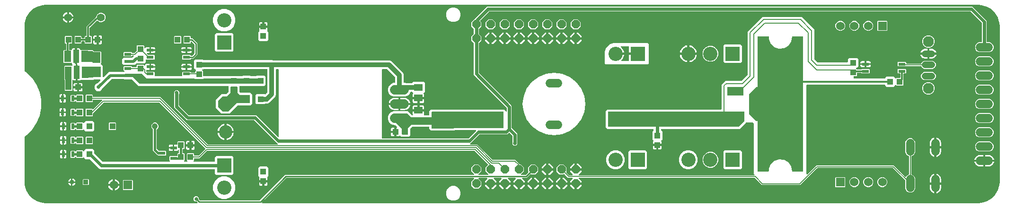
<source format=gbr>
G04 EAGLE Gerber RS-274X export*
G75*
%MOMM*%
%FSLAX34Y34*%
%LPD*%
%INTop Copper*%
%IPPOS*%
%AMOC8*
5,1,8,0,0,1.08239X$1,22.5*%
G01*
%ADD10C,1.676400*%
%ADD11R,1.524000X1.524000*%
%ADD12C,1.524000*%
%ADD13R,2.550000X2.550000*%
%ADD14C,2.550000*%
%ADD15R,1.500000X1.300000*%
%ADD16R,1.100000X1.000000*%
%ADD17R,0.600000X1.000000*%
%ADD18R,1.000000X1.100000*%
%ADD19R,1.311800X0.551800*%
%ADD20R,1.071800X1.061800*%
%ADD21R,1.200000X2.000000*%
%ADD22R,1.000000X2.400000*%
%ADD23C,2.400000*%
%ADD24C,1.200000*%
%ADD25C,1.950000*%
%ADD26R,3.000000X1.600000*%
%ADD27R,6.000000X6.000000*%
%ADD28R,1.260700X0.551800*%
%ADD29C,1.400000*%
%ADD30C,1.500000*%
%ADD31R,0.804800X0.804800*%
%ADD32C,0.804800*%
%ADD33C,1.050000*%
%ADD34R,1.050000X1.050000*%
%ADD35R,1.180100X0.609200*%
%ADD36P,1.649562X8X22.500000*%
%ADD37C,1.524000*%
%ADD38C,0.200000*%
%ADD39C,0.654800*%
%ADD40C,0.600000*%
%ADD41C,0.508000*%
%ADD42C,0.609600*%
%ADD43C,0.406400*%
%ADD44C,0.812800*%
%ADD45C,0.152400*%
%ADD46C,0.304800*%
%ADD47C,0.150000*%
%ADD48C,0.254000*%

G36*
X311526Y2505D02*
X311526Y2505D01*
X311558Y2503D01*
X311665Y2525D01*
X311773Y2541D01*
X311803Y2554D01*
X311834Y2561D01*
X311931Y2612D01*
X312030Y2657D01*
X312055Y2678D01*
X312083Y2693D01*
X312161Y2769D01*
X312244Y2840D01*
X312262Y2867D01*
X312285Y2890D01*
X312339Y2985D01*
X312399Y3076D01*
X312408Y3107D01*
X312424Y3135D01*
X312449Y3242D01*
X312481Y3346D01*
X312481Y3378D01*
X312489Y3410D01*
X312483Y3519D01*
X312485Y3628D01*
X312476Y3659D01*
X312474Y3692D01*
X312439Y3795D01*
X312410Y3900D01*
X312393Y3927D01*
X312382Y3958D01*
X312328Y4031D01*
X312261Y4140D01*
X312225Y4172D01*
X312200Y4207D01*
X312166Y4241D01*
X311244Y5163D01*
X311167Y5220D01*
X311096Y5285D01*
X311055Y5305D01*
X311019Y5332D01*
X310929Y5366D01*
X310842Y5408D01*
X310800Y5414D01*
X310755Y5431D01*
X310627Y5441D01*
X310538Y5455D01*
X308117Y5455D01*
X305455Y8117D01*
X305455Y11883D01*
X308117Y14545D01*
X311883Y14545D01*
X314545Y11883D01*
X314545Y9462D01*
X314553Y9402D01*
X314553Y9368D01*
X314559Y9344D01*
X314563Y9271D01*
X314578Y9228D01*
X314585Y9183D01*
X314624Y9096D01*
X314656Y9005D01*
X314681Y8970D01*
X314701Y8926D01*
X314784Y8829D01*
X314837Y8756D01*
X315760Y7833D01*
X315837Y7776D01*
X315908Y7711D01*
X315949Y7691D01*
X315985Y7664D01*
X316075Y7630D01*
X316162Y7588D01*
X316204Y7582D01*
X316249Y7565D01*
X316377Y7555D01*
X316466Y7541D01*
X423534Y7541D01*
X423629Y7554D01*
X423725Y7559D01*
X423768Y7574D01*
X423813Y7581D01*
X423900Y7620D01*
X423991Y7652D01*
X424026Y7677D01*
X424070Y7697D01*
X424167Y7780D01*
X424240Y7833D01*
X468948Y52541D01*
X806274Y52541D01*
X806305Y52545D01*
X806338Y52543D01*
X806445Y52565D01*
X806553Y52581D01*
X806582Y52594D01*
X806614Y52600D01*
X806710Y52652D01*
X806810Y52697D01*
X806834Y52718D01*
X806863Y52733D01*
X806941Y52809D01*
X807024Y52880D01*
X807042Y52907D01*
X807065Y52930D01*
X807118Y53025D01*
X807178Y53116D01*
X807188Y53147D01*
X807204Y53175D01*
X807229Y53282D01*
X807261Y53386D01*
X807261Y53418D01*
X807269Y53449D01*
X807263Y53559D01*
X807265Y53668D01*
X807256Y53699D01*
X807254Y53731D01*
X807218Y53834D01*
X807189Y53940D01*
X807172Y53967D01*
X807162Y53998D01*
X807109Y54071D01*
X807041Y54180D01*
X807005Y54212D01*
X806980Y54247D01*
X802209Y59017D01*
X802209Y66383D01*
X807417Y71591D01*
X814783Y71591D01*
X819991Y66383D01*
X819991Y59017D01*
X815220Y54247D01*
X815201Y54221D01*
X815176Y54200D01*
X815116Y54108D01*
X815051Y54021D01*
X815039Y53991D01*
X815022Y53964D01*
X814990Y53859D01*
X814951Y53757D01*
X814949Y53725D01*
X814939Y53694D01*
X814938Y53585D01*
X814929Y53476D01*
X814936Y53444D01*
X814935Y53412D01*
X814965Y53306D01*
X814987Y53200D01*
X815002Y53171D01*
X815011Y53140D01*
X815068Y53047D01*
X815119Y52951D01*
X815142Y52928D01*
X815159Y52900D01*
X815240Y52827D01*
X815316Y52749D01*
X815344Y52733D01*
X815368Y52711D01*
X815466Y52664D01*
X815562Y52610D01*
X815593Y52602D01*
X815622Y52588D01*
X815711Y52574D01*
X815836Y52545D01*
X815884Y52547D01*
X815926Y52541D01*
X831674Y52541D01*
X831705Y52545D01*
X831738Y52543D01*
X831845Y52565D01*
X831953Y52581D01*
X831982Y52594D01*
X832014Y52600D01*
X832110Y52652D01*
X832210Y52697D01*
X832234Y52718D01*
X832263Y52733D01*
X832341Y52809D01*
X832424Y52880D01*
X832442Y52907D01*
X832465Y52930D01*
X832518Y53025D01*
X832578Y53116D01*
X832588Y53147D01*
X832604Y53175D01*
X832629Y53282D01*
X832661Y53386D01*
X832661Y53418D01*
X832669Y53449D01*
X832663Y53559D01*
X832665Y53668D01*
X832656Y53699D01*
X832654Y53731D01*
X832618Y53834D01*
X832589Y53940D01*
X832572Y53967D01*
X832562Y53998D01*
X832509Y54071D01*
X832441Y54180D01*
X832405Y54212D01*
X832380Y54247D01*
X827609Y59017D01*
X827609Y66383D01*
X831801Y70574D01*
X831840Y70626D01*
X831886Y70671D01*
X831924Y70738D01*
X831970Y70800D01*
X831993Y70860D01*
X832025Y70916D01*
X832043Y70991D01*
X832070Y71064D01*
X832075Y71128D01*
X832090Y71190D01*
X832086Y71268D01*
X832092Y71345D01*
X832079Y71408D01*
X832075Y71472D01*
X832050Y71545D01*
X832034Y71621D01*
X832004Y71678D01*
X831983Y71739D01*
X831941Y71795D01*
X831902Y71870D01*
X831842Y71931D01*
X831801Y71988D01*
X807892Y95897D01*
X807815Y95954D01*
X807744Y96019D01*
X807703Y96039D01*
X807667Y96066D01*
X807576Y96100D01*
X807490Y96142D01*
X807448Y96148D01*
X807403Y96165D01*
X807275Y96175D01*
X807186Y96189D01*
X329814Y96189D01*
X329720Y96176D01*
X329623Y96171D01*
X329580Y96156D01*
X329535Y96149D01*
X329448Y96110D01*
X329357Y96078D01*
X329322Y96053D01*
X329278Y96033D01*
X329181Y95950D01*
X329108Y95897D01*
X315941Y82729D01*
X306770Y82729D01*
X306706Y82720D01*
X306642Y82721D01*
X306567Y82700D01*
X306491Y82689D01*
X306432Y82663D01*
X306370Y82646D01*
X306304Y82605D01*
X306234Y82573D01*
X306185Y82531D01*
X306130Y82498D01*
X306078Y82440D01*
X306020Y82390D01*
X305984Y82336D01*
X305941Y82288D01*
X305908Y82219D01*
X305865Y82154D01*
X305846Y82092D01*
X305818Y82035D01*
X305807Y81965D01*
X305783Y81884D01*
X305782Y81799D01*
X305771Y81730D01*
X305771Y78974D01*
X305114Y78317D01*
X305094Y78291D01*
X305070Y78270D01*
X305010Y78178D01*
X304944Y78091D01*
X304933Y78061D01*
X304915Y78034D01*
X304883Y77929D01*
X304845Y77827D01*
X304842Y77795D01*
X304833Y77764D01*
X304831Y77655D01*
X304823Y77546D01*
X304830Y77514D01*
X304829Y77482D01*
X304858Y77377D01*
X304881Y77270D01*
X304896Y77241D01*
X304904Y77210D01*
X304962Y77117D01*
X305013Y77021D01*
X305036Y76998D01*
X305053Y76970D01*
X305133Y76897D01*
X305210Y76819D01*
X305238Y76803D01*
X305262Y76781D01*
X305360Y76734D01*
X305455Y76680D01*
X305487Y76672D01*
X305516Y76658D01*
X305605Y76644D01*
X305730Y76615D01*
X305778Y76617D01*
X305820Y76611D01*
X342440Y76611D01*
X342504Y76620D01*
X342568Y76619D01*
X342643Y76640D01*
X342719Y76651D01*
X342778Y76677D01*
X342840Y76694D01*
X342906Y76735D01*
X342976Y76767D01*
X343025Y76809D01*
X343080Y76842D01*
X343132Y76900D01*
X343190Y76950D01*
X343226Y77004D01*
X343269Y77052D01*
X343302Y77121D01*
X343345Y77186D01*
X343364Y77248D01*
X343392Y77305D01*
X343403Y77375D01*
X343427Y77456D01*
X343428Y77541D01*
X343439Y77610D01*
X343439Y84128D01*
X345672Y86361D01*
X374328Y86361D01*
X376561Y84128D01*
X376561Y55472D01*
X374328Y53239D01*
X345672Y53239D01*
X343439Y55472D01*
X343439Y61990D01*
X343430Y62054D01*
X343431Y62118D01*
X343410Y62193D01*
X343399Y62269D01*
X343373Y62328D01*
X343356Y62390D01*
X343315Y62456D01*
X343283Y62526D01*
X343241Y62575D01*
X343208Y62630D01*
X343150Y62682D01*
X343100Y62740D01*
X343046Y62776D01*
X342998Y62819D01*
X342929Y62852D01*
X342864Y62895D01*
X342802Y62914D01*
X342745Y62942D01*
X342675Y62953D01*
X342594Y62977D01*
X342509Y62978D01*
X342440Y62989D01*
X138845Y62989D01*
X136342Y64026D01*
X119972Y80397D01*
X119895Y80454D01*
X119823Y80519D01*
X119782Y80539D01*
X119746Y80566D01*
X119656Y80600D01*
X119570Y80642D01*
X119528Y80648D01*
X119482Y80665D01*
X119355Y80675D01*
X119265Y80689D01*
X111922Y80689D01*
X109689Y82922D01*
X109689Y83480D01*
X109685Y83512D01*
X109687Y83544D01*
X109665Y83651D01*
X109649Y83759D01*
X109636Y83788D01*
X109630Y83820D01*
X109578Y83916D01*
X109533Y84016D01*
X109512Y84040D01*
X109497Y84069D01*
X109421Y84147D01*
X109350Y84230D01*
X109323Y84248D01*
X109300Y84271D01*
X109205Y84325D01*
X109114Y84385D01*
X109083Y84394D01*
X109055Y84410D01*
X108949Y84435D01*
X108844Y84467D01*
X108812Y84468D01*
X108781Y84475D01*
X108671Y84469D01*
X108562Y84471D01*
X108531Y84462D01*
X108499Y84461D01*
X108396Y84425D01*
X108290Y84396D01*
X108263Y84379D01*
X108232Y84368D01*
X108159Y84315D01*
X108050Y84247D01*
X108018Y84211D01*
X107983Y84186D01*
X107026Y83229D01*
X95974Y83229D01*
X95229Y83974D01*
X95229Y84020D01*
X95225Y84052D01*
X95227Y84084D01*
X95205Y84191D01*
X95189Y84299D01*
X95176Y84328D01*
X95170Y84360D01*
X95118Y84456D01*
X95073Y84556D01*
X95052Y84580D01*
X95037Y84609D01*
X94961Y84687D01*
X94890Y84770D01*
X94863Y84788D01*
X94840Y84811D01*
X94745Y84865D01*
X94654Y84925D01*
X94623Y84934D01*
X94595Y84950D01*
X94489Y84975D01*
X94384Y85007D01*
X94352Y85008D01*
X94321Y85015D01*
X94211Y85009D01*
X94102Y85011D01*
X94071Y85002D01*
X94039Y85001D01*
X93936Y84965D01*
X93830Y84936D01*
X93803Y84919D01*
X93772Y84908D01*
X93699Y84855D01*
X93590Y84787D01*
X93558Y84751D01*
X93523Y84726D01*
X92526Y83729D01*
X85474Y83729D01*
X84729Y84474D01*
X84729Y95526D01*
X85474Y96271D01*
X92526Y96271D01*
X93523Y95274D01*
X93549Y95254D01*
X93570Y95230D01*
X93662Y95170D01*
X93749Y95104D01*
X93779Y95093D01*
X93806Y95075D01*
X93911Y95043D01*
X94013Y95005D01*
X94045Y95002D01*
X94076Y94993D01*
X94185Y94991D01*
X94294Y94983D01*
X94326Y94990D01*
X94358Y94989D01*
X94463Y95018D01*
X94570Y95041D01*
X94599Y95056D01*
X94630Y95064D01*
X94723Y95122D01*
X94819Y95173D01*
X94842Y95196D01*
X94870Y95213D01*
X94943Y95293D01*
X95021Y95370D01*
X95037Y95398D01*
X95059Y95422D01*
X95106Y95520D01*
X95160Y95615D01*
X95168Y95647D01*
X95182Y95676D01*
X95196Y95765D01*
X95225Y95890D01*
X95223Y95938D01*
X95229Y95980D01*
X95229Y96026D01*
X95974Y96771D01*
X107026Y96771D01*
X107983Y95814D01*
X108009Y95794D01*
X108030Y95770D01*
X108122Y95710D01*
X108209Y95644D01*
X108239Y95633D01*
X108266Y95615D01*
X108371Y95583D01*
X108473Y95545D01*
X108505Y95542D01*
X108536Y95533D01*
X108645Y95531D01*
X108754Y95523D01*
X108786Y95530D01*
X108818Y95529D01*
X108923Y95558D01*
X109030Y95581D01*
X109059Y95596D01*
X109090Y95604D01*
X109183Y95662D01*
X109279Y95713D01*
X109302Y95736D01*
X109330Y95753D01*
X109403Y95833D01*
X109481Y95910D01*
X109497Y95938D01*
X109519Y95962D01*
X109566Y96060D01*
X109620Y96155D01*
X109628Y96187D01*
X109642Y96216D01*
X109656Y96305D01*
X109685Y96430D01*
X109683Y96478D01*
X109689Y96520D01*
X109689Y97078D01*
X111922Y99311D01*
X125078Y99311D01*
X127311Y97078D01*
X127311Y92735D01*
X127324Y92640D01*
X127329Y92544D01*
X127344Y92501D01*
X127351Y92456D01*
X127390Y92368D01*
X127422Y92277D01*
X127447Y92243D01*
X127467Y92199D01*
X127550Y92101D01*
X127603Y92028D01*
X142728Y76903D01*
X142805Y76846D01*
X142877Y76781D01*
X142918Y76761D01*
X142954Y76734D01*
X143044Y76700D01*
X143130Y76658D01*
X143172Y76652D01*
X143218Y76635D01*
X143346Y76625D01*
X143435Y76611D01*
X261978Y76611D01*
X262010Y76615D01*
X262042Y76613D01*
X262149Y76635D01*
X262258Y76651D01*
X262287Y76664D01*
X262318Y76670D01*
X262415Y76722D01*
X262514Y76767D01*
X262539Y76788D01*
X262567Y76803D01*
X262646Y76879D01*
X262729Y76950D01*
X262746Y76977D01*
X262769Y77000D01*
X262823Y77095D01*
X262883Y77186D01*
X262893Y77217D01*
X262909Y77245D01*
X262934Y77351D01*
X262966Y77456D01*
X262966Y77488D01*
X262973Y77519D01*
X262968Y77629D01*
X262969Y77738D01*
X262961Y77769D01*
X262959Y77801D01*
X262923Y77904D01*
X262894Y78010D01*
X262877Y78037D01*
X262867Y78068D01*
X262813Y78141D01*
X262746Y78250D01*
X262710Y78282D01*
X262685Y78317D01*
X262074Y78928D01*
X262074Y86072D01*
X262818Y86817D01*
X275230Y86817D01*
X275294Y86826D01*
X275358Y86825D01*
X275433Y86846D01*
X275509Y86857D01*
X275568Y86883D01*
X275630Y86900D01*
X275696Y86941D01*
X275766Y86973D01*
X275815Y87015D01*
X275870Y87048D01*
X275922Y87106D01*
X275980Y87156D01*
X276016Y87210D01*
X276059Y87258D01*
X276092Y87327D01*
X276135Y87392D01*
X276154Y87454D01*
X276182Y87511D01*
X276193Y87581D01*
X276217Y87662D01*
X276218Y87747D01*
X276229Y87816D01*
X276229Y91026D01*
X276974Y91771D01*
X278198Y91771D01*
X278262Y91780D01*
X278326Y91779D01*
X278401Y91800D01*
X278477Y91811D01*
X278536Y91837D01*
X278598Y91854D01*
X278664Y91895D01*
X278734Y91927D01*
X278783Y91969D01*
X278838Y92002D01*
X278890Y92060D01*
X278948Y92110D01*
X278984Y92164D01*
X279027Y92212D01*
X279060Y92281D01*
X279103Y92346D01*
X279122Y92408D01*
X279150Y92465D01*
X279161Y92535D01*
X279185Y92616D01*
X279186Y92701D01*
X279197Y92770D01*
X279197Y96661D01*
X279194Y96682D01*
X279196Y96704D01*
X279174Y96822D01*
X279157Y96940D01*
X279149Y96960D01*
X279145Y96981D01*
X279090Y97088D01*
X279041Y97197D01*
X279027Y97214D01*
X279018Y97233D01*
X278936Y97321D01*
X278858Y97412D01*
X278840Y97423D01*
X278825Y97439D01*
X278722Y97500D01*
X278622Y97566D01*
X278601Y97572D01*
X278583Y97583D01*
X278467Y97614D01*
X278352Y97648D01*
X278331Y97649D01*
X278310Y97654D01*
X278190Y97651D01*
X278070Y97652D01*
X278049Y97646D01*
X278028Y97646D01*
X277914Y97609D01*
X277798Y97577D01*
X277780Y97566D01*
X277759Y97559D01*
X277660Y97492D01*
X277558Y97429D01*
X277544Y97413D01*
X277526Y97401D01*
X277469Y97330D01*
X277369Y97220D01*
X277353Y97186D01*
X277333Y97161D01*
X277179Y96894D01*
X276706Y96421D01*
X276126Y96086D01*
X275480Y95913D01*
X270767Y95913D01*
X270767Y100977D01*
X270758Y101040D01*
X270759Y101105D01*
X270738Y101179D01*
X270727Y101256D01*
X270701Y101314D01*
X270684Y101376D01*
X270643Y101442D01*
X270615Y101504D01*
X270630Y101534D01*
X270673Y101599D01*
X270692Y101661D01*
X270720Y101719D01*
X270731Y101788D01*
X270755Y101869D01*
X270756Y101954D01*
X270767Y102023D01*
X270767Y107087D01*
X275230Y107087D01*
X275294Y107096D01*
X275358Y107095D01*
X275433Y107116D01*
X275509Y107127D01*
X275568Y107153D01*
X275630Y107170D01*
X275696Y107211D01*
X275766Y107243D01*
X275815Y107285D01*
X275870Y107318D01*
X275922Y107376D01*
X275980Y107426D01*
X276016Y107480D01*
X276059Y107528D01*
X276092Y107597D01*
X276135Y107662D01*
X276154Y107724D01*
X276182Y107781D01*
X276193Y107851D01*
X276217Y107932D01*
X276218Y108017D01*
X276229Y108086D01*
X276229Y112026D01*
X276974Y112771D01*
X288026Y112771D01*
X288771Y112026D01*
X288771Y99974D01*
X288026Y99229D01*
X286802Y99229D01*
X286738Y99220D01*
X286674Y99221D01*
X286599Y99200D01*
X286523Y99189D01*
X286464Y99163D01*
X286402Y99146D01*
X286336Y99105D01*
X286266Y99073D01*
X286217Y99031D01*
X286162Y98998D01*
X286110Y98940D01*
X286052Y98890D01*
X286016Y98836D01*
X285973Y98788D01*
X285940Y98719D01*
X285897Y98654D01*
X285878Y98592D01*
X285850Y98535D01*
X285839Y98465D01*
X285815Y98384D01*
X285814Y98299D01*
X285803Y98230D01*
X285803Y92770D01*
X285812Y92706D01*
X285811Y92642D01*
X285832Y92567D01*
X285843Y92491D01*
X285869Y92432D01*
X285886Y92370D01*
X285927Y92304D01*
X285959Y92234D01*
X286001Y92185D01*
X286034Y92130D01*
X286092Y92078D01*
X286142Y92020D01*
X286196Y91984D01*
X286244Y91941D01*
X286313Y91908D01*
X286378Y91865D01*
X286440Y91846D01*
X286497Y91818D01*
X286567Y91807D01*
X286648Y91783D01*
X286733Y91782D01*
X286802Y91771D01*
X288026Y91771D01*
X288771Y91026D01*
X288771Y78974D01*
X288114Y78317D01*
X288094Y78291D01*
X288070Y78270D01*
X288010Y78178D01*
X287944Y78091D01*
X287933Y78061D01*
X287915Y78034D01*
X287883Y77929D01*
X287845Y77827D01*
X287842Y77795D01*
X287833Y77764D01*
X287831Y77655D01*
X287823Y77546D01*
X287830Y77514D01*
X287829Y77482D01*
X287858Y77377D01*
X287881Y77270D01*
X287896Y77241D01*
X287904Y77210D01*
X287962Y77117D01*
X288013Y77021D01*
X288036Y76998D01*
X288053Y76970D01*
X288133Y76897D01*
X288210Y76819D01*
X288238Y76803D01*
X288262Y76781D01*
X288360Y76734D01*
X288455Y76680D01*
X288487Y76672D01*
X288516Y76658D01*
X288605Y76644D01*
X288730Y76615D01*
X288778Y76617D01*
X288820Y76611D01*
X293180Y76611D01*
X293212Y76615D01*
X293244Y76613D01*
X293351Y76635D01*
X293459Y76651D01*
X293488Y76664D01*
X293520Y76670D01*
X293616Y76722D01*
X293716Y76767D01*
X293740Y76788D01*
X293769Y76803D01*
X293847Y76879D01*
X293930Y76950D01*
X293948Y76977D01*
X293971Y77000D01*
X294025Y77095D01*
X294085Y77186D01*
X294094Y77217D01*
X294110Y77245D01*
X294135Y77351D01*
X294167Y77456D01*
X294168Y77488D01*
X294175Y77519D01*
X294169Y77629D01*
X294171Y77738D01*
X294162Y77769D01*
X294161Y77801D01*
X294125Y77904D01*
X294096Y78010D01*
X294079Y78037D01*
X294068Y78068D01*
X294015Y78141D01*
X293947Y78250D01*
X293911Y78282D01*
X293886Y78317D01*
X293229Y78974D01*
X293229Y91026D01*
X293974Y91771D01*
X305026Y91771D01*
X305771Y91026D01*
X305771Y88270D01*
X305780Y88206D01*
X305779Y88142D01*
X305800Y88067D01*
X305811Y87991D01*
X305837Y87932D01*
X305854Y87870D01*
X305895Y87804D01*
X305927Y87734D01*
X305969Y87685D01*
X306002Y87630D01*
X306060Y87578D01*
X306110Y87520D01*
X306164Y87484D01*
X306212Y87441D01*
X306281Y87408D01*
X306346Y87365D01*
X306408Y87346D01*
X306465Y87318D01*
X306535Y87307D01*
X306616Y87283D01*
X306701Y87282D01*
X306770Y87271D01*
X313646Y87271D01*
X313740Y87284D01*
X313837Y87289D01*
X313880Y87304D01*
X313925Y87311D01*
X314012Y87350D01*
X314103Y87382D01*
X314138Y87407D01*
X314182Y87427D01*
X314279Y87510D01*
X314352Y87563D01*
X326082Y99293D01*
X326121Y99345D01*
X326167Y99390D01*
X326205Y99457D01*
X326251Y99519D01*
X326274Y99579D01*
X326306Y99635D01*
X326324Y99710D01*
X326351Y99783D01*
X326356Y99847D01*
X326371Y99910D01*
X326367Y99987D01*
X326373Y100064D01*
X326360Y100127D01*
X326356Y100191D01*
X326331Y100264D01*
X326315Y100340D01*
X326285Y100397D01*
X326264Y100458D01*
X326222Y100514D01*
X326183Y100589D01*
X326124Y100650D01*
X326082Y100707D01*
X325707Y101082D01*
X325706Y101082D01*
X244352Y182437D01*
X244275Y182494D01*
X244204Y182559D01*
X244163Y182579D01*
X244127Y182606D01*
X244036Y182640D01*
X243950Y182682D01*
X243908Y182688D01*
X243863Y182705D01*
X243735Y182715D01*
X243646Y182729D01*
X144854Y182729D01*
X144760Y182716D01*
X144663Y182711D01*
X144620Y182696D01*
X144575Y182689D01*
X144488Y182650D01*
X144397Y182618D01*
X144362Y182593D01*
X144318Y182573D01*
X144221Y182490D01*
X144148Y182437D01*
X125063Y163352D01*
X125006Y163275D01*
X124941Y163204D01*
X124921Y163163D01*
X124894Y163127D01*
X124860Y163036D01*
X124818Y162950D01*
X124812Y162908D01*
X124795Y162863D01*
X124785Y162735D01*
X124771Y162646D01*
X124771Y158974D01*
X124026Y158229D01*
X112974Y158229D01*
X112229Y158974D01*
X112229Y171026D01*
X112974Y171771D01*
X124026Y171771D01*
X124836Y170961D01*
X124888Y170922D01*
X124933Y170876D01*
X125000Y170838D01*
X125062Y170791D01*
X125122Y170769D01*
X125178Y170737D01*
X125253Y170719D01*
X125326Y170692D01*
X125390Y170687D01*
X125452Y170672D01*
X125530Y170676D01*
X125607Y170670D01*
X125670Y170683D01*
X125734Y170687D01*
X125807Y170712D01*
X125883Y170728D01*
X125940Y170758D01*
X126000Y170779D01*
X126057Y170820D01*
X126132Y170860D01*
X126193Y170919D01*
X126249Y170961D01*
X141312Y186023D01*
X141331Y186049D01*
X141356Y186070D01*
X141416Y186162D01*
X141481Y186249D01*
X141493Y186279D01*
X141510Y186306D01*
X141542Y186411D01*
X141581Y186513D01*
X141583Y186545D01*
X141593Y186576D01*
X141594Y186685D01*
X141603Y186794D01*
X141596Y186826D01*
X141597Y186858D01*
X141567Y186963D01*
X141545Y187070D01*
X141530Y187099D01*
X141521Y187130D01*
X141464Y187223D01*
X141413Y187319D01*
X141390Y187342D01*
X141373Y187370D01*
X141292Y187443D01*
X141216Y187521D01*
X141188Y187537D01*
X141164Y187559D01*
X141066Y187606D01*
X140971Y187660D01*
X140939Y187668D01*
X140910Y187682D01*
X140821Y187696D01*
X140696Y187725D01*
X140648Y187723D01*
X140606Y187729D01*
X125770Y187729D01*
X125706Y187720D01*
X125642Y187721D01*
X125567Y187700D01*
X125491Y187689D01*
X125432Y187663D01*
X125370Y187646D01*
X125304Y187605D01*
X125234Y187573D01*
X125185Y187531D01*
X125130Y187498D01*
X125078Y187440D01*
X125020Y187390D01*
X124984Y187336D01*
X124941Y187288D01*
X124908Y187219D01*
X124865Y187154D01*
X124846Y187092D01*
X124818Y187035D01*
X124807Y186965D01*
X124783Y186884D01*
X124782Y186799D01*
X124771Y186730D01*
X124771Y183974D01*
X124026Y183229D01*
X112974Y183229D01*
X112229Y183974D01*
X112229Y196026D01*
X112974Y196771D01*
X124026Y196771D01*
X124771Y196026D01*
X124771Y193270D01*
X124780Y193206D01*
X124779Y193142D01*
X124800Y193067D01*
X124811Y192991D01*
X124837Y192932D01*
X124854Y192870D01*
X124895Y192804D01*
X124927Y192734D01*
X124969Y192685D01*
X125002Y192630D01*
X125060Y192578D01*
X125110Y192520D01*
X125164Y192484D01*
X125212Y192441D01*
X125281Y192408D01*
X125346Y192365D01*
X125408Y192346D01*
X125465Y192318D01*
X125535Y192307D01*
X125616Y192283D01*
X125701Y192282D01*
X125770Y192271D01*
X245941Y192271D01*
X330648Y107563D01*
X330725Y107506D01*
X330796Y107441D01*
X330837Y107421D01*
X330873Y107394D01*
X330964Y107360D01*
X331050Y107318D01*
X331092Y107312D01*
X331137Y107295D01*
X331265Y107285D01*
X331354Y107271D01*
X454800Y107271D01*
X454832Y107275D01*
X454864Y107273D01*
X454971Y107295D01*
X455079Y107311D01*
X455109Y107324D01*
X455140Y107330D01*
X455236Y107382D01*
X455336Y107427D01*
X455361Y107448D01*
X455389Y107463D01*
X455467Y107539D01*
X455550Y107610D01*
X455568Y107637D01*
X455591Y107660D01*
X455645Y107755D01*
X455705Y107846D01*
X455714Y107877D01*
X455730Y107905D01*
X455755Y108011D01*
X455787Y108116D01*
X455788Y108148D01*
X455795Y108179D01*
X455790Y108289D01*
X455791Y108398D01*
X455782Y108429D01*
X455781Y108461D01*
X455745Y108564D01*
X455716Y108670D01*
X455699Y108697D01*
X455688Y108728D01*
X455635Y108801D01*
X455568Y108910D01*
X455532Y108942D01*
X455507Y108977D01*
X452511Y111972D01*
X414095Y150389D01*
X414018Y150446D01*
X413946Y150511D01*
X413905Y150531D01*
X413869Y150558D01*
X413779Y150592D01*
X413693Y150634D01*
X413650Y150640D01*
X413605Y150657D01*
X413477Y150667D01*
X413388Y150681D01*
X293211Y150681D01*
X270681Y173211D01*
X270681Y197478D01*
X270668Y197573D01*
X270663Y197669D01*
X270648Y197712D01*
X270641Y197757D01*
X270602Y197844D01*
X270570Y197935D01*
X270545Y197970D01*
X270525Y198014D01*
X270455Y198096D01*
X270455Y201883D01*
X273117Y204545D01*
X276883Y204545D01*
X279545Y201883D01*
X279545Y198097D01*
X279489Y198036D01*
X279469Y197995D01*
X279442Y197959D01*
X279408Y197869D01*
X279366Y197782D01*
X279360Y197740D01*
X279343Y197695D01*
X279333Y197567D01*
X279319Y197478D01*
X279319Y177203D01*
X279332Y177108D01*
X279337Y177012D01*
X279352Y176969D01*
X279359Y176924D01*
X279398Y176836D01*
X279430Y176745D01*
X279455Y176711D01*
X279475Y176667D01*
X279558Y176569D01*
X279611Y176496D01*
X296496Y159611D01*
X296573Y159554D01*
X296644Y159489D01*
X296685Y159469D01*
X296722Y159442D01*
X296812Y159408D01*
X296898Y159366D01*
X296940Y159360D01*
X296986Y159343D01*
X297113Y159333D01*
X297203Y159319D01*
X417380Y159319D01*
X455793Y120905D01*
X455819Y120886D01*
X455840Y120861D01*
X455932Y120801D01*
X456019Y120736D01*
X456049Y120724D01*
X456076Y120707D01*
X456181Y120675D01*
X456283Y120636D01*
X456315Y120634D01*
X456346Y120624D01*
X456455Y120623D01*
X456564Y120614D01*
X456596Y120621D01*
X456628Y120620D01*
X456733Y120650D01*
X456840Y120672D01*
X456869Y120687D01*
X456900Y120696D01*
X456993Y120753D01*
X457089Y120804D01*
X457112Y120827D01*
X457140Y120844D01*
X457213Y120925D01*
X457291Y121001D01*
X457307Y121029D01*
X457329Y121053D01*
X457376Y121151D01*
X457430Y121247D01*
X457438Y121278D01*
X457452Y121307D01*
X457466Y121396D01*
X457495Y121521D01*
X457493Y121569D01*
X457499Y121611D01*
X457499Y241126D01*
X457490Y241190D01*
X457491Y241254D01*
X457470Y241329D01*
X457459Y241405D01*
X457433Y241464D01*
X457416Y241526D01*
X457375Y241592D01*
X457343Y241662D01*
X457301Y241711D01*
X457268Y241766D01*
X457210Y241818D01*
X457160Y241876D01*
X457106Y241912D01*
X457058Y241955D01*
X456989Y241988D01*
X456924Y242031D01*
X456862Y242050D01*
X456805Y242078D01*
X456735Y242089D01*
X456654Y242113D01*
X456569Y242114D01*
X456500Y242125D01*
X453874Y242125D01*
X453810Y242116D01*
X453746Y242117D01*
X453671Y242096D01*
X453595Y242085D01*
X453536Y242059D01*
X453474Y242042D01*
X453408Y242001D01*
X453338Y241969D01*
X453289Y241927D01*
X453234Y241894D01*
X453182Y241836D01*
X453124Y241786D01*
X453088Y241732D01*
X453045Y241684D01*
X453012Y241615D01*
X452969Y241550D01*
X452950Y241488D01*
X452922Y241431D01*
X452911Y241361D01*
X452887Y241280D01*
X452886Y241195D01*
X452875Y241126D01*
X452875Y195934D01*
X451676Y193039D01*
X440711Y182074D01*
X437816Y180875D01*
X433596Y180875D01*
X433501Y180862D01*
X433405Y180857D01*
X433362Y180842D01*
X433317Y180835D01*
X433230Y180796D01*
X433139Y180764D01*
X433104Y180739D01*
X433060Y180719D01*
X432963Y180636D01*
X432890Y180583D01*
X431937Y179630D01*
X418063Y179630D01*
X415830Y181863D01*
X415830Y195637D01*
X418063Y197870D01*
X431937Y197870D01*
X432379Y197428D01*
X432430Y197390D01*
X432475Y197344D01*
X432542Y197306D01*
X432604Y197259D01*
X432664Y197236D01*
X432720Y197205D01*
X432796Y197187D01*
X432868Y197160D01*
X432932Y197155D01*
X432995Y197140D01*
X433072Y197144D01*
X433149Y197138D01*
X433212Y197151D01*
X433276Y197154D01*
X433350Y197180D01*
X433425Y197195D01*
X433482Y197226D01*
X433543Y197247D01*
X433600Y197288D01*
X433674Y197328D01*
X433735Y197387D01*
X433792Y197428D01*
X436833Y200469D01*
X436890Y200546D01*
X436955Y200617D01*
X436975Y200658D01*
X437002Y200695D01*
X437036Y200785D01*
X437078Y200871D01*
X437084Y200913D01*
X437101Y200959D01*
X437111Y201086D01*
X437125Y201176D01*
X437125Y241626D01*
X437116Y241690D01*
X437117Y241754D01*
X437096Y241829D01*
X437085Y241905D01*
X437059Y241964D01*
X437042Y242026D01*
X437001Y242092D01*
X436969Y242162D01*
X436927Y242211D01*
X436894Y242266D01*
X436836Y242318D01*
X436786Y242376D01*
X436732Y242412D01*
X436684Y242455D01*
X436615Y242488D01*
X436550Y242531D01*
X436488Y242550D01*
X436431Y242578D01*
X436361Y242589D01*
X436280Y242613D01*
X436195Y242614D01*
X436126Y242625D01*
X323428Y242625D01*
X323333Y242612D01*
X323237Y242607D01*
X323194Y242592D01*
X323149Y242585D01*
X323062Y242546D01*
X322971Y242514D01*
X322936Y242489D01*
X322892Y242469D01*
X322795Y242386D01*
X322722Y242333D01*
X322078Y241689D01*
X321520Y241689D01*
X321488Y241685D01*
X321456Y241687D01*
X321349Y241665D01*
X321241Y241649D01*
X321212Y241636D01*
X321180Y241630D01*
X321084Y241578D01*
X320984Y241533D01*
X320960Y241512D01*
X320931Y241497D01*
X320853Y241421D01*
X320770Y241350D01*
X320752Y241323D01*
X320729Y241300D01*
X320675Y241205D01*
X320615Y241114D01*
X320606Y241083D01*
X320590Y241055D01*
X320565Y240949D01*
X320533Y240844D01*
X320532Y240812D01*
X320525Y240781D01*
X320531Y240671D01*
X320529Y240562D01*
X320538Y240531D01*
X320539Y240499D01*
X320575Y240396D01*
X320604Y240290D01*
X320621Y240263D01*
X320632Y240232D01*
X320685Y240159D01*
X320753Y240050D01*
X320789Y240018D01*
X320814Y239983D01*
X321771Y239026D01*
X321771Y230810D01*
X321780Y230746D01*
X321779Y230682D01*
X321800Y230607D01*
X321811Y230531D01*
X321837Y230472D01*
X321854Y230410D01*
X321895Y230344D01*
X321927Y230274D01*
X321969Y230225D01*
X322002Y230170D01*
X322060Y230118D01*
X322110Y230060D01*
X322164Y230024D01*
X322212Y229981D01*
X322281Y229948D01*
X322346Y229905D01*
X322408Y229886D01*
X322465Y229858D01*
X322535Y229847D01*
X322616Y229823D01*
X322701Y229822D01*
X322770Y229811D01*
X392090Y229811D01*
X392185Y229824D01*
X392281Y229829D01*
X392324Y229844D01*
X392369Y229851D01*
X392456Y229890D01*
X392547Y229922D01*
X392582Y229947D01*
X392626Y229967D01*
X392723Y230050D01*
X392796Y230103D01*
X393063Y230370D01*
X406937Y230370D01*
X407204Y230103D01*
X407281Y230046D01*
X407352Y229981D01*
X407393Y229961D01*
X407429Y229934D01*
X407519Y229900D01*
X407606Y229858D01*
X407648Y229852D01*
X407693Y229835D01*
X407821Y229825D01*
X407910Y229811D01*
X417090Y229811D01*
X417185Y229824D01*
X417281Y229829D01*
X417324Y229844D01*
X417369Y229851D01*
X417456Y229890D01*
X417547Y229922D01*
X417582Y229947D01*
X417626Y229967D01*
X417723Y230050D01*
X417796Y230103D01*
X418063Y230370D01*
X431937Y230370D01*
X434170Y228137D01*
X434170Y214363D01*
X431937Y212130D01*
X417918Y212130D01*
X417894Y212142D01*
X417852Y212148D01*
X417807Y212165D01*
X417679Y212175D01*
X417590Y212189D01*
X407410Y212189D01*
X407315Y212176D01*
X407219Y212171D01*
X407176Y212156D01*
X407131Y212149D01*
X407089Y212130D01*
X392918Y212130D01*
X392894Y212142D01*
X392852Y212148D01*
X392807Y212165D01*
X392679Y212175D01*
X392590Y212189D01*
X388310Y212189D01*
X388246Y212180D01*
X388182Y212181D01*
X388107Y212160D01*
X388031Y212149D01*
X387972Y212123D01*
X387910Y212106D01*
X387844Y212065D01*
X387774Y212033D01*
X387725Y211991D01*
X387670Y211958D01*
X387618Y211900D01*
X387560Y211850D01*
X387524Y211796D01*
X387481Y211748D01*
X387448Y211679D01*
X387405Y211614D01*
X387386Y211552D01*
X387358Y211495D01*
X387347Y211425D01*
X387323Y211344D01*
X387322Y211259D01*
X387311Y211190D01*
X387311Y202407D01*
X387324Y202312D01*
X387329Y202215D01*
X387344Y202172D01*
X387351Y202127D01*
X387390Y202040D01*
X387422Y201949D01*
X387447Y201915D01*
X387467Y201870D01*
X387550Y201773D01*
X387603Y201700D01*
X389200Y200103D01*
X389277Y200046D01*
X389348Y199981D01*
X389389Y199961D01*
X389426Y199934D01*
X389516Y199900D01*
X389602Y199858D01*
X389644Y199852D01*
X389689Y199835D01*
X389817Y199825D01*
X389907Y199811D01*
X406993Y199811D01*
X409811Y196993D01*
X409811Y180507D01*
X406993Y177689D01*
X384907Y177689D01*
X384812Y177676D01*
X384715Y177671D01*
X384672Y177656D01*
X384627Y177649D01*
X384540Y177610D01*
X384449Y177578D01*
X384415Y177553D01*
X384370Y177533D01*
X384273Y177450D01*
X384200Y177397D01*
X369493Y162689D01*
X355507Y162689D01*
X345189Y173007D01*
X345189Y186993D01*
X355507Y197311D01*
X362593Y197311D01*
X362688Y197324D01*
X362785Y197329D01*
X362828Y197344D01*
X362873Y197351D01*
X362960Y197390D01*
X363051Y197422D01*
X363085Y197447D01*
X363130Y197467D01*
X363227Y197550D01*
X363300Y197603D01*
X367397Y201700D01*
X367454Y201777D01*
X367519Y201848D01*
X367539Y201889D01*
X367566Y201926D01*
X367600Y202016D01*
X367642Y202102D01*
X367648Y202144D01*
X367665Y202189D01*
X367675Y202317D01*
X367689Y202407D01*
X367689Y211190D01*
X367680Y211254D01*
X367681Y211318D01*
X367660Y211393D01*
X367649Y211469D01*
X367623Y211528D01*
X367606Y211590D01*
X367565Y211656D01*
X367533Y211726D01*
X367491Y211775D01*
X367458Y211830D01*
X367400Y211882D01*
X367350Y211940D01*
X367296Y211976D01*
X367248Y212019D01*
X367179Y212052D01*
X367114Y212095D01*
X367052Y212114D01*
X366995Y212142D01*
X366925Y212153D01*
X366844Y212177D01*
X366759Y212178D01*
X366690Y212189D01*
X207007Y212189D01*
X195300Y223897D01*
X195223Y223954D01*
X195152Y224019D01*
X195111Y224039D01*
X195074Y224066D01*
X194984Y224100D01*
X194898Y224142D01*
X194856Y224148D01*
X194811Y224165D01*
X194683Y224175D01*
X194593Y224189D01*
X180983Y224189D01*
X180961Y224210D01*
X180920Y224230D01*
X180883Y224257D01*
X180793Y224291D01*
X180707Y224333D01*
X180665Y224339D01*
X180620Y224356D01*
X180492Y224366D01*
X180402Y224380D01*
X179853Y224380D01*
X179800Y224429D01*
X179759Y224449D01*
X179722Y224476D01*
X179632Y224510D01*
X179546Y224552D01*
X179504Y224558D01*
X179458Y224575D01*
X179331Y224585D01*
X179241Y224599D01*
X158994Y224599D01*
X158900Y224586D01*
X158803Y224581D01*
X158760Y224566D01*
X158715Y224559D01*
X158628Y224520D01*
X158537Y224488D01*
X158502Y224463D01*
X158458Y224443D01*
X158361Y224360D01*
X158288Y224307D01*
X141881Y207899D01*
X141856Y207866D01*
X141825Y207838D01*
X141780Y207765D01*
X141711Y207674D01*
X141691Y207619D01*
X141664Y207575D01*
X141006Y205987D01*
X139013Y203994D01*
X136409Y202915D01*
X133591Y202915D01*
X130987Y203994D01*
X128994Y205987D01*
X127915Y208591D01*
X127915Y211409D01*
X128994Y214013D01*
X130987Y216006D01*
X132575Y216664D01*
X132611Y216685D01*
X132650Y216699D01*
X132720Y216750D01*
X132818Y216808D01*
X132858Y216851D01*
X132899Y216881D01*
X138502Y222483D01*
X138521Y222509D01*
X138546Y222530D01*
X138606Y222622D01*
X138671Y222709D01*
X138683Y222739D01*
X138700Y222766D01*
X138732Y222871D01*
X138771Y222973D01*
X138773Y223005D01*
X138783Y223036D01*
X138784Y223145D01*
X138793Y223254D01*
X138786Y223286D01*
X138787Y223318D01*
X138757Y223423D01*
X138735Y223530D01*
X138720Y223559D01*
X138711Y223590D01*
X138654Y223683D01*
X138603Y223779D01*
X138580Y223802D01*
X138563Y223830D01*
X138482Y223903D01*
X138406Y223981D01*
X138378Y223997D01*
X138354Y224019D01*
X138256Y224066D01*
X138161Y224120D01*
X138129Y224128D01*
X138100Y224142D01*
X138011Y224156D01*
X137886Y224185D01*
X137838Y224183D01*
X137796Y224189D01*
X127407Y224189D01*
X127312Y224176D01*
X127215Y224171D01*
X127172Y224156D01*
X127127Y224149D01*
X127040Y224110D01*
X126949Y224078D01*
X126915Y224053D01*
X126870Y224033D01*
X126773Y223950D01*
X126700Y223897D01*
X125993Y223189D01*
X103196Y223189D01*
X103101Y223176D01*
X103005Y223171D01*
X102962Y223156D01*
X102917Y223149D01*
X102830Y223110D01*
X102739Y223078D01*
X102704Y223053D01*
X102660Y223033D01*
X102630Y223007D01*
X101981Y222632D01*
X101335Y222459D01*
X97999Y222459D01*
X97999Y236000D01*
X97990Y236064D01*
X97991Y236128D01*
X97970Y236202D01*
X97959Y236279D01*
X97933Y236338D01*
X97916Y236400D01*
X97875Y236466D01*
X97843Y236536D01*
X97801Y236585D01*
X97768Y236640D01*
X97710Y236691D01*
X97660Y236750D01*
X97606Y236786D01*
X97558Y236829D01*
X97489Y236862D01*
X97424Y236905D01*
X97362Y236924D01*
X97305Y236952D01*
X97235Y236962D01*
X97154Y236987D01*
X97069Y236988D01*
X97000Y236999D01*
X95000Y236999D01*
X94936Y236990D01*
X94872Y236991D01*
X94797Y236970D01*
X94721Y236959D01*
X94662Y236933D01*
X94600Y236916D01*
X94534Y236875D01*
X94464Y236843D01*
X94415Y236801D01*
X94360Y236768D01*
X94308Y236710D01*
X94250Y236660D01*
X94214Y236606D01*
X94171Y236558D01*
X94138Y236489D01*
X94095Y236424D01*
X94076Y236362D01*
X94048Y236304D01*
X94038Y236235D01*
X94013Y236154D01*
X94012Y236069D01*
X94001Y236000D01*
X94001Y222459D01*
X90665Y222459D01*
X90019Y222632D01*
X89770Y222777D01*
X89730Y222793D01*
X89694Y222816D01*
X89600Y222845D01*
X89508Y222882D01*
X89465Y222886D01*
X89424Y222899D01*
X89326Y222900D01*
X89227Y222910D01*
X89185Y222902D01*
X89142Y222902D01*
X89047Y222876D01*
X88950Y222858D01*
X88912Y222839D01*
X88870Y222827D01*
X88786Y222775D01*
X88698Y222731D01*
X88667Y222701D01*
X88630Y222679D01*
X88564Y222606D01*
X88492Y222538D01*
X88470Y222502D01*
X88441Y222470D01*
X88398Y222381D01*
X88348Y222296D01*
X88337Y222255D01*
X88318Y222216D01*
X88305Y222131D01*
X88277Y222023D01*
X88279Y221963D01*
X88271Y221911D01*
X88271Y204474D01*
X87526Y203729D01*
X75474Y203729D01*
X74729Y204474D01*
X74729Y222646D01*
X74716Y222740D01*
X74711Y222837D01*
X74696Y222880D01*
X74689Y222925D01*
X74650Y223012D01*
X74618Y223103D01*
X74593Y223138D01*
X74573Y223182D01*
X74490Y223279D01*
X74437Y223352D01*
X73729Y224059D01*
X73729Y247526D01*
X74474Y248271D01*
X87460Y248271D01*
X87524Y248280D01*
X87588Y248279D01*
X87663Y248300D01*
X87739Y248311D01*
X87798Y248337D01*
X87860Y248354D01*
X87926Y248395D01*
X87996Y248427D01*
X88045Y248469D01*
X88100Y248502D01*
X88152Y248560D01*
X88210Y248610D01*
X88246Y248664D01*
X88289Y248712D01*
X88322Y248781D01*
X88365Y248846D01*
X88384Y248908D01*
X88412Y248965D01*
X88423Y249035D01*
X88447Y249116D01*
X88448Y249201D01*
X88459Y249270D01*
X88459Y249335D01*
X88651Y250049D01*
X88661Y250134D01*
X88681Y250218D01*
X88678Y250274D01*
X88685Y250329D01*
X88671Y250414D01*
X88670Y250432D01*
X88670Y250443D01*
X88669Y250445D01*
X88666Y250499D01*
X88648Y250552D01*
X88639Y250608D01*
X88604Y250680D01*
X88595Y250714D01*
X88588Y250726D01*
X88574Y250766D01*
X88543Y250808D01*
X88517Y250862D01*
X88473Y250911D01*
X88447Y250954D01*
X88416Y250982D01*
X88392Y251015D01*
X87967Y251440D01*
X87632Y252019D01*
X87459Y252665D01*
X87459Y252730D01*
X87450Y252794D01*
X87451Y252858D01*
X87430Y252933D01*
X87419Y253009D01*
X87393Y253068D01*
X87376Y253130D01*
X87335Y253196D01*
X87303Y253266D01*
X87261Y253315D01*
X87228Y253370D01*
X87170Y253422D01*
X87120Y253480D01*
X87066Y253516D01*
X87018Y253559D01*
X86949Y253592D01*
X86884Y253635D01*
X86822Y253654D01*
X86765Y253682D01*
X86695Y253693D01*
X86614Y253717D01*
X86529Y253718D01*
X86460Y253729D01*
X73474Y253729D01*
X72729Y254474D01*
X72729Y275526D01*
X73474Y276271D01*
X76206Y276271D01*
X76270Y276280D01*
X76334Y276279D01*
X76409Y276300D01*
X76485Y276311D01*
X76544Y276337D01*
X76606Y276354D01*
X76672Y276395D01*
X76742Y276427D01*
X76791Y276469D01*
X76846Y276502D01*
X76898Y276560D01*
X76956Y276610D01*
X76992Y276664D01*
X77035Y276712D01*
X77068Y276781D01*
X77111Y276846D01*
X77130Y276908D01*
X77158Y276965D01*
X77169Y277035D01*
X77193Y277116D01*
X77194Y277201D01*
X77205Y277270D01*
X77205Y287230D01*
X77196Y287294D01*
X77197Y287358D01*
X77176Y287433D01*
X77165Y287509D01*
X77139Y287568D01*
X77122Y287630D01*
X77081Y287696D01*
X77049Y287766D01*
X77007Y287815D01*
X76974Y287870D01*
X76916Y287922D01*
X76866Y287980D01*
X76812Y288016D01*
X76764Y288059D01*
X76695Y288092D01*
X76630Y288135D01*
X76568Y288154D01*
X76511Y288182D01*
X76441Y288193D01*
X76360Y288217D01*
X76275Y288218D01*
X76206Y288229D01*
X75974Y288229D01*
X75229Y288974D01*
X75229Y301026D01*
X75974Y301771D01*
X87026Y301771D01*
X87771Y301026D01*
X87771Y288974D01*
X87026Y288229D01*
X83794Y288229D01*
X83730Y288220D01*
X83666Y288221D01*
X83591Y288200D01*
X83515Y288189D01*
X83456Y288163D01*
X83394Y288146D01*
X83328Y288105D01*
X83258Y288073D01*
X83209Y288031D01*
X83154Y287998D01*
X83102Y287940D01*
X83044Y287890D01*
X83008Y287836D01*
X82965Y287788D01*
X82932Y287719D01*
X82889Y287654D01*
X82870Y287592D01*
X82842Y287535D01*
X82831Y287465D01*
X82807Y287384D01*
X82806Y287299D01*
X82795Y287230D01*
X82795Y277270D01*
X82804Y277208D01*
X82803Y277167D01*
X82803Y277165D01*
X82803Y277142D01*
X82824Y277067D01*
X82835Y276991D01*
X82861Y276932D01*
X82878Y276870D01*
X82919Y276804D01*
X82951Y276734D01*
X82993Y276685D01*
X83026Y276630D01*
X83084Y276578D01*
X83134Y276520D01*
X83188Y276484D01*
X83236Y276441D01*
X83305Y276408D01*
X83370Y276365D01*
X83432Y276346D01*
X83489Y276318D01*
X83559Y276307D01*
X83640Y276283D01*
X83725Y276282D01*
X83794Y276271D01*
X86460Y276271D01*
X86524Y276280D01*
X86588Y276279D01*
X86663Y276300D01*
X86739Y276311D01*
X86798Y276337D01*
X86860Y276354D01*
X86926Y276395D01*
X86996Y276427D01*
X87045Y276469D01*
X87100Y276502D01*
X87152Y276560D01*
X87210Y276610D01*
X87246Y276664D01*
X87289Y276712D01*
X87322Y276781D01*
X87365Y276846D01*
X87384Y276908D01*
X87412Y276965D01*
X87423Y277035D01*
X87447Y277116D01*
X87448Y277201D01*
X87459Y277270D01*
X87459Y277335D01*
X87632Y277981D01*
X87967Y278560D01*
X88440Y279033D01*
X89019Y279368D01*
X89665Y279541D01*
X93001Y279541D01*
X93001Y266000D01*
X93010Y265936D01*
X93009Y265872D01*
X93030Y265798D01*
X93041Y265721D01*
X93067Y265662D01*
X93084Y265600D01*
X93125Y265534D01*
X93157Y265464D01*
X93199Y265415D01*
X93232Y265360D01*
X93290Y265309D01*
X93340Y265250D01*
X93394Y265214D01*
X93442Y265171D01*
X93511Y265138D01*
X93576Y265095D01*
X93638Y265076D01*
X93695Y265048D01*
X93765Y265038D01*
X93846Y265013D01*
X93931Y265012D01*
X94000Y265001D01*
X96000Y265001D01*
X96064Y265010D01*
X96128Y265009D01*
X96203Y265030D01*
X96279Y265041D01*
X96338Y265067D01*
X96400Y265084D01*
X96466Y265125D01*
X96536Y265157D01*
X96585Y265199D01*
X96640Y265232D01*
X96692Y265290D01*
X96750Y265340D01*
X96786Y265394D01*
X96829Y265442D01*
X96862Y265511D01*
X96905Y265576D01*
X96924Y265638D01*
X96952Y265696D01*
X96962Y265765D01*
X96987Y265846D01*
X96988Y265931D01*
X96999Y266000D01*
X96999Y279541D01*
X100335Y279541D01*
X100981Y279368D01*
X101560Y279033D01*
X102033Y278560D01*
X102368Y277981D01*
X102541Y277335D01*
X102541Y277270D01*
X102550Y277208D01*
X102549Y277167D01*
X102549Y277165D01*
X102549Y277142D01*
X102570Y277067D01*
X102581Y276991D01*
X102607Y276932D01*
X102624Y276870D01*
X102665Y276804D01*
X102697Y276734D01*
X102739Y276685D01*
X102772Y276630D01*
X102830Y276578D01*
X102880Y276520D01*
X102934Y276484D01*
X102982Y276441D01*
X103051Y276408D01*
X103116Y276365D01*
X103178Y276346D01*
X103235Y276318D01*
X103305Y276307D01*
X103386Y276283D01*
X103471Y276282D01*
X103540Y276271D01*
X116541Y276271D01*
X116561Y276256D01*
X116632Y276191D01*
X116673Y276171D01*
X116709Y276144D01*
X116799Y276110D01*
X116886Y276068D01*
X116928Y276062D01*
X116973Y276045D01*
X117101Y276035D01*
X117190Y276021D01*
X124837Y276021D01*
X126544Y274313D01*
X126621Y274256D01*
X126693Y274191D01*
X126734Y274171D01*
X126770Y274144D01*
X126860Y274110D01*
X126946Y274068D01*
X126988Y274062D01*
X127034Y274045D01*
X127161Y274035D01*
X127251Y274021D01*
X138837Y274021D01*
X140021Y272837D01*
X140021Y253163D01*
X139374Y252517D01*
X139355Y252491D01*
X139330Y252470D01*
X139271Y252378D01*
X139205Y252291D01*
X139194Y252261D01*
X139176Y252234D01*
X139144Y252129D01*
X139105Y252027D01*
X139103Y251995D01*
X139094Y251964D01*
X139092Y251855D01*
X139084Y251746D01*
X139090Y251714D01*
X139090Y251682D01*
X139119Y251577D01*
X139141Y251470D01*
X139156Y251441D01*
X139165Y251410D01*
X139222Y251317D01*
X139274Y251221D01*
X139296Y251198D01*
X139313Y251170D01*
X139394Y251097D01*
X139470Y251019D01*
X139499Y251003D01*
X139522Y250981D01*
X139621Y250934D01*
X139716Y250880D01*
X139747Y250872D01*
X139776Y250858D01*
X139866Y250844D01*
X139988Y250815D01*
X142811Y247993D01*
X142811Y229204D01*
X142815Y229172D01*
X142813Y229140D01*
X142835Y229033D01*
X142851Y228925D01*
X142864Y228896D01*
X142870Y228864D01*
X142922Y228768D01*
X142967Y228668D01*
X142988Y228644D01*
X143003Y228615D01*
X143079Y228537D01*
X143150Y228454D01*
X143177Y228436D01*
X143200Y228413D01*
X143295Y228359D01*
X143386Y228300D01*
X143417Y228290D01*
X143445Y228274D01*
X143552Y228249D01*
X143656Y228217D01*
X143688Y228217D01*
X143719Y228209D01*
X143829Y228215D01*
X143938Y228213D01*
X143969Y228222D01*
X144001Y228224D01*
X144104Y228259D01*
X144210Y228289D01*
X144237Y228306D01*
X144268Y228316D01*
X144341Y228369D01*
X144450Y228437D01*
X144482Y228473D01*
X144517Y228498D01*
X150426Y234407D01*
X152353Y236334D01*
X154687Y237301D01*
X179241Y237301D01*
X179336Y237314D01*
X179432Y237319D01*
X179475Y237334D01*
X179520Y237341D01*
X179608Y237380D01*
X179699Y237412D01*
X179733Y237437D01*
X179777Y237457D01*
X179851Y237520D01*
X180302Y237520D01*
X180398Y237533D01*
X180493Y237538D01*
X180537Y237553D01*
X180582Y237560D01*
X180669Y237599D01*
X180760Y237631D01*
X180794Y237656D01*
X180839Y237676D01*
X180936Y237759D01*
X181009Y237812D01*
X181165Y237968D01*
X181203Y238020D01*
X181250Y238065D01*
X181288Y238132D01*
X181334Y238194D01*
X181357Y238254D01*
X181389Y238310D01*
X181406Y238385D01*
X181434Y238458D01*
X181439Y238522D01*
X181454Y238584D01*
X181450Y238662D01*
X181456Y238739D01*
X181442Y238802D01*
X181439Y238866D01*
X181414Y238939D01*
X181398Y239015D01*
X181368Y239072D01*
X181347Y239132D01*
X181305Y239189D01*
X181266Y239264D01*
X181206Y239325D01*
X181165Y239381D01*
X180182Y240365D01*
X180182Y246935D01*
X180926Y247680D01*
X194586Y247680D01*
X195330Y246935D01*
X195330Y246920D01*
X195339Y246856D01*
X195338Y246792D01*
X195359Y246717D01*
X195370Y246641D01*
X195396Y246582D01*
X195414Y246520D01*
X195454Y246454D01*
X195486Y246384D01*
X195528Y246335D01*
X195562Y246280D01*
X195619Y246228D01*
X195670Y246170D01*
X195723Y246134D01*
X195771Y246091D01*
X195841Y246058D01*
X195906Y246015D01*
X195967Y245996D01*
X196025Y245968D01*
X196094Y245957D01*
X196175Y245933D01*
X196260Y245932D01*
X196329Y245921D01*
X202230Y245921D01*
X202294Y245930D01*
X202358Y245929D01*
X202433Y245950D01*
X202509Y245961D01*
X202568Y245987D01*
X202630Y246004D01*
X202696Y246045D01*
X202766Y246077D01*
X202815Y246119D01*
X202870Y246152D01*
X202922Y246210D01*
X202980Y246260D01*
X203016Y246314D01*
X203059Y246362D01*
X203092Y246431D01*
X203135Y246496D01*
X203154Y246558D01*
X203182Y246615D01*
X203193Y246685D01*
X203217Y246766D01*
X203218Y246851D01*
X203229Y246920D01*
X203229Y249026D01*
X203974Y249771D01*
X216026Y249771D01*
X216744Y249053D01*
X216778Y249027D01*
X216807Y248995D01*
X216891Y248943D01*
X216969Y248884D01*
X217010Y248869D01*
X217046Y248846D01*
X217141Y248819D01*
X217233Y248784D01*
X217276Y248781D01*
X217318Y248769D01*
X217416Y248770D01*
X217515Y248763D01*
X217557Y248771D01*
X217600Y248772D01*
X217694Y248800D01*
X217791Y248820D01*
X217829Y248840D01*
X217870Y248853D01*
X217952Y248906D01*
X218040Y248953D01*
X218070Y248983D01*
X218106Y249006D01*
X218171Y249080D01*
X218242Y249149D01*
X218263Y249187D01*
X218291Y249219D01*
X218325Y249297D01*
X218381Y249395D01*
X218395Y249453D01*
X218416Y249501D01*
X218573Y250090D01*
X218908Y250669D01*
X219381Y251142D01*
X219960Y251477D01*
X220606Y251650D01*
X226121Y251650D01*
X226121Y246730D01*
X226130Y246666D01*
X226129Y246602D01*
X226150Y246527D01*
X226161Y246450D01*
X226187Y246392D01*
X226200Y246345D01*
X226197Y246333D01*
X226169Y246275D01*
X226158Y246205D01*
X226133Y246124D01*
X226132Y246040D01*
X226121Y245970D01*
X226121Y241050D01*
X221270Y241050D01*
X221206Y241041D01*
X221142Y241042D01*
X221067Y241021D01*
X220991Y241010D01*
X220932Y240984D01*
X220870Y240967D01*
X220804Y240926D01*
X220734Y240894D01*
X220685Y240852D01*
X220630Y240819D01*
X220578Y240761D01*
X220520Y240711D01*
X220484Y240657D01*
X220441Y240609D01*
X220408Y240540D01*
X220365Y240475D01*
X220346Y240413D01*
X220318Y240356D01*
X220307Y240286D01*
X220283Y240205D01*
X220282Y240120D01*
X220271Y240051D01*
X220271Y238679D01*
X220280Y238615D01*
X220279Y238551D01*
X220300Y238476D01*
X220311Y238400D01*
X220337Y238341D01*
X220354Y238279D01*
X220395Y238213D01*
X220427Y238143D01*
X220469Y238094D01*
X220502Y238039D01*
X220560Y237987D01*
X220610Y237929D01*
X220664Y237893D01*
X220712Y237850D01*
X220781Y237817D01*
X220846Y237774D01*
X220908Y237755D01*
X220965Y237727D01*
X221035Y237716D01*
X221116Y237692D01*
X221201Y237691D01*
X221270Y237680D01*
X234585Y237680D01*
X235330Y236935D01*
X235330Y230810D01*
X235339Y230746D01*
X235338Y230682D01*
X235359Y230607D01*
X235370Y230531D01*
X235396Y230472D01*
X235413Y230410D01*
X235454Y230344D01*
X235486Y230274D01*
X235528Y230225D01*
X235561Y230170D01*
X235619Y230118D01*
X235669Y230060D01*
X235723Y230024D01*
X235771Y229981D01*
X235840Y229948D01*
X235905Y229905D01*
X235967Y229886D01*
X236024Y229858D01*
X236094Y229847D01*
X236175Y229823D01*
X236260Y229822D01*
X236329Y229811D01*
X283671Y229811D01*
X283735Y229820D01*
X283799Y229819D01*
X283874Y229840D01*
X283950Y229851D01*
X284009Y229877D01*
X284071Y229894D01*
X284137Y229935D01*
X284207Y229967D01*
X284256Y230009D01*
X284311Y230042D01*
X284363Y230100D01*
X284421Y230150D01*
X284457Y230204D01*
X284500Y230252D01*
X284533Y230321D01*
X284576Y230386D01*
X284595Y230448D01*
X284623Y230505D01*
X284634Y230575D01*
X284658Y230656D01*
X284659Y230741D01*
X284670Y230810D01*
X284670Y236935D01*
X285415Y237680D01*
X299585Y237680D01*
X300330Y236935D01*
X300330Y236920D01*
X300339Y236856D01*
X300338Y236792D01*
X300359Y236717D01*
X300370Y236641D01*
X300396Y236582D01*
X300413Y236520D01*
X300454Y236454D01*
X300486Y236384D01*
X300528Y236335D01*
X300561Y236280D01*
X300619Y236228D01*
X300669Y236170D01*
X300723Y236134D01*
X300771Y236091D01*
X300840Y236058D01*
X300905Y236015D01*
X300967Y235996D01*
X301024Y235968D01*
X301094Y235957D01*
X301175Y235933D01*
X301260Y235932D01*
X301329Y235921D01*
X307230Y235921D01*
X307294Y235930D01*
X307358Y235929D01*
X307433Y235950D01*
X307509Y235961D01*
X307568Y235987D01*
X307630Y236004D01*
X307696Y236045D01*
X307766Y236077D01*
X307815Y236119D01*
X307870Y236152D01*
X307922Y236210D01*
X307980Y236260D01*
X308016Y236314D01*
X308059Y236362D01*
X308092Y236431D01*
X308135Y236496D01*
X308154Y236558D01*
X308182Y236615D01*
X308193Y236685D01*
X308217Y236766D01*
X308218Y236851D01*
X308229Y236920D01*
X308229Y239026D01*
X309186Y239983D01*
X309206Y240009D01*
X309230Y240030D01*
X309290Y240122D01*
X309356Y240209D01*
X309367Y240239D01*
X309385Y240266D01*
X309417Y240371D01*
X309455Y240473D01*
X309458Y240505D01*
X309467Y240536D01*
X309469Y240645D01*
X309477Y240754D01*
X309470Y240786D01*
X309471Y240818D01*
X309442Y240923D01*
X309419Y241030D01*
X309404Y241059D01*
X309396Y241090D01*
X309338Y241183D01*
X309287Y241279D01*
X309264Y241302D01*
X309247Y241330D01*
X309167Y241403D01*
X309090Y241481D01*
X309062Y241497D01*
X309038Y241519D01*
X308940Y241566D01*
X308845Y241620D01*
X308813Y241628D01*
X308784Y241642D01*
X308695Y241656D01*
X308570Y241685D01*
X308522Y241683D01*
X308480Y241689D01*
X307922Y241689D01*
X305689Y243922D01*
X305689Y257078D01*
X307922Y259311D01*
X322078Y259311D01*
X322722Y258667D01*
X322799Y258610D01*
X322870Y258545D01*
X322911Y258525D01*
X322947Y258498D01*
X323037Y258464D01*
X323124Y258422D01*
X323166Y258416D01*
X323211Y258399D01*
X323339Y258389D01*
X323428Y258375D01*
X446566Y258375D01*
X447590Y257951D01*
X447630Y257940D01*
X447668Y257922D01*
X447753Y257909D01*
X447863Y257881D01*
X447922Y257883D01*
X447972Y257875D01*
X656566Y257875D01*
X659461Y256676D01*
X680176Y235961D01*
X681375Y233066D01*
X681375Y218592D01*
X681384Y218528D01*
X681383Y218464D01*
X681404Y218389D01*
X681415Y218313D01*
X681441Y218254D01*
X681458Y218192D01*
X681499Y218126D01*
X681531Y218056D01*
X681573Y218007D01*
X681606Y217952D01*
X681664Y217900D01*
X681714Y217842D01*
X681768Y217806D01*
X681816Y217763D01*
X681885Y217730D01*
X681950Y217687D01*
X682012Y217668D01*
X682069Y217640D01*
X682139Y217629D01*
X682220Y217605D01*
X682305Y217604D01*
X682374Y217593D01*
X684307Y217593D01*
X684650Y217451D01*
X684690Y217440D01*
X684728Y217422D01*
X684813Y217409D01*
X684923Y217381D01*
X684982Y217383D01*
X685032Y217375D01*
X695572Y217375D01*
X695667Y217388D01*
X695763Y217393D01*
X695806Y217408D01*
X695851Y217415D01*
X695938Y217454D01*
X696029Y217486D01*
X696064Y217511D01*
X696108Y217531D01*
X696205Y217614D01*
X696278Y217667D01*
X698422Y219811D01*
X716578Y219811D01*
X718811Y217578D01*
X718811Y201422D01*
X717179Y199789D01*
X717134Y199729D01*
X717081Y199676D01*
X717049Y199617D01*
X717009Y199564D01*
X716983Y199494D01*
X716947Y199428D01*
X716933Y199362D01*
X716910Y199300D01*
X716904Y199225D01*
X716888Y199152D01*
X716893Y199085D01*
X716888Y199019D01*
X716903Y198946D01*
X716909Y198871D01*
X716931Y198813D01*
X716946Y198743D01*
X716991Y198656D01*
X717020Y198583D01*
X717368Y197981D01*
X717541Y197335D01*
X717541Y192499D01*
X708500Y192499D01*
X708436Y192490D01*
X708372Y192491D01*
X708298Y192470D01*
X708221Y192459D01*
X708162Y192433D01*
X708100Y192416D01*
X708034Y192375D01*
X707964Y192343D01*
X707915Y192301D01*
X707860Y192268D01*
X707809Y192210D01*
X707750Y192160D01*
X707714Y192106D01*
X707671Y192058D01*
X707638Y191989D01*
X707595Y191924D01*
X707576Y191862D01*
X707548Y191805D01*
X707538Y191735D01*
X707513Y191654D01*
X707512Y191569D01*
X707501Y191500D01*
X707501Y190499D01*
X707499Y190499D01*
X707499Y191500D01*
X707490Y191564D01*
X707491Y191628D01*
X707470Y191703D01*
X707459Y191779D01*
X707433Y191838D01*
X707416Y191900D01*
X707375Y191966D01*
X707343Y192036D01*
X707301Y192085D01*
X707268Y192140D01*
X707210Y192192D01*
X707160Y192250D01*
X707106Y192286D01*
X707058Y192329D01*
X706989Y192362D01*
X706924Y192405D01*
X706862Y192424D01*
X706804Y192452D01*
X706735Y192462D01*
X706654Y192487D01*
X706569Y192488D01*
X706500Y192499D01*
X697459Y192499D01*
X697459Y197335D01*
X697632Y197981D01*
X697980Y198583D01*
X698008Y198653D01*
X698045Y198718D01*
X698061Y198783D01*
X698085Y198845D01*
X698093Y198919D01*
X698110Y198992D01*
X698107Y199059D01*
X698113Y199126D01*
X698099Y199199D01*
X698096Y199274D01*
X698074Y199337D01*
X698062Y199403D01*
X698028Y199470D01*
X698003Y199540D01*
X697967Y199590D01*
X697934Y199655D01*
X697868Y199726D01*
X697821Y199789D01*
X696278Y201333D01*
X696201Y201390D01*
X696130Y201455D01*
X696089Y201475D01*
X696053Y201502D01*
X695963Y201536D01*
X695876Y201578D01*
X695834Y201584D01*
X695789Y201601D01*
X695661Y201611D01*
X695572Y201625D01*
X694183Y201625D01*
X694174Y201624D01*
X694165Y201625D01*
X694035Y201604D01*
X693904Y201585D01*
X693896Y201582D01*
X693886Y201580D01*
X693767Y201523D01*
X693647Y201469D01*
X693640Y201463D01*
X693632Y201459D01*
X693533Y201371D01*
X693433Y201286D01*
X693428Y201278D01*
X693421Y201272D01*
X693381Y201206D01*
X693279Y201050D01*
X693272Y201027D01*
X693260Y201008D01*
X692219Y198493D01*
X688789Y195064D01*
X684307Y193207D01*
X662693Y193207D01*
X658211Y195064D01*
X654782Y198493D01*
X652925Y202975D01*
X652925Y207825D01*
X654782Y212307D01*
X658211Y215736D01*
X662693Y217593D01*
X664626Y217593D01*
X664690Y217602D01*
X664754Y217601D01*
X664829Y217622D01*
X664905Y217633D01*
X664964Y217659D01*
X665026Y217676D01*
X665092Y217717D01*
X665162Y217749D01*
X665211Y217791D01*
X665266Y217824D01*
X665318Y217882D01*
X665376Y217932D01*
X665412Y217986D01*
X665455Y218034D01*
X665488Y218103D01*
X665531Y218168D01*
X665550Y218230D01*
X665578Y218287D01*
X665589Y218357D01*
X665613Y218438D01*
X665614Y218523D01*
X665625Y218592D01*
X665625Y227824D01*
X665612Y227919D01*
X665607Y228015D01*
X665592Y228059D01*
X665585Y228103D01*
X665546Y228191D01*
X665514Y228282D01*
X665489Y228316D01*
X665469Y228360D01*
X665386Y228458D01*
X665333Y228531D01*
X652031Y241833D01*
X651954Y241890D01*
X651883Y241955D01*
X651842Y241975D01*
X651805Y242002D01*
X651715Y242036D01*
X651629Y242078D01*
X651587Y242084D01*
X651541Y242101D01*
X651414Y242111D01*
X651324Y242125D01*
X643500Y242125D01*
X643436Y242116D01*
X643372Y242117D01*
X643297Y242096D01*
X643221Y242085D01*
X643162Y242059D01*
X643100Y242042D01*
X643034Y242001D01*
X642964Y241969D01*
X642915Y241927D01*
X642860Y241894D01*
X642808Y241836D01*
X642750Y241786D01*
X642714Y241732D01*
X642671Y241684D01*
X642638Y241615D01*
X642595Y241550D01*
X642576Y241488D01*
X642548Y241431D01*
X642537Y241361D01*
X642513Y241280D01*
X642512Y241195D01*
X642501Y241126D01*
X642501Y118786D01*
X642510Y118722D01*
X642509Y118658D01*
X642530Y118583D01*
X642541Y118507D01*
X642567Y118448D01*
X642584Y118386D01*
X642625Y118320D01*
X642657Y118250D01*
X642699Y118201D01*
X642732Y118146D01*
X642790Y118094D01*
X642840Y118036D01*
X642894Y118000D01*
X642942Y117957D01*
X643011Y117924D01*
X643076Y117881D01*
X643138Y117862D01*
X643195Y117834D01*
X643265Y117823D01*
X643346Y117799D01*
X643431Y117798D01*
X643500Y117787D01*
X796265Y117787D01*
X796360Y117800D01*
X796456Y117805D01*
X796499Y117820D01*
X796544Y117827D01*
X796632Y117866D01*
X796723Y117898D01*
X796757Y117923D01*
X796801Y117943D01*
X796899Y118026D01*
X796972Y118079D01*
X810360Y131468D01*
X810380Y131494D01*
X810404Y131514D01*
X810464Y131606D01*
X810530Y131694D01*
X810541Y131724D01*
X810558Y131750D01*
X810590Y131855D01*
X810629Y131957D01*
X810632Y131989D01*
X810641Y132020D01*
X810642Y132129D01*
X810651Y132239D01*
X810644Y132270D01*
X810645Y132302D01*
X810616Y132408D01*
X810593Y132515D01*
X810578Y132543D01*
X810570Y132574D01*
X810512Y132667D01*
X810461Y132764D01*
X810438Y132787D01*
X810422Y132814D01*
X810341Y132887D01*
X810264Y132966D01*
X810236Y132982D01*
X810212Y133003D01*
X810114Y133051D01*
X810019Y133105D01*
X809987Y133112D01*
X809959Y133126D01*
X809869Y133140D01*
X809744Y133170D01*
X809696Y133167D01*
X809654Y133174D01*
X773406Y133188D01*
X773311Y133175D01*
X773214Y133170D01*
X773172Y133155D01*
X773127Y133149D01*
X773039Y133109D01*
X772948Y133077D01*
X772914Y133052D01*
X772870Y133032D01*
X772772Y132949D01*
X772699Y132896D01*
X771993Y132189D01*
X730007Y132189D01*
X727189Y135007D01*
X727189Y138190D01*
X727180Y138254D01*
X727181Y138318D01*
X727160Y138393D01*
X727149Y138469D01*
X727123Y138528D01*
X727106Y138590D01*
X727065Y138656D01*
X727033Y138726D01*
X726991Y138775D01*
X726958Y138830D01*
X726900Y138882D01*
X726850Y138940D01*
X726796Y138976D01*
X726748Y139019D01*
X726679Y139052D01*
X726614Y139095D01*
X726552Y139114D01*
X726495Y139142D01*
X726425Y139153D01*
X726344Y139177D01*
X726259Y139178D01*
X726190Y139189D01*
X697407Y139189D01*
X697312Y139176D01*
X697215Y139171D01*
X697172Y139156D01*
X697127Y139149D01*
X697040Y139110D01*
X696949Y139078D01*
X696915Y139053D01*
X696870Y139033D01*
X696773Y138950D01*
X696700Y138897D01*
X693103Y135300D01*
X693046Y135223D01*
X692981Y135152D01*
X692961Y135111D01*
X692934Y135074D01*
X692900Y134984D01*
X692858Y134898D01*
X692852Y134856D01*
X692835Y134811D01*
X692825Y134683D01*
X692811Y134593D01*
X692811Y123422D01*
X690578Y121189D01*
X676422Y121189D01*
X674789Y122821D01*
X674729Y122866D01*
X674676Y122919D01*
X674617Y122951D01*
X674564Y122991D01*
X674494Y123017D01*
X674428Y123053D01*
X674362Y123067D01*
X674300Y123090D01*
X674225Y123096D01*
X674152Y123112D01*
X674085Y123107D01*
X674019Y123112D01*
X673946Y123097D01*
X673871Y123091D01*
X673813Y123069D01*
X673743Y123054D01*
X673656Y123009D01*
X673583Y122980D01*
X672981Y122632D01*
X672335Y122459D01*
X668499Y122459D01*
X668499Y129000D01*
X668490Y129064D01*
X668491Y129128D01*
X668470Y129202D01*
X668459Y129279D01*
X668433Y129338D01*
X668416Y129400D01*
X668375Y129466D01*
X668343Y129536D01*
X668301Y129585D01*
X668268Y129640D01*
X668210Y129691D01*
X668160Y129750D01*
X668106Y129786D01*
X668058Y129829D01*
X667989Y129862D01*
X667924Y129905D01*
X667862Y129924D01*
X667805Y129952D01*
X667735Y129962D01*
X667654Y129987D01*
X667569Y129988D01*
X667500Y129999D01*
X666499Y129999D01*
X666499Y130001D01*
X667500Y130001D01*
X667564Y130010D01*
X667628Y130009D01*
X667703Y130030D01*
X667779Y130041D01*
X667838Y130067D01*
X667900Y130084D01*
X667966Y130125D01*
X668036Y130157D01*
X668085Y130199D01*
X668140Y130232D01*
X668192Y130290D01*
X668250Y130340D01*
X668286Y130394D01*
X668329Y130442D01*
X668362Y130511D01*
X668405Y130576D01*
X668424Y130638D01*
X668452Y130696D01*
X668462Y130765D01*
X668487Y130846D01*
X668488Y130931D01*
X668499Y131000D01*
X668499Y137577D01*
X668523Y137581D01*
X668552Y137594D01*
X668584Y137600D01*
X668680Y137652D01*
X668780Y137697D01*
X668804Y137718D01*
X668833Y137733D01*
X668911Y137809D01*
X668994Y137880D01*
X669012Y137907D01*
X669035Y137930D01*
X669088Y138025D01*
X669148Y138116D01*
X669158Y138147D01*
X669174Y138175D01*
X669199Y138281D01*
X669231Y138386D01*
X669231Y138418D01*
X669239Y138449D01*
X669233Y138559D01*
X669235Y138668D01*
X669226Y138699D01*
X669224Y138731D01*
X669189Y138834D01*
X669159Y138940D01*
X669142Y138967D01*
X669132Y138998D01*
X669078Y139071D01*
X669011Y139180D01*
X668975Y139212D01*
X668950Y139247D01*
X666305Y141892D01*
X666258Y141927D01*
X666217Y141970D01*
X666146Y142011D01*
X666079Y142061D01*
X666024Y142082D01*
X665974Y142111D01*
X665893Y142131D01*
X665815Y142161D01*
X665757Y142165D01*
X665700Y142179D01*
X665617Y142176D01*
X665534Y142182D01*
X665477Y142171D01*
X665418Y142168D01*
X665348Y142144D01*
X665258Y142125D01*
X665189Y142088D01*
X665127Y142067D01*
X664950Y141972D01*
X664374Y142146D01*
X664096Y142189D01*
X664090Y142188D01*
X664084Y142189D01*
X663987Y142189D01*
X663947Y142227D01*
X663904Y142247D01*
X663861Y142280D01*
X663749Y142322D01*
X663691Y142350D01*
X663670Y142360D01*
X663669Y142360D01*
X663655Y142364D01*
X663623Y142369D01*
X663597Y142379D01*
X663521Y142385D01*
X663376Y142407D01*
X663371Y142406D01*
X663366Y142407D01*
X662511Y142407D01*
X662475Y142402D01*
X662395Y142445D01*
X662356Y142459D01*
X662320Y142481D01*
X662237Y142502D01*
X662130Y142541D01*
X662071Y142545D01*
X662022Y142558D01*
X661985Y142561D01*
X661971Y142579D01*
X661904Y142640D01*
X661844Y142707D01*
X661803Y142732D01*
X661763Y142769D01*
X661656Y142822D01*
X661581Y142868D01*
X660546Y143296D01*
X660459Y143319D01*
X660374Y143350D01*
X660326Y143353D01*
X660273Y143366D01*
X660154Y143363D01*
X660066Y143368D01*
X660044Y143365D01*
X660015Y143389D01*
X659979Y143411D01*
X659949Y143439D01*
X659871Y143477D01*
X659774Y143536D01*
X659717Y143551D01*
X659671Y143573D01*
X659584Y143599D01*
X659575Y143611D01*
X659538Y143640D01*
X659506Y143676D01*
X659436Y143719D01*
X659352Y143783D01*
X659291Y143807D01*
X659243Y143836D01*
X658211Y144264D01*
X657419Y145055D01*
X657406Y145065D01*
X657397Y145078D01*
X656078Y146397D01*
X656069Y146404D01*
X656063Y146411D01*
X656059Y146415D01*
X656055Y146419D01*
X654782Y147693D01*
X652925Y152175D01*
X652925Y153955D01*
X652913Y154037D01*
X652925Y154113D01*
X652925Y155656D01*
X652912Y155746D01*
X652910Y155805D01*
X652925Y155902D01*
X652924Y155908D01*
X652925Y155914D01*
X652925Y157025D01*
X653238Y157780D01*
X653250Y157826D01*
X653270Y157869D01*
X653285Y157962D01*
X653308Y158053D01*
X653306Y158101D01*
X653308Y158109D01*
X653416Y158310D01*
X653430Y158349D01*
X653452Y158385D01*
X653473Y158468D01*
X653512Y158575D01*
X653516Y158634D01*
X653529Y158683D01*
X653542Y158821D01*
X653602Y158885D01*
X653669Y158946D01*
X653694Y158986D01*
X653731Y159027D01*
X653784Y159133D01*
X653830Y159209D01*
X654125Y159923D01*
X654148Y160010D01*
X654179Y160095D01*
X654182Y160143D01*
X654195Y160196D01*
X654192Y160315D01*
X654196Y160400D01*
X654284Y160507D01*
X654306Y160542D01*
X654334Y160573D01*
X654371Y160651D01*
X654430Y160748D01*
X654446Y160805D01*
X654468Y160851D01*
X654534Y161068D01*
X654557Y161088D01*
X654600Y161159D01*
X654664Y161243D01*
X654688Y161303D01*
X654717Y161351D01*
X654782Y161507D01*
X655181Y161906D01*
X655209Y161944D01*
X655244Y161976D01*
X655294Y162056D01*
X655350Y162132D01*
X655367Y162176D01*
X655392Y162216D01*
X655412Y162297D01*
X655450Y162396D01*
X655450Y162398D01*
X655564Y162492D01*
X655592Y162522D01*
X655626Y162547D01*
X655678Y162615D01*
X655755Y162699D01*
X655781Y162752D01*
X655812Y162793D01*
X655876Y162914D01*
X656008Y162954D01*
X656046Y162972D01*
X656086Y162981D01*
X656160Y163025D01*
X656263Y163073D01*
X656308Y163112D01*
X656352Y163138D01*
X656556Y163305D01*
X656631Y163387D01*
X656695Y163444D01*
X656862Y163648D01*
X656884Y163684D01*
X656912Y163714D01*
X656950Y163792D01*
X657009Y163889D01*
X657024Y163946D01*
X657046Y163992D01*
X657086Y164124D01*
X657207Y164188D01*
X657241Y164213D01*
X657278Y164230D01*
X657343Y164288D01*
X657435Y164355D01*
X657470Y164402D01*
X657508Y164436D01*
X657606Y164554D01*
X657668Y164576D01*
X657759Y164598D01*
X657800Y164622D01*
X657845Y164637D01*
X657912Y164686D01*
X658003Y164739D01*
X658049Y164786D01*
X658094Y164819D01*
X658211Y164937D01*
X658535Y165071D01*
X658576Y165095D01*
X658621Y165111D01*
X658697Y165166D01*
X658778Y165214D01*
X658810Y165249D01*
X658849Y165277D01*
X658898Y165343D01*
X658971Y165420D01*
X659001Y165478D01*
X659009Y165490D01*
X659149Y165532D01*
X659187Y165550D01*
X659228Y165560D01*
X659302Y165603D01*
X659405Y165651D01*
X659449Y165690D01*
X659493Y165716D01*
X659599Y165803D01*
X659736Y165790D01*
X659778Y165791D01*
X659819Y165785D01*
X659904Y165797D01*
X660018Y165802D01*
X660074Y165821D01*
X660124Y165828D01*
X660377Y165905D01*
X660478Y165952D01*
X660558Y165980D01*
X660791Y166104D01*
X660825Y166129D01*
X660863Y166146D01*
X660927Y166204D01*
X661019Y166271D01*
X661055Y166318D01*
X661093Y166352D01*
X661180Y166458D01*
X661317Y166471D01*
X661357Y166481D01*
X661399Y166483D01*
X661480Y166511D01*
X661591Y166538D01*
X661641Y166568D01*
X661690Y166584D01*
X661818Y166653D01*
X661824Y166652D01*
X661869Y166636D01*
X661963Y166631D01*
X662056Y166616D01*
X662103Y166622D01*
X662151Y166620D01*
X662231Y166639D01*
X662336Y166653D01*
X662396Y166679D01*
X662450Y166692D01*
X662733Y166810D01*
X662755Y166811D01*
X663216Y166811D01*
X663495Y166851D01*
X663501Y166853D01*
X663506Y166854D01*
X664145Y167048D01*
X664348Y166939D01*
X664479Y166891D01*
X664609Y166843D01*
X664611Y166843D01*
X664613Y166842D01*
X664894Y166824D01*
X664906Y166826D01*
X664917Y166826D01*
X666518Y166984D01*
X666520Y166981D01*
X666605Y166940D01*
X666686Y166891D01*
X666732Y166879D01*
X666774Y166858D01*
X666856Y166846D01*
X666958Y166818D01*
X667024Y166819D01*
X667079Y166811D01*
X688993Y166811D01*
X695700Y160103D01*
X695777Y160046D01*
X695848Y159981D01*
X695889Y159961D01*
X695926Y159934D01*
X696016Y159900D01*
X696102Y159858D01*
X696144Y159852D01*
X696189Y159835D01*
X696317Y159825D01*
X696407Y159811D01*
X696654Y159811D01*
X696707Y159818D01*
X696761Y159816D01*
X696846Y159838D01*
X696933Y159851D01*
X696982Y159873D01*
X697034Y159886D01*
X697110Y159930D01*
X697190Y159967D01*
X697231Y160002D01*
X697277Y160029D01*
X697338Y160093D01*
X697404Y160150D01*
X697434Y160195D01*
X697471Y160234D01*
X697511Y160312D01*
X697559Y160386D01*
X697575Y160437D01*
X697599Y160485D01*
X697616Y160572D01*
X697641Y160656D01*
X697642Y160709D01*
X697652Y160762D01*
X697644Y160840D01*
X697645Y160938D01*
X697626Y161008D01*
X697619Y161069D01*
X697459Y161665D01*
X697459Y166501D01*
X706500Y166501D01*
X706564Y166510D01*
X706628Y166509D01*
X706702Y166530D01*
X706779Y166541D01*
X706838Y166567D01*
X706900Y166584D01*
X706966Y166625D01*
X707036Y166657D01*
X707085Y166699D01*
X707140Y166732D01*
X707191Y166790D01*
X707250Y166840D01*
X707286Y166894D01*
X707329Y166942D01*
X707362Y167011D01*
X707405Y167076D01*
X707424Y167138D01*
X707452Y167195D01*
X707462Y167265D01*
X707487Y167346D01*
X707488Y167431D01*
X707499Y167500D01*
X707499Y168501D01*
X707501Y168501D01*
X707501Y167500D01*
X707510Y167436D01*
X707509Y167372D01*
X707530Y167297D01*
X707541Y167221D01*
X707567Y167162D01*
X707584Y167100D01*
X707625Y167034D01*
X707657Y166964D01*
X707699Y166915D01*
X707732Y166860D01*
X707790Y166808D01*
X707840Y166750D01*
X707894Y166714D01*
X707942Y166671D01*
X708011Y166638D01*
X708076Y166595D01*
X708138Y166576D01*
X708196Y166548D01*
X708265Y166538D01*
X708346Y166513D01*
X708431Y166512D01*
X708500Y166501D01*
X717541Y166501D01*
X717541Y161665D01*
X717381Y161069D01*
X717374Y161015D01*
X717359Y160964D01*
X717358Y160876D01*
X717347Y160789D01*
X717356Y160736D01*
X717355Y160682D01*
X717378Y160597D01*
X717393Y160510D01*
X717416Y160462D01*
X717430Y160410D01*
X717476Y160335D01*
X717514Y160256D01*
X717550Y160216D01*
X717578Y160170D01*
X717644Y160111D01*
X717702Y160046D01*
X717748Y160017D01*
X717788Y159981D01*
X717867Y159943D01*
X717942Y159896D01*
X717993Y159882D01*
X718041Y159858D01*
X718119Y159846D01*
X718213Y159820D01*
X718285Y159820D01*
X718346Y159811D01*
X726190Y159811D01*
X726254Y159820D01*
X726318Y159819D01*
X726393Y159840D01*
X726469Y159851D01*
X726528Y159877D01*
X726590Y159894D01*
X726656Y159935D01*
X726726Y159967D01*
X726775Y160009D01*
X726830Y160042D01*
X726882Y160100D01*
X726940Y160150D01*
X726976Y160204D01*
X727019Y160252D01*
X727052Y160321D01*
X727095Y160386D01*
X727114Y160448D01*
X727142Y160505D01*
X727153Y160575D01*
X727177Y160656D01*
X727178Y160741D01*
X727189Y160810D01*
X727189Y166993D01*
X730007Y169811D01*
X860993Y169811D01*
X863975Y166828D01*
X864001Y166809D01*
X864022Y166784D01*
X864114Y166724D01*
X864201Y166659D01*
X864231Y166647D01*
X864258Y166630D01*
X864363Y166598D01*
X864465Y166559D01*
X864497Y166557D01*
X864528Y166547D01*
X864637Y166546D01*
X864746Y166537D01*
X864778Y166544D01*
X864810Y166543D01*
X864915Y166573D01*
X865022Y166595D01*
X865051Y166610D01*
X865082Y166619D01*
X865175Y166676D01*
X865271Y166727D01*
X865294Y166750D01*
X865322Y166767D01*
X865395Y166848D01*
X865473Y166924D01*
X865489Y166952D01*
X865511Y166976D01*
X865558Y167074D01*
X865612Y167170D01*
X865620Y167201D01*
X865634Y167230D01*
X865648Y167319D01*
X865677Y167444D01*
X865675Y167492D01*
X865681Y167535D01*
X865681Y172797D01*
X865668Y172892D01*
X865663Y172988D01*
X865648Y173031D01*
X865641Y173076D01*
X865602Y173164D01*
X865570Y173255D01*
X865545Y173289D01*
X865525Y173333D01*
X865442Y173431D01*
X865389Y173504D01*
X806781Y232111D01*
X806781Y288631D01*
X806768Y288726D01*
X806763Y288823D01*
X806748Y288866D01*
X806741Y288911D01*
X806702Y288998D01*
X806670Y289089D01*
X806645Y289123D01*
X806625Y289168D01*
X806542Y289265D01*
X806489Y289338D01*
X802209Y293617D01*
X802209Y300983D01*
X806489Y305262D01*
X806546Y305339D01*
X806611Y305410D01*
X806631Y305451D01*
X806658Y305488D01*
X806692Y305578D01*
X806734Y305664D01*
X806740Y305706D01*
X806757Y305751D01*
X806767Y305879D01*
X806781Y305969D01*
X806781Y314031D01*
X806768Y314126D01*
X806763Y314223D01*
X806748Y314266D01*
X806741Y314311D01*
X806702Y314398D01*
X806670Y314489D01*
X806645Y314523D01*
X806625Y314568D01*
X806542Y314665D01*
X806489Y314738D01*
X802209Y319017D01*
X802209Y326383D01*
X807532Y331706D01*
X807561Y331727D01*
X807605Y331747D01*
X807703Y331830D01*
X807776Y331883D01*
X809604Y333711D01*
X827389Y351496D01*
X830211Y354319D01*
X1698789Y354319D01*
X1721496Y331611D01*
X1724319Y328789D01*
X1724319Y291490D01*
X1724328Y291426D01*
X1724327Y291362D01*
X1724348Y291287D01*
X1724359Y291211D01*
X1724385Y291152D01*
X1724402Y291090D01*
X1724443Y291024D01*
X1724475Y290954D01*
X1724517Y290905D01*
X1724550Y290850D01*
X1724608Y290798D01*
X1724658Y290740D01*
X1724712Y290704D01*
X1724760Y290661D01*
X1724829Y290628D01*
X1724894Y290585D01*
X1724956Y290566D01*
X1725013Y290538D01*
X1725083Y290527D01*
X1725164Y290503D01*
X1725249Y290502D01*
X1725318Y290491D01*
X1729388Y290491D01*
X1732656Y289137D01*
X1735157Y286636D01*
X1736511Y283368D01*
X1736511Y279831D01*
X1735157Y276564D01*
X1732656Y274063D01*
X1729388Y272709D01*
X1710612Y272709D01*
X1707344Y274063D01*
X1704843Y276564D01*
X1703489Y279831D01*
X1703489Y283368D01*
X1704843Y286636D01*
X1707344Y289137D01*
X1710612Y290491D01*
X1714682Y290491D01*
X1714746Y290500D01*
X1714810Y290499D01*
X1714885Y290520D01*
X1714961Y290531D01*
X1715020Y290557D01*
X1715082Y290574D01*
X1715148Y290615D01*
X1715218Y290647D01*
X1715267Y290689D01*
X1715322Y290722D01*
X1715374Y290780D01*
X1715432Y290830D01*
X1715468Y290884D01*
X1715511Y290932D01*
X1715544Y291001D01*
X1715587Y291066D01*
X1715606Y291128D01*
X1715634Y291185D01*
X1715645Y291255D01*
X1715669Y291336D01*
X1715670Y291421D01*
X1715681Y291490D01*
X1715681Y324797D01*
X1715668Y324892D01*
X1715663Y324988D01*
X1715648Y325031D01*
X1715641Y325076D01*
X1715602Y325164D01*
X1715570Y325255D01*
X1715545Y325289D01*
X1715525Y325333D01*
X1715442Y325431D01*
X1715389Y325504D01*
X1695504Y345389D01*
X1695427Y345446D01*
X1695356Y345511D01*
X1695315Y345531D01*
X1695278Y345558D01*
X1695188Y345592D01*
X1695102Y345634D01*
X1695060Y345640D01*
X1695014Y345657D01*
X1694887Y345667D01*
X1694797Y345681D01*
X834203Y345681D01*
X834108Y345668D01*
X834012Y345663D01*
X833969Y345648D01*
X833924Y345641D01*
X833836Y345602D01*
X833745Y345570D01*
X833711Y345545D01*
X833667Y345525D01*
X833569Y345442D01*
X833496Y345389D01*
X817947Y329839D01*
X817909Y329788D01*
X817862Y329743D01*
X817824Y329676D01*
X817778Y329614D01*
X817755Y329554D01*
X817723Y329498D01*
X817706Y329422D01*
X817678Y329350D01*
X817673Y329286D01*
X817658Y329223D01*
X817662Y329146D01*
X817656Y329069D01*
X817670Y329006D01*
X817673Y328942D01*
X817698Y328868D01*
X817714Y328793D01*
X817744Y328736D01*
X817765Y328675D01*
X817807Y328619D01*
X817847Y328544D01*
X817906Y328483D01*
X817947Y328426D01*
X819991Y326383D01*
X819991Y319017D01*
X815711Y314738D01*
X815654Y314661D01*
X815589Y314590D01*
X815569Y314549D01*
X815542Y314512D01*
X815508Y314422D01*
X815466Y314336D01*
X815460Y314294D01*
X815443Y314249D01*
X815433Y314121D01*
X815419Y314031D01*
X815419Y305969D01*
X815432Y305874D01*
X815437Y305777D01*
X815452Y305734D01*
X815459Y305689D01*
X815498Y305602D01*
X815530Y305511D01*
X815555Y305477D01*
X815575Y305432D01*
X815658Y305335D01*
X815711Y305262D01*
X819991Y300983D01*
X819991Y293617D01*
X815711Y289338D01*
X815654Y289261D01*
X815589Y289190D01*
X815569Y289149D01*
X815542Y289112D01*
X815508Y289022D01*
X815466Y288936D01*
X815460Y288894D01*
X815443Y288849D01*
X815433Y288721D01*
X815419Y288631D01*
X815419Y236103D01*
X815432Y236008D01*
X815437Y235912D01*
X815452Y235869D01*
X815459Y235824D01*
X815498Y235736D01*
X815530Y235645D01*
X815555Y235611D01*
X815575Y235567D01*
X815658Y235469D01*
X815711Y235396D01*
X874319Y176789D01*
X874319Y137203D01*
X874332Y137108D01*
X874337Y137012D01*
X874352Y136969D01*
X874359Y136924D01*
X874398Y136836D01*
X874430Y136745D01*
X874455Y136711D01*
X874475Y136667D01*
X874558Y136569D01*
X874611Y136496D01*
X884319Y126789D01*
X884319Y112522D01*
X884332Y112427D01*
X884337Y112331D01*
X884352Y112288D01*
X884359Y112243D01*
X884398Y112156D01*
X884430Y112065D01*
X884455Y112030D01*
X884475Y111986D01*
X884545Y111904D01*
X884545Y108117D01*
X881883Y105455D01*
X878117Y105455D01*
X875455Y108117D01*
X875455Y111903D01*
X875511Y111964D01*
X875531Y112005D01*
X875558Y112041D01*
X875592Y112131D01*
X875634Y112218D01*
X875640Y112260D01*
X875657Y112305D01*
X875667Y112433D01*
X875681Y112522D01*
X875681Y122797D01*
X875668Y122892D01*
X875663Y122988D01*
X875648Y123031D01*
X875641Y123076D01*
X875602Y123164D01*
X875570Y123255D01*
X875545Y123289D01*
X875525Y123333D01*
X875442Y123431D01*
X875389Y123504D01*
X870707Y128186D01*
X870655Y128224D01*
X870610Y128270D01*
X870543Y128309D01*
X870481Y128355D01*
X870421Y128378D01*
X870365Y128409D01*
X870290Y128427D01*
X870217Y128455D01*
X870153Y128460D01*
X870090Y128474D01*
X870013Y128470D01*
X869936Y128476D01*
X869873Y128463D01*
X869809Y128460D01*
X869736Y128435D01*
X869660Y128419D01*
X869603Y128389D01*
X869542Y128368D01*
X869486Y128326D01*
X869411Y128286D01*
X869350Y128227D01*
X869293Y128186D01*
X866789Y125681D01*
X817203Y125681D01*
X817108Y125668D01*
X817012Y125663D01*
X816969Y125648D01*
X816924Y125641D01*
X816836Y125602D01*
X816745Y125570D01*
X816711Y125545D01*
X816667Y125525D01*
X816569Y125442D01*
X816496Y125389D01*
X803079Y111972D01*
X800084Y108977D01*
X800065Y108951D01*
X800040Y108930D01*
X799980Y108838D01*
X799915Y108751D01*
X799903Y108721D01*
X799886Y108694D01*
X799854Y108589D01*
X799815Y108487D01*
X799813Y108455D01*
X799803Y108424D01*
X799802Y108315D01*
X799794Y108206D01*
X799800Y108174D01*
X799800Y108142D01*
X799829Y108037D01*
X799851Y107930D01*
X799866Y107901D01*
X799875Y107870D01*
X799932Y107777D01*
X799984Y107681D01*
X800006Y107658D01*
X800023Y107630D01*
X800104Y107557D01*
X800180Y107479D01*
X800208Y107463D01*
X800232Y107441D01*
X800331Y107394D01*
X800426Y107340D01*
X800457Y107332D01*
X800486Y107318D01*
X800575Y107304D01*
X800700Y107275D01*
X800749Y107277D01*
X800791Y107271D01*
X812941Y107271D01*
X814563Y105648D01*
X839948Y80263D01*
X840025Y80206D01*
X840096Y80141D01*
X840137Y80121D01*
X840173Y80094D01*
X840263Y80060D01*
X840350Y80018D01*
X840392Y80012D01*
X840437Y79995D01*
X840565Y79985D01*
X840654Y79971D01*
X881241Y79971D01*
X889328Y71883D01*
X889405Y71826D01*
X889476Y71761D01*
X889517Y71741D01*
X889553Y71714D01*
X889644Y71680D01*
X889730Y71638D01*
X889772Y71632D01*
X889817Y71615D01*
X889945Y71605D01*
X890034Y71591D01*
X890983Y71591D01*
X896191Y66383D01*
X896191Y59017D01*
X891420Y54247D01*
X891401Y54221D01*
X891376Y54200D01*
X891316Y54108D01*
X891251Y54021D01*
X891239Y53991D01*
X891222Y53964D01*
X891190Y53859D01*
X891151Y53757D01*
X891149Y53725D01*
X891139Y53694D01*
X891138Y53585D01*
X891129Y53476D01*
X891136Y53444D01*
X891135Y53412D01*
X891165Y53306D01*
X891187Y53200D01*
X891202Y53171D01*
X891211Y53140D01*
X891268Y53047D01*
X891319Y52951D01*
X891342Y52928D01*
X891359Y52900D01*
X891440Y52827D01*
X891516Y52749D01*
X891544Y52733D01*
X891568Y52711D01*
X891666Y52664D01*
X891762Y52610D01*
X891793Y52602D01*
X891822Y52588D01*
X891911Y52574D01*
X892036Y52545D01*
X892084Y52547D01*
X892126Y52541D01*
X898534Y52541D01*
X898629Y52554D01*
X898725Y52559D01*
X898768Y52574D01*
X898813Y52581D01*
X898900Y52620D01*
X898991Y52652D01*
X899026Y52677D01*
X899070Y52697D01*
X899167Y52780D01*
X899240Y52833D01*
X903910Y57503D01*
X903949Y57555D01*
X903995Y57600D01*
X904033Y57667D01*
X904079Y57729D01*
X904102Y57789D01*
X904134Y57845D01*
X904152Y57920D01*
X904179Y57993D01*
X904184Y58057D01*
X904199Y58119D01*
X904195Y58197D01*
X904201Y58274D01*
X904188Y58337D01*
X904184Y58401D01*
X904159Y58474D01*
X904143Y58550D01*
X904113Y58607D01*
X904092Y58668D01*
X904051Y58724D01*
X904011Y58799D01*
X903952Y58860D01*
X903910Y58916D01*
X903809Y59017D01*
X903809Y66383D01*
X909017Y71591D01*
X916383Y71591D01*
X921591Y66383D01*
X921591Y59017D01*
X916383Y53809D01*
X909017Y53809D01*
X908916Y53910D01*
X908865Y53949D01*
X908820Y53995D01*
X908753Y54033D01*
X908691Y54079D01*
X908631Y54102D01*
X908575Y54134D01*
X908499Y54152D01*
X908427Y54179D01*
X908363Y54184D01*
X908300Y54199D01*
X908223Y54195D01*
X908146Y54201D01*
X908083Y54188D01*
X908019Y54184D01*
X907945Y54159D01*
X907870Y54143D01*
X907813Y54113D01*
X907752Y54092D01*
X907696Y54051D01*
X907621Y54011D01*
X907560Y53952D01*
X907503Y53910D01*
X901052Y47459D01*
X893923Y47459D01*
X893891Y47455D01*
X893858Y47457D01*
X893752Y47435D01*
X893643Y47419D01*
X893614Y47406D01*
X893582Y47400D01*
X893486Y47348D01*
X893386Y47303D01*
X893362Y47282D01*
X893333Y47267D01*
X893255Y47191D01*
X893172Y47120D01*
X893154Y47093D01*
X893131Y47070D01*
X893078Y46975D01*
X893018Y46884D01*
X893008Y46853D01*
X892992Y46825D01*
X892967Y46718D01*
X892935Y46614D01*
X892935Y46582D01*
X892927Y46551D01*
X892933Y46441D01*
X892932Y46332D01*
X892940Y46301D01*
X892942Y46269D01*
X892978Y46166D01*
X893007Y46060D01*
X893024Y46033D01*
X893034Y46002D01*
X893088Y45929D01*
X893155Y45820D01*
X893191Y45788D01*
X893216Y45753D01*
X897461Y41509D01*
X897461Y39299D01*
X888300Y39299D01*
X888237Y39290D01*
X888172Y39291D01*
X888098Y39270D01*
X888021Y39259D01*
X887962Y39233D01*
X887900Y39216D01*
X887834Y39175D01*
X887764Y39143D01*
X887715Y39101D01*
X887660Y39068D01*
X887609Y39010D01*
X887550Y38960D01*
X887514Y38906D01*
X887471Y38858D01*
X887438Y38789D01*
X887395Y38724D01*
X887376Y38662D01*
X887348Y38605D01*
X887338Y38535D01*
X887313Y38454D01*
X887312Y38369D01*
X887301Y38300D01*
X887301Y37299D01*
X887299Y37299D01*
X887299Y38300D01*
X887290Y38364D01*
X887291Y38428D01*
X887270Y38503D01*
X887259Y38579D01*
X887233Y38638D01*
X887216Y38700D01*
X887175Y38766D01*
X887143Y38836D01*
X887101Y38885D01*
X887068Y38940D01*
X887010Y38992D01*
X886960Y39050D01*
X886906Y39086D01*
X886858Y39129D01*
X886789Y39162D01*
X886724Y39205D01*
X886662Y39224D01*
X886604Y39252D01*
X886535Y39262D01*
X886454Y39287D01*
X886369Y39288D01*
X886300Y39299D01*
X877139Y39299D01*
X877139Y41509D01*
X881384Y45753D01*
X881403Y45779D01*
X881428Y45800D01*
X881488Y45892D01*
X881553Y45979D01*
X881565Y46009D01*
X881582Y46036D01*
X881614Y46141D01*
X881653Y46243D01*
X881655Y46275D01*
X881665Y46306D01*
X881666Y46415D01*
X881675Y46524D01*
X881668Y46556D01*
X881668Y46588D01*
X881639Y46693D01*
X881617Y46800D01*
X881602Y46829D01*
X881593Y46860D01*
X881536Y46953D01*
X881485Y47049D01*
X881462Y47072D01*
X881445Y47100D01*
X881364Y47173D01*
X881288Y47251D01*
X881260Y47267D01*
X881236Y47289D01*
X881138Y47336D01*
X881042Y47390D01*
X881011Y47398D01*
X880982Y47412D01*
X880893Y47426D01*
X880768Y47455D01*
X880719Y47453D01*
X880677Y47459D01*
X868523Y47459D01*
X868491Y47455D01*
X868458Y47457D01*
X868352Y47435D01*
X868243Y47419D01*
X868214Y47406D01*
X868182Y47400D01*
X868086Y47348D01*
X867986Y47303D01*
X867962Y47282D01*
X867933Y47267D01*
X867855Y47191D01*
X867772Y47120D01*
X867754Y47093D01*
X867731Y47070D01*
X867678Y46975D01*
X867618Y46884D01*
X867608Y46853D01*
X867592Y46825D01*
X867567Y46718D01*
X867535Y46614D01*
X867535Y46582D01*
X867527Y46551D01*
X867533Y46441D01*
X867532Y46332D01*
X867540Y46301D01*
X867542Y46269D01*
X867578Y46166D01*
X867607Y46060D01*
X867624Y46033D01*
X867634Y46002D01*
X867688Y45929D01*
X867755Y45820D01*
X867791Y45788D01*
X867816Y45753D01*
X872061Y41509D01*
X872061Y39299D01*
X862900Y39299D01*
X862837Y39290D01*
X862772Y39291D01*
X862698Y39270D01*
X862621Y39259D01*
X862562Y39233D01*
X862500Y39216D01*
X862434Y39175D01*
X862364Y39143D01*
X862315Y39101D01*
X862260Y39068D01*
X862209Y39010D01*
X862150Y38960D01*
X862114Y38906D01*
X862071Y38858D01*
X862038Y38789D01*
X861995Y38724D01*
X861976Y38662D01*
X861948Y38605D01*
X861938Y38535D01*
X861913Y38454D01*
X861912Y38369D01*
X861901Y38300D01*
X861901Y37299D01*
X861899Y37299D01*
X861899Y38300D01*
X861890Y38364D01*
X861891Y38428D01*
X861870Y38503D01*
X861859Y38579D01*
X861833Y38638D01*
X861816Y38700D01*
X861775Y38766D01*
X861743Y38836D01*
X861701Y38885D01*
X861668Y38940D01*
X861610Y38992D01*
X861560Y39050D01*
X861506Y39086D01*
X861458Y39129D01*
X861389Y39162D01*
X861324Y39205D01*
X861262Y39224D01*
X861204Y39252D01*
X861135Y39262D01*
X861054Y39287D01*
X860969Y39288D01*
X860900Y39299D01*
X851739Y39299D01*
X851739Y41509D01*
X855984Y45753D01*
X856003Y45779D01*
X856028Y45800D01*
X856088Y45892D01*
X856153Y45979D01*
X856165Y46009D01*
X856182Y46036D01*
X856214Y46141D01*
X856253Y46243D01*
X856255Y46275D01*
X856265Y46306D01*
X856266Y46415D01*
X856275Y46524D01*
X856268Y46556D01*
X856268Y46588D01*
X856239Y46693D01*
X856217Y46800D01*
X856202Y46829D01*
X856193Y46860D01*
X856136Y46953D01*
X856085Y47049D01*
X856062Y47072D01*
X856045Y47100D01*
X855964Y47173D01*
X855888Y47251D01*
X855860Y47267D01*
X855836Y47289D01*
X855738Y47336D01*
X855642Y47390D01*
X855611Y47398D01*
X855582Y47412D01*
X855493Y47426D01*
X855368Y47455D01*
X855319Y47453D01*
X855277Y47459D01*
X843123Y47459D01*
X843091Y47455D01*
X843058Y47457D01*
X842952Y47435D01*
X842843Y47419D01*
X842814Y47406D01*
X842782Y47400D01*
X842686Y47348D01*
X842586Y47303D01*
X842562Y47282D01*
X842533Y47267D01*
X842455Y47191D01*
X842372Y47120D01*
X842354Y47093D01*
X842331Y47070D01*
X842278Y46975D01*
X842218Y46884D01*
X842208Y46853D01*
X842192Y46825D01*
X842167Y46718D01*
X842135Y46614D01*
X842135Y46582D01*
X842127Y46551D01*
X842133Y46441D01*
X842132Y46332D01*
X842140Y46301D01*
X842142Y46269D01*
X842178Y46166D01*
X842207Y46060D01*
X842224Y46033D01*
X842234Y46002D01*
X842288Y45929D01*
X842355Y45820D01*
X842391Y45788D01*
X842416Y45753D01*
X846661Y41509D01*
X846661Y39299D01*
X837500Y39299D01*
X837437Y39290D01*
X837372Y39291D01*
X837298Y39270D01*
X837221Y39259D01*
X837162Y39233D01*
X837100Y39216D01*
X837034Y39175D01*
X836964Y39143D01*
X836915Y39101D01*
X836860Y39068D01*
X836809Y39010D01*
X836750Y38960D01*
X836714Y38906D01*
X836671Y38858D01*
X836638Y38789D01*
X836595Y38724D01*
X836576Y38662D01*
X836548Y38605D01*
X836538Y38535D01*
X836513Y38454D01*
X836512Y38369D01*
X836501Y38300D01*
X836501Y37299D01*
X836499Y37299D01*
X836499Y38300D01*
X836490Y38364D01*
X836491Y38428D01*
X836470Y38503D01*
X836459Y38579D01*
X836433Y38638D01*
X836416Y38700D01*
X836375Y38766D01*
X836343Y38836D01*
X836301Y38885D01*
X836268Y38940D01*
X836210Y38992D01*
X836160Y39050D01*
X836106Y39086D01*
X836058Y39129D01*
X835989Y39162D01*
X835924Y39205D01*
X835862Y39224D01*
X835804Y39252D01*
X835735Y39262D01*
X835654Y39287D01*
X835569Y39288D01*
X835500Y39299D01*
X826339Y39299D01*
X826339Y41509D01*
X830584Y45753D01*
X830603Y45779D01*
X830628Y45800D01*
X830688Y45892D01*
X830753Y45979D01*
X830765Y46009D01*
X830782Y46036D01*
X830814Y46141D01*
X830853Y46243D01*
X830855Y46275D01*
X830865Y46306D01*
X830866Y46415D01*
X830875Y46524D01*
X830868Y46556D01*
X830868Y46588D01*
X830839Y46693D01*
X830817Y46800D01*
X830802Y46829D01*
X830793Y46860D01*
X830736Y46953D01*
X830685Y47049D01*
X830662Y47072D01*
X830645Y47100D01*
X830564Y47173D01*
X830488Y47251D01*
X830460Y47267D01*
X830436Y47289D01*
X830338Y47336D01*
X830242Y47390D01*
X830211Y47398D01*
X830182Y47412D01*
X830093Y47426D01*
X829968Y47455D01*
X829919Y47453D01*
X829877Y47459D01*
X815926Y47459D01*
X815895Y47455D01*
X815862Y47457D01*
X815755Y47435D01*
X815647Y47419D01*
X815618Y47406D01*
X815586Y47400D01*
X815490Y47348D01*
X815390Y47303D01*
X815366Y47282D01*
X815337Y47267D01*
X815259Y47191D01*
X815176Y47120D01*
X815158Y47093D01*
X815135Y47070D01*
X815082Y46975D01*
X815022Y46884D01*
X815012Y46853D01*
X814996Y46825D01*
X814971Y46718D01*
X814939Y46614D01*
X814939Y46582D01*
X814931Y46551D01*
X814937Y46441D01*
X814935Y46332D01*
X814944Y46301D01*
X814946Y46269D01*
X814982Y46166D01*
X815011Y46060D01*
X815028Y46033D01*
X815038Y46002D01*
X815091Y45929D01*
X815159Y45820D01*
X815195Y45788D01*
X815220Y45753D01*
X819991Y40983D01*
X819991Y33617D01*
X814783Y28409D01*
X807417Y28409D01*
X802209Y33617D01*
X802209Y40983D01*
X806980Y45753D01*
X806999Y45779D01*
X807024Y45800D01*
X807084Y45892D01*
X807149Y45979D01*
X807161Y46009D01*
X807178Y46036D01*
X807210Y46141D01*
X807249Y46243D01*
X807251Y46275D01*
X807261Y46306D01*
X807262Y46415D01*
X807271Y46524D01*
X807264Y46556D01*
X807265Y46588D01*
X807235Y46693D01*
X807213Y46800D01*
X807198Y46829D01*
X807189Y46860D01*
X807132Y46953D01*
X807081Y47049D01*
X807058Y47072D01*
X807041Y47100D01*
X806960Y47173D01*
X806884Y47251D01*
X806856Y47267D01*
X806832Y47289D01*
X806734Y47336D01*
X806638Y47390D01*
X806607Y47398D01*
X806578Y47412D01*
X806489Y47426D01*
X806364Y47455D01*
X806316Y47453D01*
X806274Y47459D01*
X471466Y47459D01*
X471371Y47446D01*
X471275Y47441D01*
X471232Y47426D01*
X471187Y47419D01*
X471100Y47380D01*
X471009Y47348D01*
X470974Y47323D01*
X470930Y47303D01*
X470833Y47220D01*
X470760Y47167D01*
X427834Y4241D01*
X427800Y4207D01*
X427781Y4181D01*
X427756Y4160D01*
X427696Y4068D01*
X427631Y3981D01*
X427619Y3951D01*
X427601Y3924D01*
X427569Y3819D01*
X427531Y3718D01*
X427528Y3685D01*
X427519Y3654D01*
X427518Y3545D01*
X427509Y3436D01*
X427516Y3405D01*
X427515Y3372D01*
X427544Y3267D01*
X427567Y3160D01*
X427582Y3132D01*
X427590Y3100D01*
X427648Y3007D01*
X427699Y2911D01*
X427721Y2888D01*
X427739Y2860D01*
X427820Y2787D01*
X427896Y2709D01*
X427924Y2693D01*
X427948Y2671D01*
X428046Y2624D01*
X428141Y2570D01*
X428172Y2562D01*
X428202Y2548D01*
X428291Y2534D01*
X428415Y2505D01*
X428464Y2507D01*
X428506Y2501D01*
X1710000Y2501D01*
X1710034Y2506D01*
X1710065Y2503D01*
X1714830Y2815D01*
X1714938Y2838D01*
X1715023Y2847D01*
X1724227Y5313D01*
X1724393Y5384D01*
X1724468Y5413D01*
X1732719Y10177D01*
X1732862Y10289D01*
X1732926Y10336D01*
X1739664Y17074D01*
X1739772Y17218D01*
X1739823Y17281D01*
X1744587Y25532D01*
X1744603Y25572D01*
X1744627Y25608D01*
X1744655Y25702D01*
X1744687Y25773D01*
X1747153Y34977D01*
X1747166Y35087D01*
X1747185Y35170D01*
X1747497Y39935D01*
X1747494Y39969D01*
X1747499Y40000D01*
X1747499Y320000D01*
X1747494Y320034D01*
X1747497Y320065D01*
X1747185Y324830D01*
X1747162Y324938D01*
X1747153Y325023D01*
X1744687Y334227D01*
X1744616Y334393D01*
X1744587Y334468D01*
X1739823Y342719D01*
X1739723Y342846D01*
X1739699Y342885D01*
X1739684Y342899D01*
X1739664Y342926D01*
X1732926Y349664D01*
X1732782Y349772D01*
X1732719Y349823D01*
X1724468Y354587D01*
X1724300Y354654D01*
X1724227Y354687D01*
X1715023Y357153D01*
X1714913Y357166D01*
X1714830Y357185D01*
X1710065Y357497D01*
X1710031Y357494D01*
X1710000Y357499D01*
X40000Y357499D01*
X39966Y357494D01*
X39935Y357497D01*
X35170Y357185D01*
X35062Y357162D01*
X34977Y357153D01*
X25773Y354687D01*
X25607Y354616D01*
X25532Y354587D01*
X17281Y349823D01*
X17138Y349711D01*
X17074Y349664D01*
X10336Y342926D01*
X10325Y342911D01*
X10318Y342906D01*
X10302Y342881D01*
X10228Y342782D01*
X10177Y342719D01*
X5413Y334468D01*
X5346Y334300D01*
X5313Y334227D01*
X2847Y325023D01*
X2834Y324913D01*
X2815Y324830D01*
X2503Y320065D01*
X2506Y320031D01*
X2501Y320000D01*
X2501Y239332D01*
X2508Y239280D01*
X2506Y239227D01*
X2528Y239140D01*
X2541Y239053D01*
X2562Y239004D01*
X2575Y238953D01*
X2620Y238877D01*
X2657Y238796D01*
X2691Y238756D01*
X2718Y238710D01*
X2744Y238686D01*
X2746Y238683D01*
X2778Y238654D01*
X2840Y238581D01*
X2900Y238542D01*
X2945Y238501D01*
X6217Y236315D01*
X16315Y226217D01*
X24249Y214342D01*
X29715Y201148D01*
X32501Y187141D01*
X32501Y172859D01*
X29715Y158852D01*
X24249Y145658D01*
X16315Y133783D01*
X6217Y123685D01*
X2945Y121499D01*
X2905Y121464D01*
X2860Y121436D01*
X2801Y121370D01*
X2735Y121311D01*
X2707Y121266D01*
X2671Y121226D01*
X2633Y121147D01*
X2586Y121071D01*
X2571Y121020D01*
X2548Y120973D01*
X2536Y120895D01*
X2509Y120800D01*
X2510Y120728D01*
X2501Y120668D01*
X2501Y40000D01*
X2506Y39966D01*
X2503Y39935D01*
X2815Y35170D01*
X2838Y35062D01*
X2847Y34977D01*
X5313Y25773D01*
X5384Y25607D01*
X5413Y25532D01*
X10177Y17281D01*
X10289Y17138D01*
X10336Y17074D01*
X17074Y10336D01*
X17218Y10228D01*
X17281Y10177D01*
X25532Y5413D01*
X25700Y5346D01*
X25773Y5313D01*
X34977Y2847D01*
X35087Y2834D01*
X35170Y2815D01*
X39935Y2503D01*
X39969Y2506D01*
X40000Y2501D01*
X311494Y2501D01*
X311526Y2505D01*
G37*
%LPC*%
G36*
X1585755Y21229D02*
X1585755Y21229D01*
X1582532Y22565D01*
X1580065Y25032D01*
X1578729Y28255D01*
X1578729Y42646D01*
X1578716Y42740D01*
X1578711Y42837D01*
X1578696Y42880D01*
X1578689Y42925D01*
X1578650Y43012D01*
X1578618Y43103D01*
X1578593Y43138D01*
X1578573Y43182D01*
X1578490Y43279D01*
X1578437Y43352D01*
X1556852Y64937D01*
X1556775Y64994D01*
X1556704Y65059D01*
X1556663Y65079D01*
X1556627Y65106D01*
X1556536Y65140D01*
X1556450Y65182D01*
X1556408Y65188D01*
X1556363Y65205D01*
X1556235Y65215D01*
X1556146Y65229D01*
X1421854Y65229D01*
X1421760Y65216D01*
X1421663Y65211D01*
X1421620Y65196D01*
X1421575Y65189D01*
X1421488Y65150D01*
X1421397Y65118D01*
X1421362Y65093D01*
X1421318Y65073D01*
X1421221Y64990D01*
X1421148Y64937D01*
X1390941Y34729D01*
X1322059Y34729D01*
X1309352Y47437D01*
X1309275Y47494D01*
X1309204Y47559D01*
X1309163Y47579D01*
X1309127Y47606D01*
X1309036Y47640D01*
X1308950Y47682D01*
X1308908Y47688D01*
X1308863Y47705D01*
X1308735Y47715D01*
X1308646Y47729D01*
X995253Y47729D01*
X995221Y47725D01*
X995188Y47727D01*
X995082Y47705D01*
X994973Y47689D01*
X994944Y47676D01*
X994912Y47670D01*
X994816Y47618D01*
X994716Y47573D01*
X994692Y47552D01*
X994663Y47537D01*
X994585Y47461D01*
X994502Y47390D01*
X994484Y47363D01*
X994461Y47340D01*
X994408Y47245D01*
X994348Y47154D01*
X994338Y47123D01*
X994322Y47095D01*
X994297Y46988D01*
X994265Y46884D01*
X994265Y46852D01*
X994257Y46821D01*
X994263Y46711D01*
X994262Y46602D01*
X994270Y46571D01*
X994272Y46539D01*
X994308Y46436D01*
X994337Y46330D01*
X994354Y46303D01*
X994364Y46272D01*
X994418Y46199D01*
X994485Y46090D01*
X994521Y46058D01*
X994546Y46023D01*
X999061Y41509D01*
X999061Y39299D01*
X989900Y39299D01*
X989837Y39290D01*
X989772Y39291D01*
X989698Y39270D01*
X989621Y39259D01*
X989562Y39233D01*
X989500Y39216D01*
X989434Y39175D01*
X989364Y39143D01*
X989315Y39101D01*
X989260Y39068D01*
X989209Y39010D01*
X989150Y38960D01*
X989114Y38906D01*
X989071Y38858D01*
X989038Y38789D01*
X988995Y38724D01*
X988976Y38662D01*
X988948Y38605D01*
X988938Y38535D01*
X988913Y38454D01*
X988912Y38369D01*
X988901Y38300D01*
X988901Y37299D01*
X988899Y37299D01*
X988899Y38300D01*
X988890Y38364D01*
X988891Y38428D01*
X988870Y38503D01*
X988859Y38579D01*
X988833Y38638D01*
X988816Y38700D01*
X988775Y38766D01*
X988743Y38836D01*
X988701Y38885D01*
X988668Y38940D01*
X988610Y38992D01*
X988560Y39050D01*
X988506Y39086D01*
X988458Y39129D01*
X988389Y39162D01*
X988324Y39205D01*
X988262Y39224D01*
X988204Y39252D01*
X988135Y39262D01*
X988054Y39287D01*
X987969Y39288D01*
X987900Y39299D01*
X978739Y39299D01*
X978739Y41509D01*
X983254Y46023D01*
X983273Y46049D01*
X983298Y46070D01*
X983358Y46162D01*
X983423Y46249D01*
X983435Y46279D01*
X983452Y46306D01*
X983484Y46411D01*
X983523Y46513D01*
X983525Y46545D01*
X983535Y46576D01*
X983536Y46685D01*
X983545Y46794D01*
X983538Y46826D01*
X983538Y46858D01*
X983509Y46963D01*
X983487Y47070D01*
X983472Y47099D01*
X983463Y47130D01*
X983406Y47223D01*
X983355Y47319D01*
X983332Y47342D01*
X983315Y47370D01*
X983234Y47443D01*
X983158Y47521D01*
X983130Y47537D01*
X983106Y47559D01*
X983008Y47606D01*
X982912Y47660D01*
X982881Y47668D01*
X982852Y47682D01*
X982763Y47696D01*
X982638Y47725D01*
X982589Y47723D01*
X982547Y47729D01*
X975259Y47729D01*
X968888Y54101D01*
X968836Y54140D01*
X968791Y54186D01*
X968724Y54224D01*
X968662Y54270D01*
X968602Y54293D01*
X968546Y54325D01*
X968471Y54343D01*
X968398Y54370D01*
X968334Y54375D01*
X968272Y54390D01*
X968194Y54386D01*
X968117Y54392D01*
X968054Y54379D01*
X967990Y54375D01*
X967917Y54350D01*
X967841Y54334D01*
X967784Y54304D01*
X967723Y54283D01*
X967667Y54241D01*
X967592Y54202D01*
X967531Y54142D01*
X967474Y54101D01*
X967183Y53809D01*
X959817Y53809D01*
X954609Y59017D01*
X954609Y66383D01*
X959817Y71591D01*
X967183Y71591D01*
X972391Y66383D01*
X972391Y59017D01*
X972099Y58726D01*
X972060Y58674D01*
X972014Y58629D01*
X971976Y58562D01*
X971930Y58500D01*
X971907Y58440D01*
X971875Y58384D01*
X971857Y58309D01*
X971830Y58236D01*
X971825Y58172D01*
X971810Y58110D01*
X971814Y58032D01*
X971808Y57955D01*
X971821Y57892D01*
X971825Y57828D01*
X971850Y57755D01*
X971866Y57679D01*
X971896Y57622D01*
X971917Y57561D01*
X971959Y57505D01*
X971998Y57430D01*
X972058Y57369D01*
X972099Y57312D01*
X976848Y52563D01*
X976925Y52506D01*
X976996Y52441D01*
X977037Y52421D01*
X977073Y52394D01*
X977164Y52360D01*
X977250Y52318D01*
X977292Y52312D01*
X977337Y52295D01*
X977465Y52285D01*
X977554Y52271D01*
X982547Y52271D01*
X982579Y52275D01*
X982612Y52273D01*
X982718Y52295D01*
X982827Y52311D01*
X982856Y52324D01*
X982888Y52330D01*
X982984Y52382D01*
X983084Y52427D01*
X983108Y52448D01*
X983137Y52463D01*
X983215Y52539D01*
X983298Y52610D01*
X983316Y52637D01*
X983339Y52660D01*
X983392Y52755D01*
X983452Y52846D01*
X983462Y52877D01*
X983478Y52905D01*
X983503Y53012D01*
X983535Y53116D01*
X983535Y53148D01*
X983543Y53179D01*
X983537Y53289D01*
X983538Y53398D01*
X983530Y53429D01*
X983528Y53461D01*
X983492Y53564D01*
X983463Y53670D01*
X983446Y53697D01*
X983436Y53728D01*
X983382Y53801D01*
X983315Y53910D01*
X983279Y53942D01*
X983254Y53977D01*
X978739Y58491D01*
X978739Y60701D01*
X987900Y60701D01*
X987963Y60710D01*
X988028Y60709D01*
X988102Y60730D01*
X988179Y60741D01*
X988238Y60767D01*
X988300Y60784D01*
X988366Y60825D01*
X988436Y60857D01*
X988485Y60899D01*
X988540Y60932D01*
X988591Y60990D01*
X988650Y61040D01*
X988686Y61094D01*
X988729Y61142D01*
X988762Y61211D01*
X988805Y61276D01*
X988824Y61338D01*
X988852Y61395D01*
X988862Y61465D01*
X988887Y61546D01*
X988888Y61631D01*
X988899Y61700D01*
X988899Y62701D01*
X988901Y62701D01*
X988901Y61700D01*
X988910Y61636D01*
X988909Y61572D01*
X988930Y61497D01*
X988941Y61421D01*
X988967Y61362D01*
X988984Y61300D01*
X989025Y61234D01*
X989057Y61164D01*
X989099Y61115D01*
X989132Y61060D01*
X989190Y61008D01*
X989240Y60950D01*
X989294Y60914D01*
X989342Y60871D01*
X989411Y60838D01*
X989476Y60795D01*
X989538Y60776D01*
X989596Y60748D01*
X989665Y60737D01*
X989746Y60713D01*
X989831Y60712D01*
X989900Y60701D01*
X999061Y60701D01*
X999061Y58491D01*
X994546Y53977D01*
X994527Y53951D01*
X994502Y53930D01*
X994442Y53838D01*
X994377Y53751D01*
X994365Y53721D01*
X994348Y53694D01*
X994316Y53589D01*
X994277Y53487D01*
X994275Y53455D01*
X994265Y53424D01*
X994264Y53315D01*
X994255Y53206D01*
X994262Y53174D01*
X994262Y53142D01*
X994291Y53037D01*
X994313Y52930D01*
X994328Y52901D01*
X994337Y52870D01*
X994394Y52777D01*
X994445Y52681D01*
X994468Y52658D01*
X994485Y52630D01*
X994566Y52557D01*
X994642Y52479D01*
X994670Y52463D01*
X994694Y52441D01*
X994792Y52394D01*
X994888Y52340D01*
X994919Y52332D01*
X994948Y52318D01*
X995037Y52304D01*
X995162Y52275D01*
X995211Y52277D01*
X995253Y52271D01*
X1308073Y52271D01*
X1308105Y52275D01*
X1308137Y52273D01*
X1308244Y52295D01*
X1308352Y52311D01*
X1308382Y52324D01*
X1308413Y52330D01*
X1308510Y52382D01*
X1308609Y52427D01*
X1308634Y52448D01*
X1308662Y52463D01*
X1308741Y52539D01*
X1308824Y52610D01*
X1308841Y52637D01*
X1308864Y52660D01*
X1308918Y52755D01*
X1308978Y52846D01*
X1308988Y52877D01*
X1309003Y52905D01*
X1309029Y53011D01*
X1309060Y53116D01*
X1309061Y53148D01*
X1309068Y53179D01*
X1309063Y53289D01*
X1309064Y53398D01*
X1309056Y53429D01*
X1309054Y53461D01*
X1309018Y53564D01*
X1308989Y53670D01*
X1308972Y53697D01*
X1308962Y53728D01*
X1308908Y53801D01*
X1308841Y53910D01*
X1308805Y53942D01*
X1308780Y53977D01*
X1307999Y54757D01*
X1307999Y144343D01*
X1307986Y144438D01*
X1307981Y144534D01*
X1307966Y144577D01*
X1307959Y144622D01*
X1307920Y144710D01*
X1307888Y144801D01*
X1307863Y144835D01*
X1307843Y144879D01*
X1307760Y144977D01*
X1307707Y145050D01*
X1306550Y146207D01*
X1306473Y146264D01*
X1306402Y146329D01*
X1306361Y146349D01*
X1306324Y146376D01*
X1306234Y146410D01*
X1306148Y146452D01*
X1306106Y146458D01*
X1306060Y146475D01*
X1305933Y146485D01*
X1305843Y146499D01*
X1293717Y146499D01*
X1293622Y146486D01*
X1293525Y146481D01*
X1293482Y146466D01*
X1293437Y146459D01*
X1293350Y146420D01*
X1293259Y146388D01*
X1293225Y146363D01*
X1293180Y146343D01*
X1293083Y146260D01*
X1293010Y146207D01*
X1281993Y135189D01*
X1142810Y135189D01*
X1142746Y135180D01*
X1142682Y135181D01*
X1142607Y135160D01*
X1142531Y135149D01*
X1142472Y135123D01*
X1142410Y135106D01*
X1142344Y135065D01*
X1142274Y135033D01*
X1142225Y134991D01*
X1142170Y134958D01*
X1142118Y134900D01*
X1142060Y134850D01*
X1142024Y134796D01*
X1141981Y134748D01*
X1141948Y134679D01*
X1141905Y134614D01*
X1141886Y134552D01*
X1141858Y134495D01*
X1141847Y134425D01*
X1141823Y134344D01*
X1141822Y134259D01*
X1141811Y134190D01*
X1141811Y132992D01*
X1141824Y132897D01*
X1141829Y132801D01*
X1141844Y132758D01*
X1141851Y132713D01*
X1141890Y132626D01*
X1141922Y132535D01*
X1141947Y132500D01*
X1141967Y132456D01*
X1142050Y132359D01*
X1142103Y132286D01*
X1143811Y130578D01*
X1143811Y116422D01*
X1142179Y114789D01*
X1142134Y114729D01*
X1142081Y114676D01*
X1142049Y114617D01*
X1142009Y114564D01*
X1141983Y114494D01*
X1141947Y114428D01*
X1141933Y114362D01*
X1141910Y114300D01*
X1141904Y114225D01*
X1141888Y114152D01*
X1141893Y114085D01*
X1141888Y114019D01*
X1141903Y113946D01*
X1141909Y113871D01*
X1141931Y113813D01*
X1141946Y113743D01*
X1141991Y113656D01*
X1142020Y113583D01*
X1142368Y112981D01*
X1142541Y112335D01*
X1142541Y108499D01*
X1136000Y108499D01*
X1135936Y108490D01*
X1135872Y108491D01*
X1135798Y108470D01*
X1135721Y108459D01*
X1135662Y108433D01*
X1135600Y108416D01*
X1135534Y108375D01*
X1135464Y108343D01*
X1135415Y108301D01*
X1135360Y108268D01*
X1135309Y108210D01*
X1135250Y108160D01*
X1135214Y108106D01*
X1135171Y108058D01*
X1135138Y107989D01*
X1135095Y107924D01*
X1135076Y107862D01*
X1135048Y107805D01*
X1135038Y107735D01*
X1135013Y107654D01*
X1135012Y107569D01*
X1135001Y107500D01*
X1135001Y106499D01*
X1134999Y106499D01*
X1134999Y107500D01*
X1134990Y107563D01*
X1134991Y107628D01*
X1134970Y107703D01*
X1134959Y107779D01*
X1134933Y107838D01*
X1134916Y107900D01*
X1134875Y107966D01*
X1134843Y108036D01*
X1134801Y108085D01*
X1134768Y108140D01*
X1134710Y108192D01*
X1134660Y108250D01*
X1134606Y108286D01*
X1134558Y108329D01*
X1134489Y108362D01*
X1134424Y108405D01*
X1134362Y108424D01*
X1134304Y108452D01*
X1134235Y108462D01*
X1134154Y108487D01*
X1134069Y108488D01*
X1134000Y108499D01*
X1127459Y108499D01*
X1127459Y112335D01*
X1127632Y112981D01*
X1127980Y113583D01*
X1128008Y113653D01*
X1128045Y113718D01*
X1128061Y113783D01*
X1128085Y113845D01*
X1128093Y113919D01*
X1128110Y113992D01*
X1128107Y114059D01*
X1128113Y114126D01*
X1128099Y114199D01*
X1128096Y114274D01*
X1128074Y114337D01*
X1128062Y114403D01*
X1128028Y114470D01*
X1128003Y114540D01*
X1127967Y114590D01*
X1127934Y114655D01*
X1127868Y114726D01*
X1127821Y114789D01*
X1126189Y116422D01*
X1126189Y130578D01*
X1127897Y132286D01*
X1127954Y132363D01*
X1128019Y132434D01*
X1128039Y132475D01*
X1128066Y132511D01*
X1128100Y132601D01*
X1128142Y132688D01*
X1128148Y132730D01*
X1128165Y132775D01*
X1128175Y132903D01*
X1128189Y132992D01*
X1128189Y134190D01*
X1128180Y134254D01*
X1128181Y134318D01*
X1128160Y134393D01*
X1128149Y134469D01*
X1128123Y134528D01*
X1128106Y134590D01*
X1128065Y134656D01*
X1128033Y134726D01*
X1127991Y134775D01*
X1127958Y134830D01*
X1127900Y134882D01*
X1127850Y134940D01*
X1127796Y134976D01*
X1127748Y135019D01*
X1127679Y135052D01*
X1127614Y135095D01*
X1127552Y135114D01*
X1127495Y135142D01*
X1127425Y135153D01*
X1127344Y135177D01*
X1127259Y135178D01*
X1127190Y135189D01*
X1045507Y135189D01*
X1042689Y138007D01*
X1042689Y166993D01*
X1045507Y169811D01*
X1248690Y169811D01*
X1248754Y169820D01*
X1248818Y169819D01*
X1248893Y169840D01*
X1248969Y169851D01*
X1249028Y169877D01*
X1249090Y169894D01*
X1249156Y169935D01*
X1249226Y169967D01*
X1249275Y170009D01*
X1249330Y170042D01*
X1249382Y170100D01*
X1249440Y170150D01*
X1249476Y170204D01*
X1249519Y170252D01*
X1249552Y170321D01*
X1249595Y170386D01*
X1249614Y170448D01*
X1249642Y170505D01*
X1249653Y170575D01*
X1249677Y170656D01*
X1249678Y170741D01*
X1249689Y170810D01*
X1249689Y214493D01*
X1256507Y221311D01*
X1285093Y221311D01*
X1285188Y221324D01*
X1285285Y221329D01*
X1285328Y221344D01*
X1285373Y221351D01*
X1285460Y221390D01*
X1285551Y221422D01*
X1285585Y221447D01*
X1285630Y221467D01*
X1285727Y221550D01*
X1285800Y221603D01*
X1296127Y231930D01*
X1296184Y232007D01*
X1296249Y232078D01*
X1296269Y232119D01*
X1296296Y232156D01*
X1296330Y232246D01*
X1296372Y232332D01*
X1296378Y232374D01*
X1296395Y232419D01*
X1296405Y232547D01*
X1296419Y232637D01*
X1296419Y309347D01*
X1323153Y336081D01*
X1393347Y336081D01*
X1416081Y313347D01*
X1416081Y261137D01*
X1416094Y261042D01*
X1416099Y260945D01*
X1416114Y260902D01*
X1416121Y260857D01*
X1416160Y260770D01*
X1416192Y260679D01*
X1416217Y260645D01*
X1416237Y260600D01*
X1416320Y260503D01*
X1416373Y260430D01*
X1422200Y254603D01*
X1422277Y254546D01*
X1422348Y254481D01*
X1422389Y254461D01*
X1422426Y254434D01*
X1422516Y254400D01*
X1422602Y254358D01*
X1422644Y254352D01*
X1422689Y254335D01*
X1422817Y254325D01*
X1422907Y254311D01*
X1474690Y254311D01*
X1474754Y254320D01*
X1474818Y254319D01*
X1474893Y254340D01*
X1474969Y254351D01*
X1475028Y254377D01*
X1475090Y254394D01*
X1475156Y254435D01*
X1475226Y254467D01*
X1475275Y254509D01*
X1475330Y254542D01*
X1475382Y254600D01*
X1475440Y254650D01*
X1475476Y254704D01*
X1475519Y254752D01*
X1475552Y254821D01*
X1475595Y254886D01*
X1475614Y254948D01*
X1475642Y255005D01*
X1475653Y255075D01*
X1475677Y255156D01*
X1475678Y255241D01*
X1475689Y255310D01*
X1475689Y260078D01*
X1477922Y262311D01*
X1492078Y262311D01*
X1494311Y260078D01*
X1494311Y246922D01*
X1492078Y244689D01*
X1491520Y244689D01*
X1491488Y244685D01*
X1491456Y244687D01*
X1491349Y244665D01*
X1491241Y244649D01*
X1491212Y244636D01*
X1491180Y244630D01*
X1491083Y244578D01*
X1490984Y244533D01*
X1490960Y244512D01*
X1490931Y244497D01*
X1490853Y244421D01*
X1490770Y244350D01*
X1490752Y244323D01*
X1490729Y244300D01*
X1490675Y244205D01*
X1490615Y244114D01*
X1490606Y244083D01*
X1490590Y244055D01*
X1490565Y243948D01*
X1490533Y243844D01*
X1490532Y243812D01*
X1490525Y243781D01*
X1490531Y243671D01*
X1490529Y243562D01*
X1490538Y243531D01*
X1490539Y243499D01*
X1490575Y243396D01*
X1490604Y243290D01*
X1490621Y243263D01*
X1490632Y243232D01*
X1490685Y243159D01*
X1490753Y243050D01*
X1490789Y243018D01*
X1490814Y242983D01*
X1492060Y241737D01*
X1492136Y241680D01*
X1492208Y241615D01*
X1492249Y241595D01*
X1492285Y241568D01*
X1492375Y241534D01*
X1492462Y241492D01*
X1492504Y241486D01*
X1492549Y241469D01*
X1492677Y241459D01*
X1492766Y241445D01*
X1498766Y241445D01*
X1498861Y241458D01*
X1498957Y241463D01*
X1499000Y241478D01*
X1499045Y241485D01*
X1499133Y241524D01*
X1499223Y241556D01*
X1499258Y241581D01*
X1499302Y241601D01*
X1499399Y241684D01*
X1499472Y241737D01*
X1500415Y242680D01*
X1514585Y242680D01*
X1515330Y241935D01*
X1515330Y235365D01*
X1514585Y234620D01*
X1500415Y234620D01*
X1499472Y235563D01*
X1499395Y235620D01*
X1499324Y235685D01*
X1499283Y235705D01*
X1499247Y235732D01*
X1499157Y235766D01*
X1499070Y235808D01*
X1499028Y235814D01*
X1498983Y235831D01*
X1498855Y235841D01*
X1498766Y235855D01*
X1492770Y235855D01*
X1492706Y235846D01*
X1492642Y235847D01*
X1492567Y235826D01*
X1492491Y235815D01*
X1492432Y235789D01*
X1492370Y235772D01*
X1492304Y235731D01*
X1492234Y235699D01*
X1492185Y235657D01*
X1492130Y235624D01*
X1492078Y235566D01*
X1492020Y235516D01*
X1491984Y235462D01*
X1491941Y235414D01*
X1491908Y235345D01*
X1491865Y235280D01*
X1491846Y235218D01*
X1491818Y235161D01*
X1491807Y235091D01*
X1491783Y235010D01*
X1491782Y234925D01*
X1491771Y234856D01*
X1491771Y230974D01*
X1491026Y230229D01*
X1487000Y230229D01*
X1486936Y230220D01*
X1486872Y230221D01*
X1486797Y230200D01*
X1486721Y230189D01*
X1486662Y230163D01*
X1486600Y230146D01*
X1486534Y230105D01*
X1486464Y230073D01*
X1486415Y230031D01*
X1486360Y229998D01*
X1486308Y229940D01*
X1486250Y229890D01*
X1486214Y229836D01*
X1486171Y229788D01*
X1486138Y229719D01*
X1486095Y229654D01*
X1486076Y229592D01*
X1486048Y229535D01*
X1486037Y229465D01*
X1486013Y229384D01*
X1486012Y229299D01*
X1486001Y229230D01*
X1486001Y226334D01*
X1486010Y226270D01*
X1486009Y226206D01*
X1486030Y226131D01*
X1486041Y226055D01*
X1486067Y225996D01*
X1486084Y225934D01*
X1486125Y225868D01*
X1486157Y225798D01*
X1486199Y225749D01*
X1486232Y225694D01*
X1486290Y225642D01*
X1486340Y225584D01*
X1486394Y225548D01*
X1486442Y225505D01*
X1486511Y225472D01*
X1486576Y225429D01*
X1486638Y225410D01*
X1486695Y225382D01*
X1486765Y225371D01*
X1486846Y225347D01*
X1486931Y225346D01*
X1487000Y225335D01*
X1541690Y225335D01*
X1541754Y225344D01*
X1541818Y225343D01*
X1541893Y225364D01*
X1541969Y225375D01*
X1542028Y225401D01*
X1542090Y225418D01*
X1542156Y225459D01*
X1542226Y225491D01*
X1542275Y225533D01*
X1542330Y225566D01*
X1542382Y225624D01*
X1542440Y225674D01*
X1542476Y225728D01*
X1542519Y225776D01*
X1542552Y225845D01*
X1542595Y225910D01*
X1542614Y225972D01*
X1542642Y226029D01*
X1542653Y226099D01*
X1542677Y226180D01*
X1542678Y226265D01*
X1542689Y226334D01*
X1542689Y227078D01*
X1544922Y229311D01*
X1558078Y229311D01*
X1560311Y227078D01*
X1560311Y226520D01*
X1560315Y226488D01*
X1560313Y226456D01*
X1560335Y226349D01*
X1560351Y226241D01*
X1560364Y226212D01*
X1560370Y226180D01*
X1560422Y226084D01*
X1560467Y225984D01*
X1560488Y225960D01*
X1560503Y225931D01*
X1560579Y225853D01*
X1560650Y225770D01*
X1560677Y225752D01*
X1560700Y225729D01*
X1560795Y225675D01*
X1560886Y225615D01*
X1560917Y225606D01*
X1560945Y225590D01*
X1561051Y225565D01*
X1561156Y225533D01*
X1561188Y225532D01*
X1561219Y225525D01*
X1561329Y225531D01*
X1561438Y225529D01*
X1561469Y225538D01*
X1561501Y225539D01*
X1561604Y225575D01*
X1561710Y225604D01*
X1561737Y225621D01*
X1561768Y225632D01*
X1561841Y225685D01*
X1561950Y225753D01*
X1561982Y225789D01*
X1562017Y225814D01*
X1562974Y226771D01*
X1568706Y226771D01*
X1568770Y226780D01*
X1568834Y226779D01*
X1568909Y226800D01*
X1568985Y226811D01*
X1569044Y226837D01*
X1569106Y226854D01*
X1569172Y226895D01*
X1569242Y226927D01*
X1569291Y226969D01*
X1569346Y227002D01*
X1569398Y227060D01*
X1569456Y227110D01*
X1569492Y227164D01*
X1569535Y227212D01*
X1569568Y227281D01*
X1569611Y227346D01*
X1569630Y227408D01*
X1569658Y227465D01*
X1569669Y227535D01*
X1569693Y227616D01*
X1569694Y227701D01*
X1569705Y227770D01*
X1569705Y233621D01*
X1569696Y233685D01*
X1569697Y233749D01*
X1569676Y233824D01*
X1569665Y233900D01*
X1569639Y233959D01*
X1569622Y234021D01*
X1569581Y234087D01*
X1569549Y234157D01*
X1569507Y234206D01*
X1569474Y234261D01*
X1569416Y234313D01*
X1569366Y234371D01*
X1569312Y234407D01*
X1569264Y234450D01*
X1569195Y234483D01*
X1569130Y234526D01*
X1569068Y234545D01*
X1569011Y234573D01*
X1568941Y234584D01*
X1568860Y234608D01*
X1568775Y234609D01*
X1568706Y234620D01*
X1565415Y234620D01*
X1564670Y235365D01*
X1564670Y241935D01*
X1565415Y242680D01*
X1579585Y242680D01*
X1580330Y241935D01*
X1580330Y235365D01*
X1579585Y234620D01*
X1576294Y234620D01*
X1576230Y234611D01*
X1576166Y234612D01*
X1576091Y234591D01*
X1576015Y234580D01*
X1575956Y234554D01*
X1575894Y234537D01*
X1575828Y234496D01*
X1575758Y234464D01*
X1575709Y234422D01*
X1575654Y234389D01*
X1575602Y234331D01*
X1575544Y234281D01*
X1575508Y234227D01*
X1575465Y234179D01*
X1575432Y234110D01*
X1575389Y234045D01*
X1575370Y233983D01*
X1575342Y233926D01*
X1575331Y233856D01*
X1575307Y233775D01*
X1575306Y233690D01*
X1575295Y233621D01*
X1575295Y222842D01*
X1575063Y222611D01*
X1575006Y222534D01*
X1574941Y222463D01*
X1574921Y222422D01*
X1574894Y222385D01*
X1574860Y222295D01*
X1574818Y222209D01*
X1574812Y222167D01*
X1574795Y222122D01*
X1574785Y221994D01*
X1574771Y221904D01*
X1574771Y213974D01*
X1574026Y213229D01*
X1562974Y213229D01*
X1562017Y214186D01*
X1561991Y214206D01*
X1561970Y214230D01*
X1561878Y214290D01*
X1561791Y214356D01*
X1561761Y214367D01*
X1561734Y214385D01*
X1561629Y214417D01*
X1561527Y214455D01*
X1561495Y214458D01*
X1561464Y214467D01*
X1561355Y214469D01*
X1561246Y214477D01*
X1561214Y214470D01*
X1561182Y214471D01*
X1561077Y214442D01*
X1560970Y214419D01*
X1560941Y214404D01*
X1560910Y214396D01*
X1560817Y214338D01*
X1560721Y214287D01*
X1560698Y214264D01*
X1560670Y214247D01*
X1560597Y214167D01*
X1560519Y214090D01*
X1560503Y214062D01*
X1560481Y214038D01*
X1560434Y213940D01*
X1560380Y213845D01*
X1560372Y213813D01*
X1560358Y213784D01*
X1560344Y213695D01*
X1560315Y213570D01*
X1560317Y213522D01*
X1560311Y213480D01*
X1560311Y212922D01*
X1558078Y210689D01*
X1544922Y210689D01*
X1542689Y212922D01*
X1542689Y213666D01*
X1542680Y213730D01*
X1542681Y213794D01*
X1542660Y213869D01*
X1542649Y213945D01*
X1542623Y214004D01*
X1542606Y214066D01*
X1542565Y214132D01*
X1542533Y214202D01*
X1542491Y214251D01*
X1542458Y214306D01*
X1542400Y214358D01*
X1542350Y214416D01*
X1542296Y214452D01*
X1542248Y214495D01*
X1542179Y214528D01*
X1542114Y214571D01*
X1542052Y214590D01*
X1541995Y214618D01*
X1541925Y214629D01*
X1541844Y214653D01*
X1541759Y214654D01*
X1541690Y214665D01*
X1403000Y214665D01*
X1402936Y214656D01*
X1402872Y214657D01*
X1402797Y214636D01*
X1402721Y214625D01*
X1402662Y214599D01*
X1402600Y214582D01*
X1402534Y214541D01*
X1402464Y214509D01*
X1402415Y214467D01*
X1402360Y214434D01*
X1402308Y214376D01*
X1402250Y214326D01*
X1402214Y214272D01*
X1402171Y214224D01*
X1402138Y214155D01*
X1402095Y214090D01*
X1402076Y214028D01*
X1402048Y213971D01*
X1402037Y213901D01*
X1402013Y213820D01*
X1402012Y213735D01*
X1402001Y213666D01*
X1402001Y54624D01*
X1402005Y54592D01*
X1402003Y54560D01*
X1402025Y54453D01*
X1402041Y54345D01*
X1402054Y54316D01*
X1402060Y54284D01*
X1402112Y54188D01*
X1402157Y54088D01*
X1402178Y54064D01*
X1402193Y54035D01*
X1402269Y53957D01*
X1402340Y53874D01*
X1402367Y53856D01*
X1402390Y53833D01*
X1402485Y53779D01*
X1402576Y53720D01*
X1402607Y53710D01*
X1402635Y53694D01*
X1402742Y53669D01*
X1402846Y53637D01*
X1402878Y53637D01*
X1402909Y53629D01*
X1403019Y53635D01*
X1403128Y53633D01*
X1403159Y53642D01*
X1403191Y53644D01*
X1403294Y53679D01*
X1403400Y53709D01*
X1403427Y53726D01*
X1403458Y53736D01*
X1403531Y53789D01*
X1403640Y53857D01*
X1403672Y53893D01*
X1403707Y53918D01*
X1419559Y69771D01*
X1558441Y69771D01*
X1560063Y68148D01*
X1578474Y49738D01*
X1578564Y49670D01*
X1578601Y49636D01*
X1578611Y49631D01*
X1578660Y49591D01*
X1578681Y49582D01*
X1578699Y49568D01*
X1578810Y49526D01*
X1578919Y49480D01*
X1578942Y49477D01*
X1578963Y49469D01*
X1579081Y49460D01*
X1579199Y49445D01*
X1579222Y49449D01*
X1579244Y49447D01*
X1579360Y49471D01*
X1579477Y49490D01*
X1579498Y49500D01*
X1579520Y49505D01*
X1579625Y49560D01*
X1579732Y49611D01*
X1579749Y49626D01*
X1579769Y49637D01*
X1579854Y49720D01*
X1579943Y49799D01*
X1579954Y49817D01*
X1579971Y49834D01*
X1580025Y49929D01*
X1582532Y52435D01*
X1584612Y53297D01*
X1584621Y53302D01*
X1584630Y53305D01*
X1584742Y53374D01*
X1584855Y53441D01*
X1584862Y53448D01*
X1584870Y53453D01*
X1584958Y53551D01*
X1585048Y53647D01*
X1585052Y53655D01*
X1585059Y53662D01*
X1585116Y53781D01*
X1585176Y53898D01*
X1585178Y53907D01*
X1585182Y53916D01*
X1585194Y53992D01*
X1585228Y54175D01*
X1585226Y54199D01*
X1585229Y54220D01*
X1585229Y85780D01*
X1585228Y85789D01*
X1585229Y85798D01*
X1585208Y85928D01*
X1585189Y86059D01*
X1585186Y86067D01*
X1585184Y86077D01*
X1585127Y86196D01*
X1585073Y86316D01*
X1585067Y86323D01*
X1585063Y86331D01*
X1584975Y86430D01*
X1584890Y86530D01*
X1584882Y86535D01*
X1584876Y86542D01*
X1584810Y86582D01*
X1584654Y86684D01*
X1584631Y86691D01*
X1584612Y86703D01*
X1582532Y87565D01*
X1580065Y90032D01*
X1578729Y93255D01*
X1578729Y111745D01*
X1580065Y114968D01*
X1582532Y117435D01*
X1585755Y118771D01*
X1589245Y118771D01*
X1592468Y117435D01*
X1594935Y114968D01*
X1596271Y111745D01*
X1596271Y93255D01*
X1594935Y90032D01*
X1592468Y87565D01*
X1590388Y86703D01*
X1590379Y86698D01*
X1590370Y86695D01*
X1590258Y86626D01*
X1590145Y86559D01*
X1590138Y86552D01*
X1590130Y86547D01*
X1590042Y86449D01*
X1589952Y86353D01*
X1589948Y86345D01*
X1589941Y86338D01*
X1589884Y86219D01*
X1589824Y86102D01*
X1589822Y86093D01*
X1589818Y86084D01*
X1589806Y86008D01*
X1589772Y85825D01*
X1589774Y85801D01*
X1589771Y85780D01*
X1589771Y54220D01*
X1589772Y54211D01*
X1589771Y54202D01*
X1589792Y54072D01*
X1589811Y53941D01*
X1589814Y53933D01*
X1589816Y53923D01*
X1589873Y53804D01*
X1589927Y53684D01*
X1589933Y53677D01*
X1589937Y53669D01*
X1590025Y53570D01*
X1590110Y53470D01*
X1590118Y53465D01*
X1590124Y53458D01*
X1590190Y53418D01*
X1590346Y53316D01*
X1590369Y53309D01*
X1590388Y53297D01*
X1592468Y52435D01*
X1594935Y49968D01*
X1596271Y46745D01*
X1596271Y28255D01*
X1594935Y25032D01*
X1592468Y22565D01*
X1589245Y21229D01*
X1585755Y21229D01*
G37*
%LPD*%
G36*
X1395990Y300064D02*
X1395990Y300064D01*
X1395991Y300128D01*
X1395970Y300203D01*
X1395959Y300279D01*
X1395933Y300338D01*
X1395916Y300400D01*
X1395875Y300466D01*
X1395843Y300536D01*
X1395801Y300585D01*
X1395768Y300640D01*
X1395710Y300692D01*
X1395660Y300750D01*
X1395606Y300786D01*
X1395558Y300829D01*
X1395489Y300862D01*
X1395424Y300905D01*
X1395362Y300924D01*
X1395305Y300952D01*
X1395235Y300963D01*
X1395154Y300987D01*
X1395069Y300988D01*
X1395000Y300999D01*
X1377000Y300999D01*
X1376936Y300990D01*
X1376872Y300991D01*
X1376836Y300981D01*
X1376799Y300979D01*
X1376761Y300965D01*
X1376721Y300959D01*
X1376662Y300933D01*
X1376600Y300916D01*
X1376569Y300896D01*
X1376534Y300884D01*
X1376501Y300860D01*
X1376464Y300843D01*
X1376415Y300801D01*
X1376360Y300768D01*
X1376335Y300740D01*
X1376305Y300718D01*
X1376281Y300686D01*
X1376250Y300660D01*
X1376214Y300606D01*
X1376171Y300558D01*
X1376155Y300525D01*
X1376132Y300496D01*
X1376119Y300460D01*
X1376095Y300424D01*
X1376076Y300362D01*
X1376048Y300305D01*
X1376041Y300255D01*
X1376023Y300208D01*
X1374165Y291467D01*
X1369037Y284410D01*
X1361483Y280048D01*
X1352807Y279137D01*
X1344511Y281832D01*
X1338028Y287669D01*
X1334480Y295638D01*
X1334480Y300000D01*
X1334471Y300064D01*
X1334472Y300128D01*
X1334451Y300203D01*
X1334440Y300279D01*
X1334414Y300338D01*
X1334397Y300400D01*
X1334356Y300466D01*
X1334324Y300536D01*
X1334282Y300585D01*
X1334248Y300640D01*
X1334191Y300692D01*
X1334141Y300750D01*
X1334087Y300786D01*
X1334039Y300829D01*
X1333970Y300862D01*
X1333905Y300905D01*
X1333843Y300924D01*
X1333785Y300952D01*
X1333716Y300963D01*
X1333635Y300987D01*
X1333550Y300988D01*
X1333481Y300999D01*
X1315000Y300999D01*
X1314936Y300990D01*
X1314872Y300991D01*
X1314797Y300970D01*
X1314721Y300959D01*
X1314662Y300933D01*
X1314600Y300916D01*
X1314534Y300875D01*
X1314464Y300843D01*
X1314415Y300801D01*
X1314360Y300768D01*
X1314308Y300710D01*
X1314250Y300660D01*
X1314214Y300606D01*
X1314171Y300558D01*
X1314138Y300489D01*
X1314095Y300424D01*
X1314076Y300362D01*
X1314048Y300305D01*
X1314037Y300235D01*
X1314013Y300154D01*
X1314012Y300069D01*
X1314001Y300000D01*
X1314001Y210761D01*
X1312500Y210761D01*
X1312480Y210758D01*
X1312461Y210760D01*
X1312390Y210745D01*
X1312319Y210739D01*
X1312289Y210727D01*
X1312257Y210722D01*
X1312240Y210712D01*
X1312220Y210708D01*
X1312189Y210689D01*
X1312159Y210671D01*
X1312093Y210643D01*
X1312061Y210617D01*
X1312040Y210606D01*
X1312026Y210592D01*
X1312009Y210582D01*
X1311994Y210564D01*
X1311962Y210538D01*
X1299462Y198038D01*
X1299409Y197964D01*
X1299349Y197895D01*
X1299337Y197865D01*
X1299318Y197839D01*
X1299291Y197752D01*
X1299257Y197667D01*
X1299253Y197626D01*
X1299246Y197603D01*
X1299247Y197571D01*
X1299239Y197500D01*
X1299239Y162500D01*
X1299254Y162410D01*
X1299261Y162319D01*
X1299273Y162289D01*
X1299279Y162257D01*
X1299321Y162177D01*
X1299357Y162093D01*
X1299383Y162061D01*
X1299394Y162040D01*
X1299417Y162018D01*
X1299462Y161962D01*
X1311962Y149462D01*
X1312020Y149420D01*
X1312072Y149371D01*
X1312090Y149362D01*
X1312105Y149349D01*
X1312135Y149337D01*
X1312161Y149318D01*
X1312230Y149297D01*
X1312295Y149267D01*
X1312315Y149265D01*
X1312333Y149257D01*
X1312374Y149253D01*
X1312397Y149246D01*
X1312429Y149247D01*
X1312500Y149239D01*
X1314001Y149239D01*
X1314001Y60000D01*
X1314010Y59936D01*
X1314009Y59872D01*
X1314030Y59797D01*
X1314041Y59721D01*
X1314067Y59662D01*
X1314084Y59600D01*
X1314125Y59534D01*
X1314157Y59464D01*
X1314199Y59415D01*
X1314232Y59360D01*
X1314290Y59308D01*
X1314340Y59250D01*
X1314394Y59214D01*
X1314442Y59171D01*
X1314511Y59138D01*
X1314576Y59095D01*
X1314638Y59076D01*
X1314695Y59048D01*
X1314765Y59037D01*
X1314846Y59013D01*
X1314931Y59012D01*
X1315000Y59001D01*
X1333481Y59001D01*
X1333544Y59010D01*
X1333609Y59009D01*
X1333683Y59030D01*
X1333760Y59041D01*
X1333818Y59067D01*
X1333880Y59084D01*
X1333946Y59125D01*
X1334017Y59157D01*
X1334066Y59199D01*
X1334120Y59232D01*
X1334172Y59290D01*
X1334231Y59340D01*
X1334266Y59394D01*
X1334309Y59442D01*
X1334343Y59511D01*
X1334386Y59576D01*
X1334404Y59638D01*
X1334432Y59695D01*
X1334443Y59765D01*
X1334468Y59846D01*
X1334469Y59931D01*
X1334480Y60000D01*
X1334480Y64362D01*
X1338028Y72331D01*
X1344511Y78168D01*
X1352807Y80863D01*
X1361483Y79952D01*
X1369037Y75590D01*
X1374165Y68533D01*
X1376023Y59792D01*
X1376057Y59698D01*
X1376084Y59600D01*
X1376106Y59566D01*
X1376120Y59527D01*
X1376179Y59446D01*
X1376232Y59360D01*
X1376262Y59333D01*
X1376287Y59300D01*
X1376367Y59239D01*
X1376442Y59171D01*
X1376478Y59154D01*
X1376511Y59129D01*
X1376605Y59092D01*
X1376695Y59048D01*
X1376733Y59042D01*
X1376773Y59027D01*
X1376909Y59015D01*
X1377000Y59001D01*
X1395000Y59001D01*
X1395064Y59010D01*
X1395128Y59009D01*
X1395203Y59030D01*
X1395279Y59041D01*
X1395338Y59067D01*
X1395400Y59084D01*
X1395466Y59125D01*
X1395536Y59157D01*
X1395585Y59199D01*
X1395640Y59232D01*
X1395692Y59290D01*
X1395750Y59340D01*
X1395786Y59394D01*
X1395829Y59442D01*
X1395862Y59511D01*
X1395905Y59576D01*
X1395924Y59638D01*
X1395952Y59695D01*
X1395963Y59765D01*
X1395987Y59846D01*
X1395988Y59931D01*
X1395999Y60000D01*
X1395999Y300000D01*
X1395990Y300064D01*
G37*
%LPC*%
G36*
X935506Y125907D02*
X935506Y125907D01*
X921999Y131502D01*
X910401Y140401D01*
X901502Y151999D01*
X895907Y165506D01*
X893999Y180000D01*
X895907Y194494D01*
X901502Y208001D01*
X910401Y219599D01*
X921999Y228498D01*
X935506Y234093D01*
X950000Y236001D01*
X964494Y234093D01*
X978001Y228498D01*
X989599Y219599D01*
X998498Y208001D01*
X1004093Y194494D01*
X1006001Y180000D01*
X1004093Y165506D01*
X998498Y151999D01*
X989599Y140401D01*
X978001Y131502D01*
X964494Y125907D01*
X950000Y123999D01*
X935506Y125907D01*
G37*
%LPD*%
G36*
X1280095Y139014D02*
X1280095Y139014D01*
X1280191Y139019D01*
X1280234Y139034D01*
X1280279Y139041D01*
X1280367Y139080D01*
X1280458Y139112D01*
X1280492Y139137D01*
X1280536Y139157D01*
X1280634Y139240D01*
X1280707Y139293D01*
X1290707Y149293D01*
X1290724Y149316D01*
X1290743Y149333D01*
X1290776Y149384D01*
X1290829Y149442D01*
X1290849Y149483D01*
X1290876Y149519D01*
X1290891Y149558D01*
X1290897Y149569D01*
X1290909Y149608D01*
X1290910Y149609D01*
X1290952Y149695D01*
X1290958Y149737D01*
X1290975Y149783D01*
X1290980Y149838D01*
X1290980Y149840D01*
X1290985Y149911D01*
X1290999Y150000D01*
X1290999Y165000D01*
X1290990Y165062D01*
X1290991Y165109D01*
X1290991Y165110D01*
X1290991Y165128D01*
X1290970Y165203D01*
X1290959Y165279D01*
X1290933Y165338D01*
X1290916Y165400D01*
X1290875Y165466D01*
X1290843Y165536D01*
X1290801Y165585D01*
X1290768Y165640D01*
X1290710Y165692D01*
X1290660Y165750D01*
X1290606Y165786D01*
X1290558Y165829D01*
X1290489Y165862D01*
X1290424Y165905D01*
X1290362Y165924D01*
X1290305Y165952D01*
X1290235Y165963D01*
X1290154Y165987D01*
X1290069Y165988D01*
X1290000Y165999D01*
X1047500Y165999D01*
X1047436Y165990D01*
X1047372Y165991D01*
X1047297Y165970D01*
X1047221Y165959D01*
X1047162Y165933D01*
X1047100Y165916D01*
X1047034Y165875D01*
X1046964Y165843D01*
X1046915Y165801D01*
X1046860Y165768D01*
X1046808Y165710D01*
X1046750Y165660D01*
X1046714Y165606D01*
X1046671Y165558D01*
X1046638Y165489D01*
X1046595Y165424D01*
X1046576Y165362D01*
X1046548Y165305D01*
X1046537Y165235D01*
X1046513Y165154D01*
X1046512Y165069D01*
X1046501Y165000D01*
X1046501Y140000D01*
X1046510Y139936D01*
X1046509Y139872D01*
X1046530Y139797D01*
X1046541Y139721D01*
X1046567Y139662D01*
X1046584Y139600D01*
X1046625Y139534D01*
X1046657Y139464D01*
X1046699Y139415D01*
X1046732Y139360D01*
X1046790Y139308D01*
X1046840Y139250D01*
X1046894Y139214D01*
X1046942Y139171D01*
X1047011Y139138D01*
X1047076Y139095D01*
X1047138Y139076D01*
X1047195Y139048D01*
X1047265Y139037D01*
X1047346Y139013D01*
X1047431Y139012D01*
X1047500Y139001D01*
X1280000Y139001D01*
X1280095Y139014D01*
G37*
G36*
X688064Y125010D02*
X688064Y125010D01*
X688128Y125009D01*
X688203Y125030D01*
X688279Y125041D01*
X688338Y125067D01*
X688400Y125084D01*
X688466Y125125D01*
X688536Y125157D01*
X688585Y125199D01*
X688640Y125232D01*
X688692Y125290D01*
X688750Y125340D01*
X688786Y125394D01*
X688829Y125442D01*
X688862Y125511D01*
X688905Y125576D01*
X688924Y125638D01*
X688952Y125695D01*
X688963Y125765D01*
X688987Y125846D01*
X688988Y125931D01*
X688999Y126000D01*
X688999Y136586D01*
X695414Y143001D01*
X731001Y143001D01*
X731001Y137000D01*
X731010Y136936D01*
X731009Y136872D01*
X731030Y136797D01*
X731041Y136721D01*
X731067Y136662D01*
X731084Y136600D01*
X731125Y136534D01*
X731157Y136464D01*
X731199Y136415D01*
X731232Y136360D01*
X731290Y136308D01*
X731340Y136250D01*
X731394Y136214D01*
X731442Y136171D01*
X731511Y136138D01*
X731576Y136095D01*
X731638Y136076D01*
X731695Y136048D01*
X731765Y136037D01*
X731846Y136013D01*
X731931Y136012D01*
X732000Y136001D01*
X770000Y136001D01*
X770095Y136014D01*
X770191Y136019D01*
X770234Y136034D01*
X770279Y136041D01*
X770367Y136080D01*
X770458Y136112D01*
X770492Y136137D01*
X770536Y136157D01*
X770634Y136240D01*
X770707Y136293D01*
X771414Y137001D01*
X859000Y136965D01*
X859063Y136975D01*
X859128Y136974D01*
X859202Y136994D01*
X859279Y137005D01*
X859338Y137032D01*
X859400Y137049D01*
X859465Y137089D01*
X859536Y137121D01*
X859585Y137163D01*
X859640Y137197D01*
X859691Y137254D01*
X859750Y137305D01*
X859785Y137358D01*
X859829Y137406D01*
X859862Y137476D01*
X859905Y137541D01*
X859924Y137602D01*
X859952Y137660D01*
X859963Y137729D01*
X859987Y137810D01*
X859988Y137895D01*
X859999Y137965D01*
X859999Y165000D01*
X859990Y165062D01*
X859991Y165107D01*
X859991Y165108D01*
X859991Y165128D01*
X859970Y165203D01*
X859959Y165279D01*
X859933Y165338D01*
X859916Y165400D01*
X859875Y165466D01*
X859843Y165536D01*
X859801Y165585D01*
X859768Y165640D01*
X859710Y165692D01*
X859660Y165750D01*
X859606Y165786D01*
X859558Y165829D01*
X859489Y165862D01*
X859424Y165905D01*
X859362Y165924D01*
X859305Y165952D01*
X859235Y165963D01*
X859154Y165987D01*
X859069Y165988D01*
X859000Y165999D01*
X732000Y165999D01*
X731936Y165990D01*
X731872Y165991D01*
X731797Y165970D01*
X731721Y165959D01*
X731662Y165933D01*
X731600Y165916D01*
X731534Y165875D01*
X731464Y165843D01*
X731415Y165801D01*
X731360Y165768D01*
X731308Y165710D01*
X731250Y165660D01*
X731214Y165606D01*
X731171Y165558D01*
X731138Y165489D01*
X731095Y165424D01*
X731076Y165362D01*
X731048Y165305D01*
X731037Y165235D01*
X731013Y165154D01*
X731012Y165069D01*
X731001Y165000D01*
X731001Y155999D01*
X694414Y155999D01*
X687707Y162707D01*
X687630Y162764D01*
X687558Y162829D01*
X687517Y162849D01*
X687481Y162876D01*
X687391Y162910D01*
X687305Y162952D01*
X687263Y162958D01*
X687217Y162975D01*
X687090Y162985D01*
X687000Y162999D01*
X665000Y162999D01*
X664948Y162992D01*
X664902Y162994D01*
X663536Y162860D01*
X663429Y162834D01*
X663344Y162822D01*
X662031Y162423D01*
X661930Y162376D01*
X661850Y162348D01*
X660640Y161702D01*
X660551Y161636D01*
X660477Y161593D01*
X659416Y160722D01*
X659357Y160657D01*
X659330Y160634D01*
X659324Y160624D01*
X659278Y160584D01*
X658407Y159523D01*
X658350Y159428D01*
X658298Y159360D01*
X657652Y158150D01*
X657614Y158046D01*
X657577Y157969D01*
X657178Y156656D01*
X657161Y156546D01*
X657140Y156464D01*
X657006Y155098D01*
X657010Y154987D01*
X657006Y154902D01*
X657159Y153341D01*
X657186Y153233D01*
X657198Y153149D01*
X657653Y151648D01*
X657675Y151601D01*
X657680Y151581D01*
X657696Y151555D01*
X657700Y151548D01*
X657728Y151468D01*
X658467Y150084D01*
X658533Y149995D01*
X658576Y149922D01*
X659571Y148709D01*
X659653Y148634D01*
X659709Y148571D01*
X660922Y147576D01*
X661017Y147518D01*
X661084Y147467D01*
X662468Y146728D01*
X662572Y146690D01*
X662648Y146653D01*
X664149Y146198D01*
X664259Y146181D01*
X664341Y146159D01*
X665902Y146006D01*
X665955Y146008D01*
X666000Y146001D01*
X667586Y146001D01*
X678001Y135586D01*
X678001Y126000D01*
X678010Y125936D01*
X678009Y125872D01*
X678030Y125797D01*
X678041Y125721D01*
X678067Y125662D01*
X678084Y125600D01*
X678125Y125534D01*
X678157Y125464D01*
X678199Y125415D01*
X678232Y125360D01*
X678290Y125308D01*
X678340Y125250D01*
X678394Y125214D01*
X678442Y125171D01*
X678511Y125138D01*
X678576Y125095D01*
X678638Y125076D01*
X678695Y125048D01*
X678765Y125037D01*
X678846Y125013D01*
X678931Y125012D01*
X679000Y125001D01*
X688000Y125001D01*
X688064Y125010D01*
G37*
%LPC*%
G36*
X1042257Y250999D02*
X1042257Y250999D01*
X1040499Y252757D01*
X1040499Y273879D01*
X1043468Y281046D01*
X1048954Y286532D01*
X1056121Y289501D01*
X1117743Y289501D01*
X1119501Y287743D01*
X1119501Y252757D01*
X1117743Y250999D01*
X1042257Y250999D01*
G37*
%LPD*%
G36*
X429064Y216010D02*
X429064Y216010D01*
X429128Y216009D01*
X429203Y216030D01*
X429279Y216041D01*
X429338Y216067D01*
X429400Y216084D01*
X429466Y216125D01*
X429536Y216157D01*
X429585Y216199D01*
X429640Y216232D01*
X429692Y216290D01*
X429750Y216340D01*
X429786Y216394D01*
X429829Y216442D01*
X429862Y216511D01*
X429905Y216576D01*
X429924Y216638D01*
X429952Y216695D01*
X429963Y216765D01*
X429987Y216846D01*
X429988Y216931D01*
X429999Y217000D01*
X429999Y225000D01*
X429990Y225063D01*
X429991Y225122D01*
X429991Y225128D01*
X429970Y225203D01*
X429959Y225279D01*
X429933Y225338D01*
X429916Y225400D01*
X429875Y225466D01*
X429843Y225536D01*
X429801Y225585D01*
X429768Y225640D01*
X429710Y225692D01*
X429660Y225750D01*
X429606Y225786D01*
X429558Y225829D01*
X429489Y225862D01*
X429424Y225905D01*
X429362Y225924D01*
X429305Y225952D01*
X429235Y225963D01*
X429154Y225987D01*
X429069Y225988D01*
X429000Y225999D01*
X323802Y225999D01*
X323707Y225986D01*
X323611Y225981D01*
X323568Y225966D01*
X323523Y225959D01*
X323436Y225920D01*
X323345Y225888D01*
X323310Y225863D01*
X323266Y225843D01*
X323169Y225760D01*
X323096Y225707D01*
X322078Y224689D01*
X307922Y224689D01*
X306904Y225707D01*
X306827Y225764D01*
X306756Y225829D01*
X306715Y225849D01*
X306679Y225876D01*
X306589Y225910D01*
X306502Y225952D01*
X306460Y225958D01*
X306415Y225975D01*
X306287Y225985D01*
X306198Y225999D01*
X220414Y225999D01*
X212707Y233707D01*
X212630Y233764D01*
X212558Y233829D01*
X212517Y233849D01*
X212481Y233876D01*
X212391Y233910D01*
X212305Y233952D01*
X212263Y233958D01*
X212217Y233975D01*
X212090Y233985D01*
X212000Y233999D01*
X183000Y233999D01*
X182936Y233990D01*
X182872Y233991D01*
X182797Y233970D01*
X182721Y233959D01*
X182662Y233933D01*
X182600Y233916D01*
X182534Y233875D01*
X182464Y233843D01*
X182415Y233801D01*
X182360Y233768D01*
X182308Y233710D01*
X182250Y233660D01*
X182214Y233606D01*
X182171Y233558D01*
X182138Y233489D01*
X182095Y233424D01*
X182076Y233362D01*
X182048Y233305D01*
X182037Y233235D01*
X182013Y233154D01*
X182012Y233069D01*
X182001Y233000D01*
X182001Y229000D01*
X182010Y228936D01*
X182009Y228872D01*
X182030Y228797D01*
X182041Y228721D01*
X182067Y228662D01*
X182084Y228600D01*
X182125Y228534D01*
X182157Y228464D01*
X182199Y228415D01*
X182232Y228360D01*
X182290Y228308D01*
X182340Y228250D01*
X182394Y228214D01*
X182442Y228171D01*
X182511Y228138D01*
X182576Y228095D01*
X182638Y228076D01*
X182695Y228048D01*
X182765Y228037D01*
X182846Y228013D01*
X182931Y228012D01*
X183000Y228001D01*
X196586Y228001D01*
X208293Y216293D01*
X208370Y216236D01*
X208442Y216171D01*
X208483Y216151D01*
X208519Y216124D01*
X208609Y216090D01*
X208695Y216048D01*
X208737Y216042D01*
X208783Y216025D01*
X208911Y216015D01*
X209000Y216001D01*
X429000Y216001D01*
X429064Y216010D01*
G37*
G36*
X367595Y166514D02*
X367595Y166514D01*
X367691Y166519D01*
X367734Y166534D01*
X367779Y166541D01*
X367867Y166580D01*
X367958Y166612D01*
X367992Y166637D01*
X368036Y166657D01*
X368134Y166740D01*
X368207Y166793D01*
X382914Y181501D01*
X405000Y181501D01*
X405064Y181510D01*
X405128Y181509D01*
X405203Y181530D01*
X405279Y181541D01*
X405338Y181567D01*
X405400Y181584D01*
X405466Y181625D01*
X405536Y181657D01*
X405585Y181699D01*
X405640Y181732D01*
X405692Y181790D01*
X405750Y181840D01*
X405786Y181894D01*
X405829Y181942D01*
X405862Y182011D01*
X405905Y182076D01*
X405924Y182138D01*
X405952Y182195D01*
X405963Y182265D01*
X405987Y182346D01*
X405988Y182431D01*
X405999Y182500D01*
X405999Y195000D01*
X405990Y195064D01*
X405991Y195128D01*
X405970Y195203D01*
X405959Y195279D01*
X405933Y195338D01*
X405916Y195400D01*
X405875Y195466D01*
X405843Y195536D01*
X405801Y195585D01*
X405768Y195640D01*
X405710Y195692D01*
X405660Y195750D01*
X405606Y195786D01*
X405558Y195829D01*
X405489Y195862D01*
X405424Y195905D01*
X405362Y195924D01*
X405305Y195952D01*
X405235Y195963D01*
X405154Y195987D01*
X405069Y195988D01*
X405000Y195999D01*
X387914Y195999D01*
X383499Y200414D01*
X383499Y210000D01*
X383490Y210064D01*
X383491Y210128D01*
X383470Y210203D01*
X383459Y210279D01*
X383433Y210338D01*
X383416Y210400D01*
X383375Y210466D01*
X383343Y210536D01*
X383301Y210585D01*
X383268Y210640D01*
X383210Y210692D01*
X383160Y210750D01*
X383106Y210786D01*
X383058Y210829D01*
X382989Y210862D01*
X382924Y210905D01*
X382862Y210924D01*
X382805Y210952D01*
X382735Y210963D01*
X382654Y210987D01*
X382569Y210988D01*
X382500Y210999D01*
X372500Y210999D01*
X372436Y210990D01*
X372372Y210991D01*
X372297Y210970D01*
X372221Y210959D01*
X372162Y210933D01*
X372100Y210916D01*
X372034Y210875D01*
X371964Y210843D01*
X371915Y210801D01*
X371860Y210768D01*
X371808Y210710D01*
X371750Y210660D01*
X371714Y210606D01*
X371671Y210558D01*
X371638Y210489D01*
X371595Y210424D01*
X371576Y210362D01*
X371548Y210305D01*
X371537Y210235D01*
X371513Y210154D01*
X371512Y210069D01*
X371501Y210000D01*
X371501Y200414D01*
X364586Y193499D01*
X357500Y193499D01*
X357405Y193486D01*
X357309Y193481D01*
X357266Y193466D01*
X357221Y193459D01*
X357133Y193420D01*
X357042Y193388D01*
X357008Y193363D01*
X356964Y193343D01*
X356867Y193260D01*
X356793Y193207D01*
X349293Y185707D01*
X349236Y185630D01*
X349171Y185558D01*
X349151Y185517D01*
X349124Y185481D01*
X349090Y185391D01*
X349048Y185305D01*
X349042Y185263D01*
X349025Y185217D01*
X349015Y185090D01*
X349001Y185000D01*
X349001Y175000D01*
X349014Y174905D01*
X349019Y174809D01*
X349034Y174766D01*
X349041Y174721D01*
X349080Y174633D01*
X349112Y174542D01*
X349137Y174508D01*
X349157Y174464D01*
X349240Y174367D01*
X349293Y174293D01*
X356793Y166793D01*
X356870Y166736D01*
X356942Y166671D01*
X356983Y166651D01*
X357019Y166624D01*
X357109Y166590D01*
X357195Y166548D01*
X357237Y166542D01*
X357283Y166525D01*
X357411Y166515D01*
X357500Y166501D01*
X367500Y166501D01*
X367595Y166514D01*
G37*
%LPC*%
G36*
X356022Y9999D02*
X356022Y9999D01*
X348670Y13044D01*
X343044Y18670D01*
X339999Y26022D01*
X339999Y33978D01*
X343044Y41330D01*
X348670Y46956D01*
X356022Y50001D01*
X363978Y50001D01*
X371330Y46956D01*
X376956Y41330D01*
X380001Y33978D01*
X380001Y26022D01*
X376956Y18670D01*
X371330Y13044D01*
X363978Y9999D01*
X356022Y9999D01*
G37*
%LPD*%
%LPC*%
G36*
X356022Y309999D02*
X356022Y309999D01*
X348670Y313044D01*
X343044Y318670D01*
X339999Y326022D01*
X339999Y333978D01*
X343044Y341330D01*
X348670Y346956D01*
X356022Y350001D01*
X363978Y350001D01*
X371330Y346956D01*
X376956Y341330D01*
X380001Y333978D01*
X380001Y326022D01*
X376956Y318670D01*
X371330Y313044D01*
X363978Y309999D01*
X356022Y309999D01*
G37*
%LPD*%
%LPC*%
G36*
X179874Y249780D02*
X179874Y249780D01*
X177642Y252013D01*
X177642Y260687D01*
X179874Y262920D01*
X195025Y262920D01*
X195119Y262933D01*
X195216Y262938D01*
X195259Y262953D01*
X195304Y262960D01*
X195391Y262999D01*
X195482Y263031D01*
X195517Y263056D01*
X195561Y263076D01*
X195658Y263159D01*
X195731Y263212D01*
X197842Y265323D01*
X197861Y265349D01*
X197886Y265370D01*
X197946Y265462D01*
X198011Y265549D01*
X198023Y265579D01*
X198040Y265606D01*
X198072Y265711D01*
X198111Y265813D01*
X198113Y265845D01*
X198123Y265876D01*
X198124Y265985D01*
X198133Y266094D01*
X198126Y266126D01*
X198127Y266158D01*
X198097Y266263D01*
X198075Y266370D01*
X198060Y266399D01*
X198051Y266430D01*
X197994Y266523D01*
X197943Y266619D01*
X197920Y266642D01*
X197903Y266670D01*
X197822Y266743D01*
X197746Y266821D01*
X197718Y266837D01*
X197694Y266859D01*
X197596Y266906D01*
X197501Y266960D01*
X197469Y266968D01*
X197440Y266982D01*
X197351Y266996D01*
X197226Y267025D01*
X197178Y267023D01*
X197136Y267029D01*
X196329Y267029D01*
X196266Y267020D01*
X196202Y267021D01*
X196127Y267000D01*
X196050Y266989D01*
X195992Y266963D01*
X195930Y266946D01*
X195864Y266905D01*
X195793Y266873D01*
X195745Y266831D01*
X195690Y266798D01*
X195638Y266740D01*
X195579Y266690D01*
X195544Y266636D01*
X195501Y266588D01*
X195467Y266519D01*
X195425Y266454D01*
X195406Y266392D01*
X195378Y266335D01*
X195367Y266265D01*
X195342Y266184D01*
X195341Y266099D01*
X195330Y266030D01*
X195330Y265765D01*
X194586Y265020D01*
X180926Y265020D01*
X180182Y265765D01*
X180182Y272335D01*
X180926Y273080D01*
X194586Y273080D01*
X195330Y272335D01*
X195330Y272070D01*
X195339Y272006D01*
X195338Y271942D01*
X195359Y271867D01*
X195370Y271791D01*
X195396Y271732D01*
X195414Y271670D01*
X195454Y271604D01*
X195486Y271534D01*
X195528Y271485D01*
X195562Y271430D01*
X195619Y271378D01*
X195670Y271320D01*
X195723Y271284D01*
X195771Y271241D01*
X195841Y271208D01*
X195906Y271165D01*
X195967Y271146D01*
X196025Y271118D01*
X196094Y271107D01*
X196175Y271083D01*
X196260Y271082D01*
X196329Y271071D01*
X199299Y271071D01*
X199394Y271084D01*
X199490Y271089D01*
X199533Y271104D01*
X199578Y271111D01*
X199666Y271150D01*
X199757Y271182D01*
X199791Y271207D01*
X199835Y271227D01*
X199933Y271310D01*
X200006Y271363D01*
X202937Y274294D01*
X202994Y274371D01*
X203059Y274443D01*
X203079Y274484D01*
X203106Y274520D01*
X203140Y274610D01*
X203182Y274696D01*
X203188Y274738D01*
X203205Y274784D01*
X203215Y274911D01*
X203229Y275001D01*
X203229Y284026D01*
X203974Y284771D01*
X216026Y284771D01*
X216771Y284026D01*
X216771Y280697D01*
X216774Y280675D01*
X216772Y280654D01*
X216794Y280535D01*
X216811Y280417D01*
X216819Y280398D01*
X216823Y280377D01*
X216877Y280269D01*
X216927Y280160D01*
X216941Y280144D01*
X216950Y280125D01*
X217032Y280037D01*
X217110Y279946D01*
X217128Y279934D01*
X217143Y279919D01*
X217246Y279857D01*
X217346Y279792D01*
X217367Y279785D01*
X217385Y279774D01*
X217501Y279744D01*
X217616Y279709D01*
X217637Y279709D01*
X217658Y279704D01*
X217778Y279707D01*
X217898Y279706D01*
X217919Y279711D01*
X217940Y279712D01*
X218054Y279749D01*
X218170Y279781D01*
X218188Y279792D01*
X218209Y279799D01*
X218308Y279866D01*
X218410Y279929D01*
X218424Y279945D01*
X218442Y279957D01*
X218499Y280028D01*
X218599Y280138D01*
X218615Y280171D01*
X218635Y280197D01*
X218908Y280669D01*
X219381Y281142D01*
X219960Y281477D01*
X220606Y281650D01*
X226121Y281650D01*
X226121Y276730D01*
X226130Y276666D01*
X226129Y276602D01*
X226150Y276527D01*
X226161Y276450D01*
X226187Y276392D01*
X226200Y276345D01*
X226197Y276333D01*
X226169Y276275D01*
X226158Y276205D01*
X226133Y276124D01*
X226132Y276040D01*
X226121Y275970D01*
X226121Y271050D01*
X222720Y271050D01*
X222688Y271046D01*
X222656Y271048D01*
X222549Y271026D01*
X222441Y271010D01*
X222411Y270997D01*
X222380Y270991D01*
X222283Y270939D01*
X222184Y270894D01*
X222159Y270873D01*
X222131Y270858D01*
X222052Y270782D01*
X221969Y270711D01*
X221952Y270684D01*
X221929Y270661D01*
X221875Y270566D01*
X221815Y270475D01*
X221806Y270444D01*
X221790Y270416D01*
X221764Y270309D01*
X221733Y270205D01*
X221732Y270173D01*
X221725Y270142D01*
X221730Y270032D01*
X221729Y269923D01*
X221737Y269892D01*
X221739Y269860D01*
X221775Y269757D01*
X221804Y269651D01*
X221821Y269624D01*
X221832Y269593D01*
X221885Y269520D01*
X221952Y269411D01*
X221988Y269379D01*
X222013Y269344D01*
X223385Y267972D01*
X223462Y267915D01*
X223534Y267850D01*
X223574Y267830D01*
X223611Y267803D01*
X223701Y267769D01*
X223787Y267727D01*
X223829Y267721D01*
X223875Y267704D01*
X224002Y267694D01*
X224092Y267680D01*
X234585Y267680D01*
X235330Y266935D01*
X235330Y260365D01*
X234585Y259620D01*
X220310Y259620D01*
X220246Y259611D01*
X220182Y259612D01*
X220107Y259591D01*
X220031Y259580D01*
X219972Y259554D01*
X219910Y259537D01*
X219844Y259496D01*
X219774Y259464D01*
X219725Y259422D01*
X219670Y259389D01*
X219618Y259331D01*
X219560Y259281D01*
X219524Y259227D01*
X219481Y259179D01*
X219448Y259110D01*
X219405Y259045D01*
X219386Y258983D01*
X219358Y258926D01*
X219347Y258856D01*
X219323Y258775D01*
X219322Y258690D01*
X219311Y258621D01*
X219311Y254922D01*
X217078Y252689D01*
X203584Y252689D01*
X203490Y252676D01*
X203393Y252671D01*
X203350Y252656D01*
X203305Y252649D01*
X203218Y252610D01*
X203127Y252578D01*
X203092Y252553D01*
X203048Y252533D01*
X202951Y252450D01*
X202878Y252397D01*
X201447Y250966D01*
X199113Y249999D01*
X196271Y249999D01*
X196176Y249986D01*
X196080Y249981D01*
X196037Y249966D01*
X195992Y249959D01*
X195904Y249920D01*
X195813Y249888D01*
X195779Y249863D01*
X195735Y249843D01*
X195661Y249780D01*
X179874Y249780D01*
G37*
%LPD*%
%LPC*%
G36*
X1255272Y253439D02*
X1255272Y253439D01*
X1253039Y255672D01*
X1253039Y284328D01*
X1255272Y286561D01*
X1283928Y286561D01*
X1286161Y284328D01*
X1286161Y255672D01*
X1283928Y253439D01*
X1255272Y253439D01*
G37*
%LPD*%
%LPC*%
G36*
X1085472Y63439D02*
X1085472Y63439D01*
X1083239Y65672D01*
X1083239Y94328D01*
X1085472Y96561D01*
X1114128Y96561D01*
X1116361Y94328D01*
X1116361Y65672D01*
X1114128Y63439D01*
X1085472Y63439D01*
G37*
%LPD*%
%LPC*%
G36*
X1255272Y63439D02*
X1255272Y63439D01*
X1253039Y65672D01*
X1253039Y94328D01*
X1255272Y96561D01*
X1283928Y96561D01*
X1286161Y94328D01*
X1286161Y65672D01*
X1283928Y63439D01*
X1255272Y63439D01*
G37*
%LPD*%
%LPC*%
G36*
X345672Y273639D02*
X345672Y273639D01*
X343439Y275872D01*
X343439Y304528D01*
X345672Y306761D01*
X374328Y306761D01*
X376561Y304528D01*
X376561Y275872D01*
X374328Y273639D01*
X345672Y273639D01*
G37*
%LPD*%
%LPC*%
G36*
X1187106Y63439D02*
X1187106Y63439D01*
X1181019Y65961D01*
X1176361Y70619D01*
X1173839Y76706D01*
X1173839Y83294D01*
X1176361Y89381D01*
X1181019Y94039D01*
X1187106Y96561D01*
X1193694Y96561D01*
X1199781Y94039D01*
X1204439Y89381D01*
X1206961Y83294D01*
X1206961Y76706D01*
X1204439Y70619D01*
X1199781Y65961D01*
X1193694Y63439D01*
X1187106Y63439D01*
G37*
%LPD*%
%LPC*%
G36*
X1056906Y63439D02*
X1056906Y63439D01*
X1050819Y65961D01*
X1046161Y70619D01*
X1043639Y76706D01*
X1043639Y83294D01*
X1046161Y89381D01*
X1050819Y94039D01*
X1056906Y96561D01*
X1063494Y96561D01*
X1069581Y94039D01*
X1074239Y89381D01*
X1076761Y83294D01*
X1076761Y76706D01*
X1074239Y70619D01*
X1069581Y65961D01*
X1063494Y63439D01*
X1056906Y63439D01*
G37*
%LPD*%
%LPC*%
G36*
X92974Y288229D02*
X92974Y288229D01*
X92229Y288974D01*
X92229Y301026D01*
X92974Y301771D01*
X104026Y301771D01*
X104771Y301026D01*
X104771Y298794D01*
X104780Y298730D01*
X104779Y298666D01*
X104800Y298591D01*
X104811Y298515D01*
X104837Y298456D01*
X104854Y298394D01*
X104895Y298328D01*
X104927Y298258D01*
X104969Y298209D01*
X105002Y298154D01*
X105060Y298102D01*
X105110Y298044D01*
X105164Y298008D01*
X105212Y297965D01*
X105281Y297932D01*
X105346Y297889D01*
X105408Y297870D01*
X105465Y297842D01*
X105535Y297831D01*
X105616Y297807D01*
X105701Y297806D01*
X105770Y297795D01*
X109230Y297795D01*
X109294Y297804D01*
X109358Y297803D01*
X109433Y297824D01*
X109509Y297835D01*
X109568Y297861D01*
X109630Y297878D01*
X109696Y297919D01*
X109766Y297951D01*
X109815Y297993D01*
X109870Y298026D01*
X109922Y298084D01*
X109980Y298134D01*
X110016Y298188D01*
X110059Y298236D01*
X110092Y298305D01*
X110135Y298370D01*
X110154Y298432D01*
X110182Y298489D01*
X110193Y298559D01*
X110217Y298640D01*
X110218Y298725D01*
X110229Y298794D01*
X110229Y301026D01*
X110974Y301771D01*
X112706Y301771D01*
X112770Y301780D01*
X112834Y301779D01*
X112909Y301800D01*
X112985Y301811D01*
X113044Y301837D01*
X113106Y301854D01*
X113172Y301895D01*
X113242Y301927D01*
X113291Y301969D01*
X113346Y302002D01*
X113398Y302060D01*
X113456Y302110D01*
X113492Y302164D01*
X113535Y302212D01*
X113568Y302281D01*
X113611Y302346D01*
X113630Y302408D01*
X113658Y302465D01*
X113669Y302535D01*
X113693Y302616D01*
X113694Y302701D01*
X113705Y302770D01*
X113705Y318658D01*
X130937Y335889D01*
X130994Y335966D01*
X131059Y336037D01*
X131079Y336078D01*
X131106Y336115D01*
X131140Y336205D01*
X131182Y336291D01*
X131188Y336333D01*
X131205Y336378D01*
X131215Y336506D01*
X131229Y336596D01*
X131229Y336645D01*
X132488Y339685D01*
X134815Y342012D01*
X137855Y343271D01*
X141145Y343271D01*
X144185Y342012D01*
X146512Y339685D01*
X147771Y336645D01*
X147771Y333355D01*
X146512Y330315D01*
X144185Y327988D01*
X141145Y326729D01*
X137855Y326729D01*
X134815Y327988D01*
X133584Y329219D01*
X133533Y329258D01*
X133488Y329304D01*
X133421Y329342D01*
X133359Y329388D01*
X133299Y329411D01*
X133243Y329443D01*
X133167Y329460D01*
X133095Y329488D01*
X133031Y329493D01*
X132968Y329508D01*
X132891Y329504D01*
X132814Y329510D01*
X132751Y329497D01*
X132687Y329493D01*
X132614Y329468D01*
X132538Y329452D01*
X132481Y329422D01*
X132420Y329401D01*
X132364Y329359D01*
X132289Y329320D01*
X132228Y329260D01*
X132171Y329219D01*
X119587Y316635D01*
X119530Y316558D01*
X119465Y316487D01*
X119445Y316446D01*
X119418Y316409D01*
X119384Y316319D01*
X119342Y316233D01*
X119336Y316191D01*
X119319Y316146D01*
X119309Y316018D01*
X119295Y315928D01*
X119295Y302770D01*
X119304Y302706D01*
X119303Y302642D01*
X119324Y302567D01*
X119335Y302491D01*
X119361Y302432D01*
X119378Y302370D01*
X119419Y302304D01*
X119451Y302234D01*
X119493Y302185D01*
X119526Y302130D01*
X119584Y302078D01*
X119634Y302020D01*
X119688Y301984D01*
X119736Y301941D01*
X119805Y301908D01*
X119870Y301865D01*
X119932Y301846D01*
X119989Y301818D01*
X120059Y301807D01*
X120140Y301783D01*
X120225Y301782D01*
X120294Y301771D01*
X122026Y301771D01*
X122771Y301026D01*
X122771Y288974D01*
X122026Y288229D01*
X110974Y288229D01*
X110229Y288974D01*
X110229Y291206D01*
X110220Y291270D01*
X110221Y291334D01*
X110200Y291409D01*
X110189Y291485D01*
X110163Y291544D01*
X110146Y291606D01*
X110105Y291672D01*
X110073Y291742D01*
X110031Y291791D01*
X109998Y291846D01*
X109940Y291898D01*
X109890Y291956D01*
X109836Y291992D01*
X109788Y292035D01*
X109719Y292068D01*
X109654Y292111D01*
X109592Y292130D01*
X109535Y292158D01*
X109465Y292169D01*
X109384Y292193D01*
X109299Y292194D01*
X109230Y292205D01*
X105770Y292205D01*
X105706Y292196D01*
X105642Y292197D01*
X105567Y292176D01*
X105491Y292165D01*
X105432Y292139D01*
X105370Y292122D01*
X105304Y292081D01*
X105234Y292049D01*
X105185Y292007D01*
X105130Y291974D01*
X105078Y291916D01*
X105020Y291866D01*
X104984Y291812D01*
X104941Y291764D01*
X104908Y291695D01*
X104865Y291630D01*
X104846Y291568D01*
X104818Y291511D01*
X104807Y291441D01*
X104783Y291360D01*
X104782Y291275D01*
X104771Y291206D01*
X104771Y288974D01*
X104026Y288229D01*
X92974Y288229D01*
G37*
%LPD*%
G36*
X138024Y253255D02*
X138024Y253255D01*
X138049Y253252D01*
X138144Y253275D01*
X138241Y253290D01*
X138262Y253302D01*
X138286Y253308D01*
X138370Y253359D01*
X138456Y253405D01*
X138473Y253423D01*
X138494Y253436D01*
X138556Y253512D01*
X138623Y253584D01*
X138633Y253606D01*
X138649Y253625D01*
X138683Y253716D01*
X138724Y253806D01*
X138726Y253830D01*
X138735Y253853D01*
X138749Y254000D01*
X138749Y272000D01*
X138746Y272017D01*
X138748Y272031D01*
X138746Y272036D01*
X138748Y272049D01*
X138726Y272144D01*
X138710Y272241D01*
X138698Y272262D01*
X138692Y272286D01*
X138641Y272370D01*
X138595Y272456D01*
X138577Y272473D01*
X138564Y272494D01*
X138488Y272556D01*
X138417Y272623D01*
X138394Y272633D01*
X138375Y272649D01*
X138284Y272683D01*
X138194Y272724D01*
X138170Y272726D01*
X138147Y272735D01*
X138000Y272749D01*
X126310Y272749D01*
X124530Y274530D01*
X124450Y274587D01*
X124375Y274649D01*
X124352Y274657D01*
X124331Y274672D01*
X124238Y274700D01*
X124147Y274735D01*
X124114Y274738D01*
X124098Y274743D01*
X124073Y274742D01*
X124000Y274749D01*
X105000Y274749D01*
X104976Y274745D01*
X104951Y274748D01*
X104856Y274726D01*
X104759Y274710D01*
X104738Y274698D01*
X104714Y274692D01*
X104630Y274641D01*
X104544Y274595D01*
X104527Y274577D01*
X104506Y274564D01*
X104444Y274488D01*
X104377Y274417D01*
X104367Y274394D01*
X104352Y274375D01*
X104317Y274284D01*
X104276Y274194D01*
X104274Y274170D01*
X104265Y274147D01*
X104251Y274000D01*
X104251Y256000D01*
X104255Y255976D01*
X104252Y255951D01*
X104275Y255856D01*
X104290Y255759D01*
X104302Y255738D01*
X104308Y255714D01*
X104359Y255630D01*
X104405Y255544D01*
X104423Y255527D01*
X104436Y255506D01*
X104512Y255444D01*
X104584Y255377D01*
X104606Y255367D01*
X104625Y255352D01*
X104716Y255317D01*
X104806Y255276D01*
X104830Y255274D01*
X104853Y255265D01*
X105000Y255251D01*
X123690Y255251D01*
X125470Y253470D01*
X125550Y253413D01*
X125625Y253352D01*
X125648Y253343D01*
X125669Y253328D01*
X125762Y253300D01*
X125853Y253265D01*
X125886Y253262D01*
X125902Y253257D01*
X125927Y253258D01*
X126000Y253251D01*
X138000Y253251D01*
X138024Y253255D01*
G37*
G36*
X124095Y227014D02*
X124095Y227014D01*
X124191Y227019D01*
X124234Y227034D01*
X124279Y227041D01*
X124367Y227080D01*
X124458Y227112D01*
X124492Y227137D01*
X124536Y227157D01*
X124634Y227240D01*
X124707Y227293D01*
X125414Y228001D01*
X138000Y228001D01*
X138064Y228010D01*
X138128Y228009D01*
X138203Y228030D01*
X138279Y228041D01*
X138338Y228067D01*
X138400Y228084D01*
X138466Y228125D01*
X138536Y228157D01*
X138585Y228199D01*
X138640Y228232D01*
X138692Y228290D01*
X138750Y228340D01*
X138786Y228394D01*
X138829Y228442D01*
X138862Y228511D01*
X138905Y228576D01*
X138924Y228638D01*
X138952Y228695D01*
X138963Y228765D01*
X138987Y228846D01*
X138988Y228931D01*
X138999Y229000D01*
X138999Y246000D01*
X138990Y246062D01*
X138991Y246114D01*
X138991Y246115D01*
X138991Y246128D01*
X138970Y246203D01*
X138959Y246279D01*
X138933Y246338D01*
X138916Y246400D01*
X138875Y246466D01*
X138843Y246536D01*
X138801Y246585D01*
X138768Y246640D01*
X138710Y246692D01*
X138660Y246750D01*
X138606Y246786D01*
X138558Y246829D01*
X138489Y246862D01*
X138424Y246905D01*
X138362Y246924D01*
X138305Y246952D01*
X138235Y246963D01*
X138154Y246987D01*
X138069Y246988D01*
X138000Y246999D01*
X106000Y246999D01*
X105936Y246990D01*
X105872Y246991D01*
X105797Y246970D01*
X105721Y246959D01*
X105662Y246933D01*
X105600Y246916D01*
X105534Y246875D01*
X105464Y246843D01*
X105415Y246801D01*
X105360Y246768D01*
X105308Y246710D01*
X105250Y246660D01*
X105214Y246606D01*
X105171Y246558D01*
X105138Y246489D01*
X105095Y246424D01*
X105076Y246362D01*
X105048Y246305D01*
X105037Y246235D01*
X105013Y246154D01*
X105012Y246069D01*
X105001Y246000D01*
X105001Y228000D01*
X105010Y227936D01*
X105009Y227872D01*
X105030Y227797D01*
X105041Y227721D01*
X105067Y227662D01*
X105084Y227600D01*
X105125Y227534D01*
X105157Y227464D01*
X105199Y227415D01*
X105232Y227360D01*
X105290Y227308D01*
X105340Y227250D01*
X105394Y227214D01*
X105442Y227171D01*
X105511Y227138D01*
X105576Y227095D01*
X105638Y227076D01*
X105695Y227048D01*
X105765Y227037D01*
X105846Y227013D01*
X105931Y227012D01*
X106000Y227001D01*
X124000Y227001D01*
X124095Y227014D01*
G37*
%LPC*%
G36*
X111922Y130689D02*
X111922Y130689D01*
X109689Y132922D01*
X109689Y133480D01*
X109685Y133512D01*
X109687Y133544D01*
X109665Y133651D01*
X109649Y133759D01*
X109636Y133788D01*
X109630Y133820D01*
X109578Y133916D01*
X109533Y134016D01*
X109512Y134040D01*
X109497Y134069D01*
X109421Y134147D01*
X109350Y134230D01*
X109323Y134248D01*
X109300Y134271D01*
X109205Y134325D01*
X109114Y134385D01*
X109083Y134394D01*
X109055Y134410D01*
X108949Y134435D01*
X108844Y134467D01*
X108812Y134468D01*
X108781Y134475D01*
X108671Y134469D01*
X108562Y134471D01*
X108531Y134462D01*
X108499Y134461D01*
X108396Y134425D01*
X108290Y134396D01*
X108263Y134379D01*
X108232Y134368D01*
X108159Y134315D01*
X108050Y134247D01*
X108018Y134211D01*
X107983Y134186D01*
X107026Y133229D01*
X95974Y133229D01*
X95229Y133974D01*
X95229Y134020D01*
X95225Y134052D01*
X95227Y134084D01*
X95205Y134191D01*
X95189Y134299D01*
X95176Y134328D01*
X95170Y134360D01*
X95118Y134456D01*
X95073Y134556D01*
X95052Y134580D01*
X95037Y134609D01*
X94961Y134687D01*
X94890Y134770D01*
X94863Y134788D01*
X94840Y134811D01*
X94745Y134865D01*
X94654Y134925D01*
X94623Y134934D01*
X94595Y134950D01*
X94489Y134975D01*
X94384Y135007D01*
X94352Y135008D01*
X94321Y135015D01*
X94211Y135009D01*
X94102Y135011D01*
X94071Y135002D01*
X94039Y135001D01*
X93936Y134965D01*
X93830Y134936D01*
X93803Y134919D01*
X93772Y134908D01*
X93699Y134855D01*
X93590Y134787D01*
X93558Y134751D01*
X93523Y134726D01*
X92526Y133729D01*
X85474Y133729D01*
X84729Y134474D01*
X84729Y145526D01*
X85474Y146271D01*
X92526Y146271D01*
X93523Y145274D01*
X93549Y145254D01*
X93570Y145230D01*
X93662Y145170D01*
X93749Y145104D01*
X93779Y145093D01*
X93806Y145075D01*
X93911Y145043D01*
X94013Y145005D01*
X94045Y145002D01*
X94076Y144993D01*
X94185Y144991D01*
X94294Y144983D01*
X94326Y144990D01*
X94358Y144989D01*
X94463Y145018D01*
X94570Y145041D01*
X94599Y145056D01*
X94630Y145064D01*
X94723Y145122D01*
X94819Y145173D01*
X94842Y145196D01*
X94870Y145213D01*
X94943Y145293D01*
X95021Y145370D01*
X95037Y145398D01*
X95059Y145422D01*
X95106Y145520D01*
X95160Y145615D01*
X95168Y145647D01*
X95182Y145676D01*
X95196Y145765D01*
X95225Y145890D01*
X95223Y145938D01*
X95229Y145980D01*
X95229Y146026D01*
X95974Y146771D01*
X107026Y146771D01*
X107983Y145814D01*
X108009Y145794D01*
X108030Y145770D01*
X108122Y145710D01*
X108209Y145644D01*
X108239Y145633D01*
X108266Y145615D01*
X108371Y145583D01*
X108473Y145545D01*
X108505Y145542D01*
X108536Y145533D01*
X108645Y145531D01*
X108754Y145523D01*
X108786Y145530D01*
X108818Y145529D01*
X108923Y145558D01*
X109030Y145581D01*
X109059Y145596D01*
X109090Y145604D01*
X109183Y145662D01*
X109279Y145713D01*
X109302Y145736D01*
X109330Y145753D01*
X109403Y145833D01*
X109481Y145910D01*
X109497Y145938D01*
X109519Y145962D01*
X109566Y146060D01*
X109620Y146155D01*
X109628Y146187D01*
X109642Y146216D01*
X109656Y146305D01*
X109685Y146430D01*
X109683Y146478D01*
X109689Y146520D01*
X109689Y147078D01*
X111922Y149311D01*
X125078Y149311D01*
X127311Y147078D01*
X127311Y132922D01*
X125078Y130689D01*
X111922Y130689D01*
G37*
%LPD*%
%LPC*%
G36*
X1227211Y65979D02*
X1227211Y65979D01*
X1222058Y68114D01*
X1218114Y72058D01*
X1215979Y77211D01*
X1215979Y82789D01*
X1218114Y87942D01*
X1222058Y91886D01*
X1227211Y94021D01*
X1232789Y94021D01*
X1237942Y91886D01*
X1241886Y87942D01*
X1244021Y82789D01*
X1244021Y77211D01*
X1241886Y72058D01*
X1237942Y68114D01*
X1232789Y65979D01*
X1227211Y65979D01*
G37*
%LPD*%
%LPC*%
G36*
X1227211Y255979D02*
X1227211Y255979D01*
X1222058Y258114D01*
X1218114Y262058D01*
X1215979Y267211D01*
X1215979Y272789D01*
X1218114Y277942D01*
X1222058Y281886D01*
X1227211Y284021D01*
X1232789Y284021D01*
X1237942Y281886D01*
X1241886Y277942D01*
X1244021Y272789D01*
X1244021Y267211D01*
X1241886Y262058D01*
X1237942Y258114D01*
X1232789Y255979D01*
X1227211Y255979D01*
G37*
%LPD*%
%LPC*%
G36*
X1612554Y242729D02*
X1612554Y242729D01*
X1609881Y243836D01*
X1607836Y245881D01*
X1607228Y247350D01*
X1607223Y247359D01*
X1607220Y247368D01*
X1607151Y247480D01*
X1607084Y247593D01*
X1607077Y247600D01*
X1607072Y247608D01*
X1606974Y247696D01*
X1606878Y247786D01*
X1606870Y247790D01*
X1606863Y247797D01*
X1606744Y247854D01*
X1606627Y247914D01*
X1606618Y247916D01*
X1606609Y247920D01*
X1606533Y247932D01*
X1606350Y247966D01*
X1606326Y247964D01*
X1606305Y247967D01*
X1580646Y247967D01*
X1580551Y247954D01*
X1580455Y247949D01*
X1580412Y247934D01*
X1580367Y247927D01*
X1580280Y247888D01*
X1580189Y247856D01*
X1580154Y247831D01*
X1580110Y247811D01*
X1580013Y247728D01*
X1579940Y247675D01*
X1579585Y247320D01*
X1565415Y247320D01*
X1564670Y248065D01*
X1564670Y254635D01*
X1565415Y255380D01*
X1579585Y255380D01*
X1580330Y254635D01*
X1580330Y253032D01*
X1580339Y252968D01*
X1580338Y252904D01*
X1580359Y252829D01*
X1580370Y252753D01*
X1580396Y252694D01*
X1580413Y252632D01*
X1580454Y252566D01*
X1580486Y252496D01*
X1580528Y252447D01*
X1580561Y252392D01*
X1580619Y252340D01*
X1580669Y252282D01*
X1580723Y252246D01*
X1580771Y252203D01*
X1580840Y252170D01*
X1580905Y252127D01*
X1580967Y252108D01*
X1581024Y252080D01*
X1581094Y252069D01*
X1581175Y252045D01*
X1581260Y252044D01*
X1581329Y252033D01*
X1606305Y252033D01*
X1606314Y252034D01*
X1606323Y252033D01*
X1606453Y252054D01*
X1606584Y252073D01*
X1606592Y252076D01*
X1606602Y252078D01*
X1606721Y252135D01*
X1606841Y252189D01*
X1606848Y252195D01*
X1606856Y252199D01*
X1606955Y252287D01*
X1607055Y252372D01*
X1607060Y252380D01*
X1607067Y252386D01*
X1607107Y252452D01*
X1607209Y252608D01*
X1607216Y252631D01*
X1607228Y252650D01*
X1607836Y254119D01*
X1609881Y256164D01*
X1612554Y257271D01*
X1627446Y257271D01*
X1630119Y256164D01*
X1632164Y254119D01*
X1633271Y251446D01*
X1633271Y248554D01*
X1632164Y245881D01*
X1630119Y243836D01*
X1627446Y242729D01*
X1612554Y242729D01*
G37*
%LPD*%
%LPC*%
G36*
X242328Y87683D02*
X242328Y87683D01*
X241607Y88405D01*
X241530Y88462D01*
X241459Y88527D01*
X241418Y88547D01*
X241381Y88574D01*
X241291Y88608D01*
X241205Y88650D01*
X241163Y88656D01*
X241117Y88673D01*
X240990Y88683D01*
X240900Y88697D01*
X240632Y88697D01*
X232697Y96632D01*
X232697Y133667D01*
X232684Y133762D01*
X232679Y133858D01*
X232664Y133901D01*
X232657Y133946D01*
X232618Y134034D01*
X232586Y134125D01*
X232561Y134159D01*
X232541Y134203D01*
X232458Y134301D01*
X232405Y134374D01*
X230472Y136306D01*
X229479Y138703D01*
X229479Y141297D01*
X230472Y143694D01*
X232306Y145528D01*
X234703Y146521D01*
X237297Y146521D01*
X239694Y145528D01*
X241528Y143694D01*
X242521Y141297D01*
X242521Y138703D01*
X241528Y136306D01*
X239595Y134374D01*
X239538Y134297D01*
X239473Y134225D01*
X239453Y134185D01*
X239426Y134148D01*
X239392Y134058D01*
X239350Y133972D01*
X239344Y133930D01*
X239327Y133884D01*
X239317Y133757D01*
X239303Y133667D01*
X239303Y99782D01*
X239316Y99687D01*
X239321Y99591D01*
X239336Y99548D01*
X239343Y99503D01*
X239382Y99415D01*
X239414Y99324D01*
X239439Y99290D01*
X239459Y99246D01*
X239542Y99149D01*
X239595Y99075D01*
X242061Y96609D01*
X242138Y96552D01*
X242210Y96487D01*
X242251Y96467D01*
X242287Y96440D01*
X242377Y96406D01*
X242463Y96364D01*
X242505Y96358D01*
X242551Y96341D01*
X242678Y96331D01*
X242768Y96317D01*
X255182Y96317D01*
X255926Y95572D01*
X255926Y88428D01*
X255182Y87683D01*
X242328Y87683D01*
G37*
%LPD*%
%LPC*%
G36*
X767414Y326999D02*
X767414Y326999D01*
X762636Y328979D01*
X758979Y332636D01*
X756999Y337414D01*
X756999Y342586D01*
X758979Y347364D01*
X762636Y351021D01*
X767414Y353001D01*
X772586Y353001D01*
X777364Y351021D01*
X781021Y347364D01*
X783001Y342586D01*
X783001Y337414D01*
X781021Y332636D01*
X777364Y328979D01*
X772586Y326999D01*
X767414Y326999D01*
G37*
%LPD*%
%LPC*%
G36*
X767414Y6999D02*
X767414Y6999D01*
X762636Y8979D01*
X758979Y12636D01*
X756999Y17414D01*
X756999Y22586D01*
X758979Y27364D01*
X762636Y31021D01*
X767414Y33001D01*
X772586Y33001D01*
X777364Y31021D01*
X781021Y27364D01*
X783001Y22586D01*
X783001Y17414D01*
X781021Y12636D01*
X777364Y8979D01*
X772586Y6999D01*
X767414Y6999D01*
G37*
%LPD*%
%LPC*%
G36*
X1710612Y145709D02*
X1710612Y145709D01*
X1707344Y147063D01*
X1704843Y149564D01*
X1703489Y152831D01*
X1703489Y156368D01*
X1704843Y159636D01*
X1707344Y162137D01*
X1710612Y163491D01*
X1729388Y163491D01*
X1732656Y162137D01*
X1735157Y159636D01*
X1736511Y156368D01*
X1736511Y152831D01*
X1735157Y149564D01*
X1732656Y147063D01*
X1729388Y145709D01*
X1710612Y145709D01*
G37*
%LPD*%
%LPC*%
G36*
X1710612Y196509D02*
X1710612Y196509D01*
X1707344Y197863D01*
X1704843Y200364D01*
X1703489Y203631D01*
X1703489Y207168D01*
X1704843Y210436D01*
X1707344Y212937D01*
X1710612Y214291D01*
X1729388Y214291D01*
X1732656Y212937D01*
X1735157Y210436D01*
X1736511Y207168D01*
X1736511Y203631D01*
X1735157Y200364D01*
X1732656Y197863D01*
X1729388Y196509D01*
X1710612Y196509D01*
G37*
%LPD*%
%LPC*%
G36*
X1710612Y247309D02*
X1710612Y247309D01*
X1707344Y248663D01*
X1704843Y251164D01*
X1703489Y254431D01*
X1703489Y257968D01*
X1704843Y261236D01*
X1707344Y263737D01*
X1710612Y265091D01*
X1729388Y265091D01*
X1732656Y263737D01*
X1735157Y261236D01*
X1736511Y257968D01*
X1736511Y254431D01*
X1735157Y251164D01*
X1732656Y248663D01*
X1729388Y247309D01*
X1710612Y247309D01*
G37*
%LPD*%
%LPC*%
G36*
X1710612Y94909D02*
X1710612Y94909D01*
X1707344Y96263D01*
X1704843Y98764D01*
X1703489Y102031D01*
X1703489Y105568D01*
X1704843Y108836D01*
X1707344Y111337D01*
X1710612Y112691D01*
X1729388Y112691D01*
X1732656Y111337D01*
X1735157Y108836D01*
X1736511Y105568D01*
X1736511Y102031D01*
X1735157Y98764D01*
X1732656Y96263D01*
X1729388Y94909D01*
X1710612Y94909D01*
G37*
%LPD*%
%LPC*%
G36*
X1710612Y120309D02*
X1710612Y120309D01*
X1707344Y121663D01*
X1704843Y124164D01*
X1703489Y127431D01*
X1703489Y130968D01*
X1704843Y134236D01*
X1707344Y136737D01*
X1710612Y138091D01*
X1729388Y138091D01*
X1732656Y136737D01*
X1735157Y134236D01*
X1736511Y130968D01*
X1736511Y127431D01*
X1735157Y124164D01*
X1732656Y121663D01*
X1729388Y120309D01*
X1710612Y120309D01*
G37*
%LPD*%
%LPC*%
G36*
X1710612Y171109D02*
X1710612Y171109D01*
X1707344Y172463D01*
X1704843Y174964D01*
X1703489Y178231D01*
X1703489Y181768D01*
X1704843Y185036D01*
X1707344Y187537D01*
X1710612Y188891D01*
X1729388Y188891D01*
X1732656Y187537D01*
X1735157Y185036D01*
X1736511Y181768D01*
X1736511Y178231D01*
X1735157Y174964D01*
X1732656Y172463D01*
X1729388Y171109D01*
X1710612Y171109D01*
G37*
%LPD*%
%LPC*%
G36*
X1710612Y221909D02*
X1710612Y221909D01*
X1707344Y223263D01*
X1704843Y225764D01*
X1703489Y229031D01*
X1703489Y232568D01*
X1704843Y235836D01*
X1707344Y238337D01*
X1710612Y239691D01*
X1729388Y239691D01*
X1732656Y238337D01*
X1735157Y235836D01*
X1736511Y232568D01*
X1736511Y229031D01*
X1735157Y225764D01*
X1732656Y223263D01*
X1729388Y221909D01*
X1710612Y221909D01*
G37*
%LPD*%
%LPC*%
G36*
X285415Y259620D02*
X285415Y259620D01*
X284670Y260365D01*
X284670Y266935D01*
X285415Y267680D01*
X299585Y267680D01*
X300382Y266883D01*
X300396Y266852D01*
X300413Y266790D01*
X300454Y266724D01*
X300486Y266654D01*
X300528Y266605D01*
X300561Y266550D01*
X300619Y266498D01*
X300669Y266440D01*
X300723Y266404D01*
X300771Y266361D01*
X300840Y266328D01*
X300905Y266285D01*
X300967Y266266D01*
X301024Y266238D01*
X301094Y266227D01*
X301175Y266203D01*
X301260Y266202D01*
X301329Y266191D01*
X302184Y266191D01*
X302279Y266204D01*
X302375Y266209D01*
X302418Y266224D01*
X302463Y266231D01*
X302550Y266270D01*
X302641Y266302D01*
X302676Y266327D01*
X302720Y266347D01*
X302817Y266430D01*
X302890Y266483D01*
X306167Y269760D01*
X306224Y269837D01*
X306289Y269908D01*
X306309Y269949D01*
X306336Y269985D01*
X306370Y270075D01*
X306412Y270162D01*
X306418Y270204D01*
X306435Y270249D01*
X306445Y270377D01*
X306459Y270466D01*
X306459Y286534D01*
X306446Y286629D01*
X306441Y286725D01*
X306426Y286768D01*
X306419Y286813D01*
X306380Y286900D01*
X306348Y286991D01*
X306323Y287026D01*
X306303Y287070D01*
X306220Y287167D01*
X306167Y287240D01*
X301477Y291930D01*
X301451Y291950D01*
X301430Y291974D01*
X301338Y292034D01*
X301251Y292100D01*
X301221Y292111D01*
X301194Y292129D01*
X301089Y292161D01*
X300987Y292199D01*
X300955Y292202D01*
X300924Y292211D01*
X300815Y292212D01*
X300706Y292221D01*
X300674Y292214D01*
X300642Y292215D01*
X300537Y292186D01*
X300430Y292163D01*
X300401Y292148D01*
X300370Y292140D01*
X300277Y292082D01*
X300181Y292031D01*
X300158Y292008D01*
X300130Y291991D01*
X300057Y291910D01*
X299979Y291834D01*
X299963Y291806D01*
X299941Y291782D01*
X299894Y291684D01*
X299840Y291589D01*
X299832Y291557D01*
X299818Y291528D01*
X299804Y291439D01*
X299775Y291314D01*
X299777Y291266D01*
X299771Y291224D01*
X299771Y288974D01*
X299026Y288229D01*
X287974Y288229D01*
X287229Y288974D01*
X287229Y301026D01*
X287974Y301771D01*
X299026Y301771D01*
X299771Y301026D01*
X299771Y298540D01*
X299780Y298476D01*
X299779Y298412D01*
X299800Y298337D01*
X299811Y298261D01*
X299837Y298202D01*
X299854Y298140D01*
X299895Y298074D01*
X299927Y298004D01*
X299969Y297955D01*
X300002Y297900D01*
X300060Y297848D01*
X300110Y297790D01*
X300164Y297754D01*
X300212Y297711D01*
X300281Y297678D01*
X300346Y297635D01*
X300408Y297616D01*
X300465Y297588D01*
X300535Y297577D01*
X300616Y297553D01*
X300701Y297552D01*
X300770Y297541D01*
X303052Y297541D01*
X311541Y289052D01*
X311541Y267948D01*
X304702Y261109D01*
X301329Y261109D01*
X301265Y261100D01*
X301201Y261101D01*
X301126Y261080D01*
X301050Y261069D01*
X300991Y261043D01*
X300929Y261026D01*
X300863Y260985D01*
X300793Y260953D01*
X300744Y260911D01*
X300689Y260878D01*
X300637Y260820D01*
X300579Y260770D01*
X300543Y260716D01*
X300500Y260668D01*
X300467Y260599D01*
X300424Y260534D01*
X300405Y260472D01*
X300377Y260415D01*
X300377Y260412D01*
X299585Y259620D01*
X285415Y259620D01*
G37*
%LPD*%
G36*
X86064Y205010D02*
X86064Y205010D01*
X86128Y205009D01*
X86203Y205030D01*
X86279Y205041D01*
X86338Y205067D01*
X86400Y205084D01*
X86466Y205125D01*
X86536Y205157D01*
X86585Y205199D01*
X86640Y205232D01*
X86692Y205290D01*
X86750Y205340D01*
X86786Y205394D01*
X86829Y205442D01*
X86862Y205511D01*
X86905Y205576D01*
X86924Y205638D01*
X86952Y205695D01*
X86963Y205765D01*
X86987Y205846D01*
X86988Y205931D01*
X86999Y206000D01*
X86999Y246000D01*
X86991Y246061D01*
X86991Y246098D01*
X86991Y246099D01*
X86991Y246128D01*
X86970Y246203D01*
X86959Y246279D01*
X86933Y246338D01*
X86916Y246400D01*
X86875Y246466D01*
X86843Y246536D01*
X86801Y246585D01*
X86768Y246640D01*
X86710Y246692D01*
X86660Y246750D01*
X86606Y246786D01*
X86558Y246829D01*
X86489Y246862D01*
X86424Y246905D01*
X86362Y246924D01*
X86305Y246952D01*
X86235Y246963D01*
X86154Y246987D01*
X86069Y246988D01*
X86000Y246999D01*
X76000Y246999D01*
X75936Y246990D01*
X75872Y246991D01*
X75797Y246970D01*
X75721Y246959D01*
X75662Y246933D01*
X75600Y246916D01*
X75534Y246875D01*
X75464Y246843D01*
X75415Y246801D01*
X75360Y246768D01*
X75308Y246710D01*
X75250Y246660D01*
X75214Y246606D01*
X75171Y246558D01*
X75138Y246489D01*
X75095Y246424D01*
X75076Y246362D01*
X75048Y246305D01*
X75037Y246235D01*
X75013Y246154D01*
X75012Y246069D01*
X75001Y246000D01*
X75001Y225000D01*
X75014Y224905D01*
X75019Y224809D01*
X75034Y224766D01*
X75041Y224721D01*
X75080Y224633D01*
X75112Y224542D01*
X75137Y224508D01*
X75157Y224464D01*
X75218Y224392D01*
X75247Y224346D01*
X75271Y224324D01*
X75293Y224293D01*
X76001Y223586D01*
X76001Y206000D01*
X76010Y205936D01*
X76009Y205872D01*
X76030Y205797D01*
X76041Y205721D01*
X76067Y205662D01*
X76084Y205600D01*
X76125Y205534D01*
X76157Y205464D01*
X76199Y205415D01*
X76232Y205360D01*
X76290Y205308D01*
X76340Y205250D01*
X76394Y205214D01*
X76442Y205171D01*
X76511Y205138D01*
X76576Y205095D01*
X76638Y205076D01*
X76695Y205048D01*
X76765Y205037D01*
X76846Y205013D01*
X76931Y205012D01*
X77000Y205001D01*
X86000Y205001D01*
X86064Y205010D01*
G37*
G36*
X1083574Y257010D02*
X1083574Y257010D01*
X1083638Y257009D01*
X1083713Y257030D01*
X1083789Y257041D01*
X1083848Y257067D01*
X1083910Y257084D01*
X1083976Y257125D01*
X1084046Y257157D01*
X1084095Y257199D01*
X1084150Y257232D01*
X1084202Y257290D01*
X1084260Y257340D01*
X1084296Y257394D01*
X1084339Y257442D01*
X1084372Y257511D01*
X1084415Y257576D01*
X1084434Y257638D01*
X1084462Y257695D01*
X1084473Y257765D01*
X1084497Y257846D01*
X1084498Y257931D01*
X1084509Y258000D01*
X1084509Y268001D01*
X1098800Y268001D01*
X1098863Y268010D01*
X1098928Y268009D01*
X1099002Y268030D01*
X1099079Y268041D01*
X1099138Y268067D01*
X1099200Y268084D01*
X1099266Y268125D01*
X1099336Y268157D01*
X1099385Y268199D01*
X1099440Y268232D01*
X1099491Y268290D01*
X1099550Y268340D01*
X1099586Y268394D01*
X1099629Y268442D01*
X1099662Y268511D01*
X1099705Y268576D01*
X1099724Y268638D01*
X1099752Y268695D01*
X1099762Y268765D01*
X1099787Y268846D01*
X1099788Y268931D01*
X1099799Y269000D01*
X1099799Y271000D01*
X1099790Y271064D01*
X1099791Y271128D01*
X1099770Y271203D01*
X1099759Y271279D01*
X1099733Y271338D01*
X1099716Y271400D01*
X1099675Y271466D01*
X1099643Y271536D01*
X1099601Y271585D01*
X1099568Y271640D01*
X1099510Y271692D01*
X1099460Y271750D01*
X1099406Y271786D01*
X1099358Y271829D01*
X1099289Y271862D01*
X1099224Y271905D01*
X1099162Y271924D01*
X1099104Y271952D01*
X1099035Y271962D01*
X1098954Y271987D01*
X1098869Y271988D01*
X1098800Y271999D01*
X1084509Y271999D01*
X1084509Y282500D01*
X1084500Y282564D01*
X1084501Y282628D01*
X1084480Y282703D01*
X1084469Y282779D01*
X1084443Y282838D01*
X1084426Y282900D01*
X1084385Y282966D01*
X1084353Y283036D01*
X1084311Y283085D01*
X1084278Y283140D01*
X1084220Y283192D01*
X1084170Y283250D01*
X1084116Y283286D01*
X1084068Y283329D01*
X1083999Y283362D01*
X1083934Y283405D01*
X1083872Y283424D01*
X1083815Y283452D01*
X1083745Y283463D01*
X1083664Y283487D01*
X1083579Y283488D01*
X1083510Y283499D01*
X1070669Y283499D01*
X1070572Y283486D01*
X1070475Y283480D01*
X1070433Y283466D01*
X1070390Y283459D01*
X1070301Y283419D01*
X1070209Y283387D01*
X1070173Y283361D01*
X1070133Y283343D01*
X1070059Y283280D01*
X1069979Y283223D01*
X1069952Y283189D01*
X1069918Y283160D01*
X1069865Y283078D01*
X1069805Y283002D01*
X1069788Y282961D01*
X1069764Y282924D01*
X1069735Y282831D01*
X1069699Y282740D01*
X1069694Y282696D01*
X1069682Y282654D01*
X1069680Y282557D01*
X1069670Y282460D01*
X1069678Y282416D01*
X1069678Y282372D01*
X1069704Y282278D01*
X1069721Y282182D01*
X1069741Y282143D01*
X1069753Y282100D01*
X1069804Y282017D01*
X1069848Y281930D01*
X1069877Y281900D01*
X1069901Y281860D01*
X1069998Y281773D01*
X1070061Y281707D01*
X1070304Y281521D01*
X1071721Y280104D01*
X1072941Y278513D01*
X1073943Y276777D01*
X1074710Y274925D01*
X1075229Y272990D01*
X1075359Y271999D01*
X1061200Y271999D01*
X1061137Y271990D01*
X1061072Y271991D01*
X1060998Y271970D01*
X1060921Y271959D01*
X1060862Y271933D01*
X1060800Y271916D01*
X1060734Y271875D01*
X1060664Y271843D01*
X1060615Y271801D01*
X1060560Y271768D01*
X1060509Y271710D01*
X1060450Y271660D01*
X1060414Y271606D01*
X1060371Y271558D01*
X1060338Y271489D01*
X1060295Y271424D01*
X1060276Y271362D01*
X1060248Y271305D01*
X1060238Y271235D01*
X1060213Y271154D01*
X1060212Y271069D01*
X1060201Y271000D01*
X1060201Y269000D01*
X1060210Y268936D01*
X1060209Y268872D01*
X1060230Y268797D01*
X1060241Y268721D01*
X1060267Y268662D01*
X1060284Y268600D01*
X1060325Y268534D01*
X1060357Y268464D01*
X1060399Y268415D01*
X1060432Y268360D01*
X1060490Y268308D01*
X1060540Y268250D01*
X1060594Y268214D01*
X1060642Y268171D01*
X1060711Y268138D01*
X1060776Y268095D01*
X1060838Y268076D01*
X1060896Y268048D01*
X1060965Y268037D01*
X1061046Y268013D01*
X1061131Y268012D01*
X1061200Y268001D01*
X1075359Y268001D01*
X1075229Y267010D01*
X1074710Y265075D01*
X1073943Y263223D01*
X1072941Y261487D01*
X1071721Y259896D01*
X1070531Y258707D01*
X1070512Y258681D01*
X1070487Y258660D01*
X1070427Y258568D01*
X1070362Y258481D01*
X1070350Y258451D01*
X1070333Y258424D01*
X1070301Y258319D01*
X1070262Y258217D01*
X1070260Y258185D01*
X1070250Y258154D01*
X1070249Y258045D01*
X1070240Y257936D01*
X1070247Y257904D01*
X1070246Y257872D01*
X1070276Y257767D01*
X1070298Y257660D01*
X1070313Y257631D01*
X1070322Y257600D01*
X1070379Y257507D01*
X1070430Y257411D01*
X1070453Y257388D01*
X1070470Y257360D01*
X1070551Y257287D01*
X1070627Y257209D01*
X1070655Y257193D01*
X1070679Y257171D01*
X1070777Y257124D01*
X1070873Y257070D01*
X1070904Y257062D01*
X1070933Y257048D01*
X1071022Y257034D01*
X1071147Y257005D01*
X1071195Y257007D01*
X1071237Y257001D01*
X1083510Y257001D01*
X1083574Y257010D01*
G37*
%LPC*%
G36*
X429999Y41499D02*
X429999Y41499D01*
X429999Y42500D01*
X429990Y42561D01*
X429991Y42599D01*
X429991Y42600D01*
X429991Y42628D01*
X429970Y42703D01*
X429959Y42779D01*
X429933Y42838D01*
X429916Y42900D01*
X429875Y42966D01*
X429843Y43036D01*
X429801Y43085D01*
X429768Y43140D01*
X429710Y43192D01*
X429660Y43250D01*
X429606Y43286D01*
X429558Y43329D01*
X429489Y43362D01*
X429424Y43405D01*
X429362Y43424D01*
X429304Y43452D01*
X429235Y43462D01*
X429154Y43487D01*
X429069Y43488D01*
X429000Y43499D01*
X422459Y43499D01*
X422459Y47335D01*
X422632Y47981D01*
X422980Y48583D01*
X423008Y48653D01*
X423045Y48718D01*
X423061Y48783D01*
X423085Y48845D01*
X423093Y48919D01*
X423110Y48992D01*
X423107Y49059D01*
X423113Y49126D01*
X423099Y49199D01*
X423096Y49274D01*
X423074Y49337D01*
X423062Y49403D01*
X423028Y49470D01*
X423003Y49540D01*
X422967Y49590D01*
X422934Y49655D01*
X422868Y49726D01*
X422821Y49789D01*
X421189Y51422D01*
X421189Y65578D01*
X423422Y67811D01*
X436578Y67811D01*
X438811Y65578D01*
X438811Y51422D01*
X437179Y49789D01*
X437134Y49729D01*
X437081Y49676D01*
X437049Y49617D01*
X437009Y49564D01*
X436983Y49494D01*
X436947Y49428D01*
X436933Y49362D01*
X436910Y49300D01*
X436904Y49225D01*
X436888Y49152D01*
X436893Y49085D01*
X436888Y49019D01*
X436903Y48946D01*
X436909Y48871D01*
X436931Y48813D01*
X436946Y48743D01*
X436991Y48656D01*
X437020Y48583D01*
X437368Y47981D01*
X437541Y47335D01*
X437541Y43499D01*
X431000Y43499D01*
X430936Y43490D01*
X430872Y43491D01*
X430798Y43470D01*
X430721Y43459D01*
X430662Y43433D01*
X430600Y43416D01*
X430534Y43375D01*
X430464Y43343D01*
X430415Y43301D01*
X430360Y43268D01*
X430309Y43210D01*
X430250Y43160D01*
X430214Y43106D01*
X430171Y43058D01*
X430138Y42989D01*
X430095Y42924D01*
X430076Y42862D01*
X430048Y42805D01*
X430038Y42735D01*
X430013Y42654D01*
X430012Y42569D01*
X430001Y42500D01*
X430001Y41499D01*
X429999Y41499D01*
G37*
%LPD*%
%LPC*%
G36*
X423422Y292189D02*
X423422Y292189D01*
X421189Y294422D01*
X421189Y308578D01*
X422821Y310211D01*
X422866Y310271D01*
X422919Y310324D01*
X422951Y310383D01*
X422991Y310436D01*
X423017Y310506D01*
X423053Y310572D01*
X423067Y310638D01*
X423090Y310700D01*
X423096Y310775D01*
X423112Y310848D01*
X423107Y310915D01*
X423112Y310981D01*
X423097Y311054D01*
X423091Y311129D01*
X423069Y311187D01*
X423054Y311257D01*
X423009Y311344D01*
X422980Y311417D01*
X422632Y312019D01*
X422459Y312665D01*
X422459Y316501D01*
X429000Y316501D01*
X429064Y316510D01*
X429128Y316509D01*
X429202Y316530D01*
X429279Y316541D01*
X429338Y316567D01*
X429400Y316584D01*
X429466Y316625D01*
X429536Y316657D01*
X429585Y316699D01*
X429640Y316732D01*
X429691Y316790D01*
X429750Y316840D01*
X429786Y316894D01*
X429829Y316942D01*
X429862Y317011D01*
X429905Y317076D01*
X429924Y317138D01*
X429952Y317195D01*
X429962Y317265D01*
X429987Y317346D01*
X429988Y317431D01*
X429999Y317500D01*
X429999Y318501D01*
X430001Y318501D01*
X430001Y317500D01*
X430010Y317436D01*
X430009Y317372D01*
X430030Y317297D01*
X430041Y317221D01*
X430067Y317162D01*
X430084Y317100D01*
X430125Y317034D01*
X430157Y316964D01*
X430199Y316915D01*
X430232Y316860D01*
X430290Y316808D01*
X430340Y316750D01*
X430394Y316714D01*
X430442Y316671D01*
X430511Y316638D01*
X430576Y316595D01*
X430638Y316576D01*
X430696Y316548D01*
X430765Y316538D01*
X430846Y316513D01*
X430931Y316512D01*
X431000Y316501D01*
X437541Y316501D01*
X437541Y312665D01*
X437368Y312019D01*
X437020Y311417D01*
X436992Y311347D01*
X436955Y311282D01*
X436939Y311217D01*
X436915Y311155D01*
X436907Y311081D01*
X436890Y311008D01*
X436893Y310941D01*
X436887Y310874D01*
X436901Y310801D01*
X436904Y310726D01*
X436926Y310663D01*
X436938Y310597D01*
X436972Y310530D01*
X436997Y310460D01*
X437033Y310410D01*
X437066Y310345D01*
X437132Y310274D01*
X437179Y310211D01*
X438811Y308578D01*
X438811Y294422D01*
X436578Y292189D01*
X423422Y292189D01*
G37*
%LPD*%
%LPC*%
G36*
X1617808Y280979D02*
X1617808Y280979D01*
X1613757Y282657D01*
X1610657Y285757D01*
X1608979Y289808D01*
X1608979Y294192D01*
X1610657Y298243D01*
X1613757Y301343D01*
X1617808Y303021D01*
X1622192Y303021D01*
X1626243Y301343D01*
X1629343Y298243D01*
X1631021Y294192D01*
X1631021Y289808D01*
X1629343Y285757D01*
X1626243Y282657D01*
X1622192Y280979D01*
X1617808Y280979D01*
G37*
%LPD*%
%LPC*%
G36*
X1617808Y196979D02*
X1617808Y196979D01*
X1613757Y198657D01*
X1610657Y201757D01*
X1608979Y205808D01*
X1608979Y210192D01*
X1610657Y214243D01*
X1613757Y217343D01*
X1617808Y219021D01*
X1622192Y219021D01*
X1626243Y217343D01*
X1629343Y214243D01*
X1631021Y210192D01*
X1631021Y205808D01*
X1629343Y201757D01*
X1626243Y198657D01*
X1622192Y196979D01*
X1617808Y196979D01*
G37*
%LPD*%
%LPC*%
G36*
X1612554Y222729D02*
X1612554Y222729D01*
X1609881Y223836D01*
X1607836Y225881D01*
X1606729Y228554D01*
X1606729Y231446D01*
X1607836Y234119D01*
X1609881Y236164D01*
X1612554Y237271D01*
X1627446Y237271D01*
X1630119Y236164D01*
X1632164Y234119D01*
X1633271Y231446D01*
X1633271Y228554D01*
X1632164Y225881D01*
X1630119Y223836D01*
X1627446Y222729D01*
X1612554Y222729D01*
G37*
%LPD*%
%LPC*%
G36*
X1454354Y31109D02*
X1454354Y31109D01*
X1453609Y31854D01*
X1453609Y48146D01*
X1454354Y48891D01*
X1470646Y48891D01*
X1471391Y48146D01*
X1471391Y31854D01*
X1470646Y31109D01*
X1454354Y31109D01*
G37*
%LPD*%
%LPC*%
G36*
X1529354Y311109D02*
X1529354Y311109D01*
X1528609Y311854D01*
X1528609Y328146D01*
X1529354Y328891D01*
X1545646Y328891D01*
X1546391Y328146D01*
X1546391Y311854D01*
X1545646Y311109D01*
X1529354Y311109D01*
G37*
%LPD*%
%LPC*%
G36*
X179354Y26109D02*
X179354Y26109D01*
X178609Y26854D01*
X178609Y43146D01*
X179354Y43891D01*
X195646Y43891D01*
X196391Y43146D01*
X196391Y26854D01*
X195646Y26109D01*
X179354Y26109D01*
G37*
%LPD*%
%LPC*%
G36*
X95974Y158229D02*
X95974Y158229D01*
X95229Y158974D01*
X95229Y159020D01*
X95225Y159052D01*
X95227Y159084D01*
X95205Y159191D01*
X95189Y159299D01*
X95176Y159328D01*
X95170Y159360D01*
X95118Y159456D01*
X95073Y159556D01*
X95052Y159580D01*
X95037Y159609D01*
X94961Y159687D01*
X94890Y159770D01*
X94863Y159788D01*
X94840Y159811D01*
X94745Y159865D01*
X94654Y159925D01*
X94623Y159934D01*
X94595Y159950D01*
X94489Y159975D01*
X94384Y160007D01*
X94352Y160008D01*
X94321Y160015D01*
X94211Y160009D01*
X94102Y160011D01*
X94071Y160002D01*
X94039Y160001D01*
X93936Y159965D01*
X93830Y159936D01*
X93803Y159919D01*
X93772Y159908D01*
X93699Y159855D01*
X93590Y159787D01*
X93558Y159751D01*
X93523Y159726D01*
X92526Y158729D01*
X85474Y158729D01*
X84729Y159474D01*
X84729Y170526D01*
X85474Y171271D01*
X92526Y171271D01*
X93523Y170274D01*
X93549Y170254D01*
X93570Y170230D01*
X93662Y170170D01*
X93749Y170104D01*
X93779Y170093D01*
X93806Y170075D01*
X93911Y170043D01*
X94013Y170005D01*
X94045Y170002D01*
X94076Y169993D01*
X94185Y169991D01*
X94294Y169983D01*
X94326Y169990D01*
X94358Y169989D01*
X94463Y170018D01*
X94570Y170041D01*
X94599Y170056D01*
X94630Y170064D01*
X94723Y170122D01*
X94819Y170173D01*
X94842Y170196D01*
X94870Y170213D01*
X94943Y170293D01*
X95021Y170370D01*
X95037Y170398D01*
X95059Y170422D01*
X95106Y170520D01*
X95160Y170615D01*
X95168Y170647D01*
X95182Y170676D01*
X95196Y170765D01*
X95225Y170890D01*
X95223Y170938D01*
X95229Y170980D01*
X95229Y171026D01*
X95974Y171771D01*
X107026Y171771D01*
X107771Y171026D01*
X107771Y158974D01*
X107026Y158229D01*
X95974Y158229D01*
G37*
%LPD*%
%LPC*%
G36*
X95974Y108229D02*
X95974Y108229D01*
X95229Y108974D01*
X95229Y109020D01*
X95225Y109052D01*
X95227Y109084D01*
X95205Y109191D01*
X95189Y109299D01*
X95176Y109328D01*
X95170Y109360D01*
X95118Y109456D01*
X95073Y109556D01*
X95052Y109580D01*
X95037Y109609D01*
X94961Y109687D01*
X94890Y109770D01*
X94863Y109788D01*
X94840Y109811D01*
X94745Y109865D01*
X94654Y109925D01*
X94623Y109934D01*
X94595Y109950D01*
X94489Y109975D01*
X94384Y110007D01*
X94352Y110008D01*
X94321Y110015D01*
X94211Y110009D01*
X94102Y110011D01*
X94071Y110002D01*
X94039Y110001D01*
X93936Y109965D01*
X93830Y109936D01*
X93803Y109919D01*
X93772Y109908D01*
X93699Y109855D01*
X93590Y109787D01*
X93558Y109751D01*
X93523Y109726D01*
X92526Y108729D01*
X85474Y108729D01*
X84729Y109474D01*
X84729Y120526D01*
X85474Y121271D01*
X92526Y121271D01*
X93523Y120274D01*
X93549Y120254D01*
X93570Y120230D01*
X93662Y120170D01*
X93749Y120104D01*
X93779Y120093D01*
X93806Y120075D01*
X93911Y120043D01*
X94013Y120005D01*
X94045Y120002D01*
X94076Y119993D01*
X94185Y119991D01*
X94294Y119983D01*
X94326Y119990D01*
X94358Y119989D01*
X94463Y120018D01*
X94570Y120041D01*
X94599Y120056D01*
X94630Y120064D01*
X94723Y120122D01*
X94819Y120173D01*
X94842Y120196D01*
X94870Y120213D01*
X94943Y120293D01*
X95021Y120370D01*
X95037Y120398D01*
X95059Y120422D01*
X95106Y120520D01*
X95160Y120615D01*
X95168Y120647D01*
X95182Y120676D01*
X95196Y120765D01*
X95225Y120890D01*
X95223Y120938D01*
X95229Y120980D01*
X95229Y121026D01*
X95974Y121771D01*
X107026Y121771D01*
X107771Y121026D01*
X107771Y108974D01*
X107026Y108229D01*
X95974Y108229D01*
G37*
%LPD*%
%LPC*%
G36*
X95974Y183229D02*
X95974Y183229D01*
X95229Y183974D01*
X95229Y184020D01*
X95225Y184052D01*
X95227Y184084D01*
X95205Y184191D01*
X95189Y184299D01*
X95176Y184328D01*
X95170Y184360D01*
X95118Y184456D01*
X95073Y184556D01*
X95052Y184580D01*
X95037Y184609D01*
X94961Y184687D01*
X94890Y184770D01*
X94863Y184788D01*
X94840Y184811D01*
X94745Y184865D01*
X94654Y184925D01*
X94623Y184934D01*
X94595Y184950D01*
X94489Y184975D01*
X94384Y185007D01*
X94352Y185008D01*
X94321Y185015D01*
X94211Y185009D01*
X94102Y185011D01*
X94071Y185002D01*
X94039Y185001D01*
X93936Y184965D01*
X93830Y184936D01*
X93803Y184919D01*
X93772Y184908D01*
X93699Y184855D01*
X93590Y184787D01*
X93558Y184751D01*
X93523Y184726D01*
X92526Y183729D01*
X85474Y183729D01*
X84729Y184474D01*
X84729Y195526D01*
X85474Y196271D01*
X92526Y196271D01*
X93523Y195274D01*
X93549Y195254D01*
X93570Y195230D01*
X93662Y195170D01*
X93749Y195104D01*
X93779Y195093D01*
X93806Y195075D01*
X93911Y195043D01*
X94013Y195005D01*
X94045Y195002D01*
X94076Y194993D01*
X94185Y194991D01*
X94294Y194983D01*
X94326Y194990D01*
X94358Y194989D01*
X94463Y195018D01*
X94570Y195041D01*
X94599Y195056D01*
X94630Y195064D01*
X94723Y195122D01*
X94819Y195173D01*
X94842Y195196D01*
X94870Y195213D01*
X94943Y195293D01*
X95021Y195370D01*
X95037Y195398D01*
X95059Y195422D01*
X95106Y195520D01*
X95160Y195615D01*
X95168Y195647D01*
X95182Y195676D01*
X95196Y195765D01*
X95225Y195890D01*
X95223Y195938D01*
X95229Y195980D01*
X95229Y196026D01*
X95974Y196771D01*
X107026Y196771D01*
X107771Y196026D01*
X107771Y183974D01*
X107026Y183229D01*
X95974Y183229D01*
G37*
%LPD*%
%LPC*%
G36*
X883617Y313809D02*
X883617Y313809D01*
X878409Y319017D01*
X878409Y326383D01*
X883617Y331591D01*
X890983Y331591D01*
X896191Y326383D01*
X896191Y319017D01*
X890983Y313809D01*
X883617Y313809D01*
G37*
%LPD*%
%LPC*%
G36*
X832817Y313809D02*
X832817Y313809D01*
X827609Y319017D01*
X827609Y326383D01*
X832817Y331591D01*
X840183Y331591D01*
X845391Y326383D01*
X845391Y319017D01*
X840183Y313809D01*
X832817Y313809D01*
G37*
%LPD*%
%LPC*%
G36*
X909017Y313809D02*
X909017Y313809D01*
X903809Y319017D01*
X903809Y326383D01*
X909017Y331591D01*
X916383Y331591D01*
X921591Y326383D01*
X921591Y319017D01*
X916383Y313809D01*
X909017Y313809D01*
G37*
%LPD*%
%LPC*%
G36*
X985217Y313809D02*
X985217Y313809D01*
X980009Y319017D01*
X980009Y326383D01*
X985217Y331591D01*
X992583Y331591D01*
X997791Y326383D01*
X997791Y319017D01*
X992583Y313809D01*
X985217Y313809D01*
G37*
%LPD*%
%LPC*%
G36*
X858217Y313809D02*
X858217Y313809D01*
X853009Y319017D01*
X853009Y326383D01*
X858217Y331591D01*
X865583Y331591D01*
X870791Y326383D01*
X870791Y319017D01*
X865583Y313809D01*
X858217Y313809D01*
G37*
%LPD*%
%LPC*%
G36*
X959817Y313809D02*
X959817Y313809D01*
X954609Y319017D01*
X954609Y326383D01*
X959817Y331591D01*
X967183Y331591D01*
X972391Y326383D01*
X972391Y319017D01*
X967183Y313809D01*
X959817Y313809D01*
G37*
%LPD*%
%LPC*%
G36*
X934417Y313809D02*
X934417Y313809D01*
X929209Y319017D01*
X929209Y326383D01*
X934417Y331591D01*
X941783Y331591D01*
X946991Y326383D01*
X946991Y319017D01*
X941783Y313809D01*
X934417Y313809D01*
G37*
%LPD*%
%LPC*%
G36*
X1460732Y311109D02*
X1460732Y311109D01*
X1457464Y312463D01*
X1454963Y314964D01*
X1453609Y318231D01*
X1453609Y321768D01*
X1454963Y325036D01*
X1457464Y327537D01*
X1460732Y328891D01*
X1464268Y328891D01*
X1467536Y327537D01*
X1470037Y325036D01*
X1471391Y321768D01*
X1471391Y318231D01*
X1470037Y314964D01*
X1467536Y312463D01*
X1464268Y311109D01*
X1460732Y311109D01*
G37*
%LPD*%
%LPC*%
G36*
X1485732Y311109D02*
X1485732Y311109D01*
X1482464Y312463D01*
X1479963Y314964D01*
X1478609Y318231D01*
X1478609Y321768D01*
X1479963Y325036D01*
X1482464Y327537D01*
X1485732Y328891D01*
X1489268Y328891D01*
X1492536Y327537D01*
X1495037Y325036D01*
X1496391Y321768D01*
X1496391Y318231D01*
X1495037Y314964D01*
X1492536Y312463D01*
X1489268Y311109D01*
X1485732Y311109D01*
G37*
%LPD*%
%LPC*%
G36*
X1510732Y31109D02*
X1510732Y31109D01*
X1507464Y32463D01*
X1504963Y34964D01*
X1503609Y38231D01*
X1503609Y41768D01*
X1504963Y45036D01*
X1507464Y47537D01*
X1510732Y48891D01*
X1514268Y48891D01*
X1517536Y47537D01*
X1520037Y45036D01*
X1521391Y41768D01*
X1521391Y38231D01*
X1520037Y34964D01*
X1517536Y32463D01*
X1514268Y31109D01*
X1510732Y31109D01*
G37*
%LPD*%
%LPC*%
G36*
X1535732Y31109D02*
X1535732Y31109D01*
X1532464Y32463D01*
X1529963Y34964D01*
X1528609Y38231D01*
X1528609Y41768D01*
X1529963Y45036D01*
X1532464Y47537D01*
X1535732Y48891D01*
X1539268Y48891D01*
X1542536Y47537D01*
X1545037Y45036D01*
X1546391Y41768D01*
X1546391Y38231D01*
X1545037Y34964D01*
X1542536Y32463D01*
X1539268Y31109D01*
X1535732Y31109D01*
G37*
%LPD*%
%LPC*%
G36*
X1485732Y31109D02*
X1485732Y31109D01*
X1482464Y32463D01*
X1479963Y34964D01*
X1478609Y38231D01*
X1478609Y41768D01*
X1479963Y45036D01*
X1482464Y47537D01*
X1485732Y48891D01*
X1489268Y48891D01*
X1492536Y47537D01*
X1495037Y45036D01*
X1496391Y41768D01*
X1496391Y38231D01*
X1495037Y34964D01*
X1492536Y32463D01*
X1489268Y31109D01*
X1485732Y31109D01*
G37*
%LPD*%
%LPC*%
G36*
X1510732Y311109D02*
X1510732Y311109D01*
X1507464Y312463D01*
X1504963Y314964D01*
X1503609Y318231D01*
X1503609Y321768D01*
X1504963Y325036D01*
X1507464Y327537D01*
X1510732Y328891D01*
X1514268Y328891D01*
X1517536Y327537D01*
X1520037Y325036D01*
X1521391Y321768D01*
X1521391Y318231D01*
X1520037Y314964D01*
X1517536Y312463D01*
X1514268Y311109D01*
X1510732Y311109D01*
G37*
%LPD*%
%LPC*%
G36*
X154224Y133479D02*
X154224Y133479D01*
X153479Y134224D01*
X153479Y145776D01*
X154224Y146521D01*
X165776Y146521D01*
X166521Y145776D01*
X166521Y134224D01*
X165776Y133479D01*
X154224Y133479D01*
G37*
%LPD*%
%LPC*%
G36*
X270974Y288229D02*
X270974Y288229D01*
X270229Y288974D01*
X270229Y301026D01*
X270974Y301771D01*
X282026Y301771D01*
X282771Y301026D01*
X282771Y288974D01*
X282026Y288229D01*
X270974Y288229D01*
G37*
%LPD*%
%LPC*%
G36*
X112974Y108229D02*
X112974Y108229D01*
X112229Y108974D01*
X112229Y121026D01*
X112974Y121771D01*
X124026Y121771D01*
X124771Y121026D01*
X124771Y108974D01*
X124026Y108229D01*
X112974Y108229D01*
G37*
%LPD*%
%LPC*%
G36*
X675499Y181999D02*
X675499Y181999D01*
X675499Y190923D01*
X682742Y190923D01*
X684440Y190654D01*
X686075Y190123D01*
X687607Y189342D01*
X688998Y188331D01*
X690213Y187116D01*
X691224Y185725D01*
X692005Y184193D01*
X692536Y182558D01*
X692624Y181999D01*
X675499Y181999D01*
G37*
%LPD*%
%LPC*%
G36*
X654376Y181999D02*
X654376Y181999D01*
X654464Y182558D01*
X654995Y184193D01*
X655776Y185725D01*
X656787Y187116D01*
X658002Y188331D01*
X659393Y189342D01*
X660925Y190123D01*
X662560Y190654D01*
X664258Y190923D01*
X671501Y190923D01*
X671501Y181999D01*
X654376Y181999D01*
G37*
%LPD*%
%LPC*%
G36*
X675499Y169077D02*
X675499Y169077D01*
X675499Y178001D01*
X692624Y178001D01*
X692536Y177442D01*
X692005Y175807D01*
X691224Y174275D01*
X690213Y172884D01*
X688998Y171669D01*
X687607Y170658D01*
X686075Y169877D01*
X684440Y169346D01*
X682742Y169077D01*
X675499Y169077D01*
G37*
%LPD*%
%LPC*%
G36*
X664285Y169073D02*
X664285Y169073D01*
X664283Y169073D01*
X662560Y169346D01*
X660925Y169877D01*
X659393Y170658D01*
X658002Y171669D01*
X656787Y172884D01*
X655776Y174275D01*
X654995Y175807D01*
X654464Y177442D01*
X654376Y178001D01*
X671501Y178001D01*
X671501Y169077D01*
X664337Y169077D01*
X664299Y169072D01*
X664285Y169073D01*
G37*
%LPD*%
%LPC*%
G36*
X1192399Y271999D02*
X1192399Y271999D01*
X1192399Y285159D01*
X1193390Y285029D01*
X1195325Y284510D01*
X1197177Y283743D01*
X1198913Y282741D01*
X1200504Y281521D01*
X1201921Y280104D01*
X1203141Y278513D01*
X1204143Y276777D01*
X1204910Y274925D01*
X1205429Y272990D01*
X1205559Y271999D01*
X1192399Y271999D01*
G37*
%LPD*%
%LPC*%
G36*
X1192399Y268001D02*
X1192399Y268001D01*
X1205559Y268001D01*
X1205429Y267010D01*
X1204910Y265075D01*
X1204143Y263223D01*
X1203141Y261487D01*
X1201921Y259896D01*
X1200504Y258479D01*
X1198913Y257259D01*
X1197177Y256257D01*
X1195325Y255490D01*
X1193390Y254971D01*
X1192399Y254841D01*
X1192399Y268001D01*
G37*
%LPD*%
%LPC*%
G36*
X1175241Y271999D02*
X1175241Y271999D01*
X1175371Y272990D01*
X1175890Y274925D01*
X1176657Y276777D01*
X1177659Y278513D01*
X1178879Y280104D01*
X1180296Y281521D01*
X1181887Y282741D01*
X1183623Y283743D01*
X1185475Y284510D01*
X1187410Y285029D01*
X1188401Y285159D01*
X1188401Y271999D01*
X1175241Y271999D01*
G37*
%LPD*%
%LPC*%
G36*
X1187410Y254971D02*
X1187410Y254971D01*
X1185475Y255490D01*
X1183623Y256257D01*
X1181887Y257259D01*
X1180296Y258479D01*
X1178879Y259896D01*
X1177659Y261487D01*
X1176657Y263223D01*
X1175890Y265075D01*
X1175371Y267010D01*
X1175241Y268001D01*
X1188401Y268001D01*
X1188401Y254841D01*
X1187410Y254971D01*
G37*
%LPD*%
%LPC*%
G36*
X364499Y131999D02*
X364499Y131999D01*
X364499Y144405D01*
X365905Y144183D01*
X368082Y143475D01*
X370121Y142436D01*
X371973Y141091D01*
X373591Y139473D01*
X374936Y137621D01*
X375975Y135582D01*
X376683Y133405D01*
X376905Y131999D01*
X364499Y131999D01*
G37*
%LPD*%
%LPC*%
G36*
X348095Y131999D02*
X348095Y131999D01*
X348317Y133405D01*
X349025Y135582D01*
X350064Y137621D01*
X351409Y139473D01*
X353027Y141091D01*
X354879Y142436D01*
X356918Y143475D01*
X359095Y144183D01*
X360501Y144405D01*
X360501Y131999D01*
X348095Y131999D01*
G37*
%LPD*%
%LPC*%
G36*
X364499Y128001D02*
X364499Y128001D01*
X376905Y128001D01*
X376683Y126595D01*
X375975Y124418D01*
X374936Y122379D01*
X373591Y120527D01*
X371973Y118909D01*
X370121Y117564D01*
X368082Y116525D01*
X365905Y115817D01*
X364499Y115595D01*
X364499Y128001D01*
G37*
%LPD*%
%LPC*%
G36*
X359095Y115817D02*
X359095Y115817D01*
X356918Y116525D01*
X354879Y117564D01*
X353027Y118909D01*
X351409Y120527D01*
X350064Y122379D01*
X349025Y124418D01*
X348317Y126595D01*
X348095Y128001D01*
X360501Y128001D01*
X360501Y115595D01*
X359095Y115817D01*
G37*
%LPD*%
%LPC*%
G36*
X107950Y34705D02*
X107950Y34705D01*
X107205Y35450D01*
X107205Y44550D01*
X107950Y45295D01*
X117050Y45295D01*
X117795Y44550D01*
X117795Y35450D01*
X117050Y34705D01*
X107950Y34705D01*
G37*
%LPD*%
G36*
X97064Y237010D02*
X97064Y237010D01*
X97128Y237009D01*
X97203Y237030D01*
X97279Y237041D01*
X97338Y237067D01*
X97400Y237084D01*
X97466Y237125D01*
X97536Y237157D01*
X97585Y237199D01*
X97640Y237232D01*
X97692Y237290D01*
X97750Y237340D01*
X97786Y237394D01*
X97829Y237442D01*
X97862Y237511D01*
X97905Y237576D01*
X97924Y237638D01*
X97952Y237696D01*
X97962Y237765D01*
X97987Y237846D01*
X97988Y237931D01*
X97999Y238000D01*
X97999Y249460D01*
X97990Y249524D01*
X97991Y249588D01*
X97970Y249663D01*
X97959Y249739D01*
X97933Y249798D01*
X97916Y249860D01*
X97875Y249926D01*
X97843Y249996D01*
X97801Y250045D01*
X97768Y250100D01*
X97710Y250152D01*
X97660Y250210D01*
X97606Y250246D01*
X97558Y250289D01*
X97489Y250322D01*
X97424Y250365D01*
X97362Y250384D01*
X97305Y250412D01*
X97235Y250423D01*
X97154Y250447D01*
X97069Y250448D01*
X97000Y250459D01*
X96999Y250459D01*
X96999Y264000D01*
X96990Y264064D01*
X96991Y264128D01*
X96970Y264202D01*
X96959Y264279D01*
X96933Y264338D01*
X96916Y264400D01*
X96875Y264466D01*
X96843Y264536D01*
X96801Y264585D01*
X96768Y264640D01*
X96710Y264691D01*
X96660Y264750D01*
X96606Y264786D01*
X96558Y264829D01*
X96489Y264862D01*
X96424Y264905D01*
X96362Y264924D01*
X96305Y264952D01*
X96235Y264962D01*
X96154Y264987D01*
X96069Y264988D01*
X96000Y264999D01*
X94000Y264999D01*
X93936Y264990D01*
X93872Y264991D01*
X93797Y264970D01*
X93721Y264959D01*
X93662Y264933D01*
X93600Y264916D01*
X93534Y264875D01*
X93464Y264843D01*
X93415Y264801D01*
X93360Y264768D01*
X93308Y264710D01*
X93250Y264660D01*
X93214Y264606D01*
X93171Y264558D01*
X93138Y264489D01*
X93095Y264424D01*
X93076Y264362D01*
X93048Y264304D01*
X93038Y264235D01*
X93013Y264154D01*
X93012Y264069D01*
X93001Y264000D01*
X93001Y252540D01*
X93010Y252476D01*
X93009Y252412D01*
X93030Y252337D01*
X93041Y252261D01*
X93067Y252202D01*
X93084Y252140D01*
X93125Y252074D01*
X93157Y252004D01*
X93199Y251955D01*
X93232Y251900D01*
X93290Y251848D01*
X93340Y251790D01*
X93394Y251754D01*
X93442Y251711D01*
X93511Y251678D01*
X93576Y251635D01*
X93638Y251616D01*
X93695Y251588D01*
X93765Y251577D01*
X93846Y251553D01*
X93931Y251552D01*
X94000Y251541D01*
X94001Y251541D01*
X94001Y238000D01*
X94010Y237936D01*
X94009Y237872D01*
X94030Y237798D01*
X94041Y237721D01*
X94067Y237662D01*
X94084Y237600D01*
X94125Y237534D01*
X94157Y237464D01*
X94199Y237415D01*
X94232Y237360D01*
X94290Y237309D01*
X94340Y237250D01*
X94394Y237214D01*
X94442Y237171D01*
X94511Y237138D01*
X94576Y237095D01*
X94638Y237076D01*
X94695Y237048D01*
X94765Y237038D01*
X94846Y237013D01*
X94931Y237012D01*
X95000Y237001D01*
X97000Y237001D01*
X97064Y237010D01*
G37*
%LPC*%
G36*
X1721999Y80399D02*
X1721999Y80399D01*
X1721999Y88561D01*
X1728420Y88561D01*
X1729999Y88311D01*
X1731520Y87816D01*
X1732945Y87090D01*
X1734239Y86150D01*
X1735370Y85019D01*
X1736310Y83725D01*
X1737036Y82300D01*
X1737531Y80779D01*
X1737591Y80399D01*
X1721999Y80399D01*
G37*
%LPD*%
%LPC*%
G36*
X1702409Y80399D02*
X1702409Y80399D01*
X1702469Y80779D01*
X1702964Y82300D01*
X1703690Y83725D01*
X1704630Y85019D01*
X1705761Y86150D01*
X1707055Y87090D01*
X1708480Y87816D01*
X1710001Y88311D01*
X1711580Y88561D01*
X1718001Y88561D01*
X1718001Y80399D01*
X1702409Y80399D01*
G37*
%LPD*%
%LPC*%
G36*
X1721999Y68239D02*
X1721999Y68239D01*
X1721999Y76401D01*
X1737591Y76401D01*
X1737531Y76021D01*
X1737036Y74500D01*
X1736310Y73075D01*
X1735370Y71781D01*
X1734239Y70650D01*
X1732945Y69710D01*
X1731520Y68984D01*
X1729999Y68489D01*
X1728420Y68239D01*
X1721999Y68239D01*
G37*
%LPD*%
%LPC*%
G36*
X1711580Y68239D02*
X1711580Y68239D01*
X1710001Y68489D01*
X1708480Y68984D01*
X1707055Y69710D01*
X1705761Y70650D01*
X1704630Y71781D01*
X1703690Y73075D01*
X1702964Y74500D01*
X1702469Y76021D01*
X1702409Y76401D01*
X1718001Y76401D01*
X1718001Y68239D01*
X1711580Y68239D01*
G37*
%LPD*%
%LPC*%
G36*
X1634499Y39499D02*
X1634499Y39499D01*
X1634499Y54849D01*
X1634851Y54794D01*
X1636354Y54305D01*
X1637763Y53588D01*
X1639041Y52659D01*
X1640159Y51541D01*
X1641088Y50263D01*
X1641805Y48854D01*
X1642294Y47351D01*
X1642541Y45790D01*
X1642541Y39499D01*
X1634499Y39499D01*
G37*
%LPD*%
%LPC*%
G36*
X1634499Y104499D02*
X1634499Y104499D01*
X1634499Y119849D01*
X1634851Y119794D01*
X1636354Y119305D01*
X1637763Y118588D01*
X1639041Y117659D01*
X1640159Y116541D01*
X1641088Y115263D01*
X1641805Y113854D01*
X1642294Y112351D01*
X1642541Y110790D01*
X1642541Y104499D01*
X1634499Y104499D01*
G37*
%LPD*%
%LPC*%
G36*
X1634499Y35501D02*
X1634499Y35501D01*
X1642541Y35501D01*
X1642541Y29210D01*
X1642294Y27649D01*
X1641805Y26146D01*
X1641088Y24737D01*
X1640159Y23459D01*
X1639041Y22341D01*
X1637763Y21412D01*
X1636354Y20695D01*
X1634851Y20206D01*
X1634499Y20151D01*
X1634499Y35501D01*
G37*
%LPD*%
%LPC*%
G36*
X1634499Y100501D02*
X1634499Y100501D01*
X1642541Y100501D01*
X1642541Y94210D01*
X1642294Y92649D01*
X1641805Y91146D01*
X1641088Y89737D01*
X1640159Y88459D01*
X1639041Y87341D01*
X1637763Y86412D01*
X1636354Y85695D01*
X1634851Y85206D01*
X1634499Y85151D01*
X1634499Y100501D01*
G37*
%LPD*%
%LPC*%
G36*
X1622459Y104499D02*
X1622459Y104499D01*
X1622459Y110790D01*
X1622534Y111265D01*
X1622706Y112351D01*
X1623195Y113854D01*
X1623912Y115263D01*
X1624841Y116541D01*
X1625959Y117659D01*
X1627237Y118588D01*
X1628646Y119305D01*
X1630149Y119794D01*
X1630501Y119849D01*
X1630501Y104499D01*
X1622459Y104499D01*
G37*
%LPD*%
%LPC*%
G36*
X1622459Y39499D02*
X1622459Y39499D01*
X1622459Y45790D01*
X1622542Y46313D01*
X1622542Y46314D01*
X1622706Y47351D01*
X1623195Y48854D01*
X1623912Y50263D01*
X1624841Y51541D01*
X1625959Y52659D01*
X1627237Y53588D01*
X1628646Y54305D01*
X1630149Y54794D01*
X1630501Y54849D01*
X1630501Y39499D01*
X1622459Y39499D01*
G37*
%LPD*%
%LPC*%
G36*
X1630149Y20206D02*
X1630149Y20206D01*
X1628646Y20695D01*
X1627237Y21412D01*
X1625959Y22341D01*
X1624841Y23459D01*
X1623912Y24737D01*
X1623195Y26146D01*
X1622706Y27649D01*
X1622459Y29210D01*
X1622459Y35501D01*
X1630501Y35501D01*
X1630501Y20151D01*
X1630149Y20206D01*
G37*
%LPD*%
%LPC*%
G36*
X1630149Y85206D02*
X1630149Y85206D01*
X1628646Y85695D01*
X1627237Y86412D01*
X1625959Y87341D01*
X1624841Y88459D01*
X1623912Y89737D01*
X1623195Y91146D01*
X1622706Y92649D01*
X1622459Y94210D01*
X1622459Y100501D01*
X1630501Y100501D01*
X1630501Y85151D01*
X1630149Y85206D01*
G37*
%LPD*%
%LPC*%
G36*
X1621999Y271999D02*
X1621999Y271999D01*
X1621999Y278541D01*
X1626841Y278541D01*
X1628491Y278212D01*
X1630046Y277569D01*
X1631444Y276634D01*
X1632634Y275444D01*
X1633569Y274046D01*
X1634212Y272491D01*
X1634310Y271999D01*
X1621999Y271999D01*
G37*
%LPD*%
%LPC*%
G36*
X1605690Y271999D02*
X1605690Y271999D01*
X1605788Y272491D01*
X1606431Y274046D01*
X1607366Y275444D01*
X1608556Y276634D01*
X1609954Y277569D01*
X1611509Y278212D01*
X1613159Y278541D01*
X1618001Y278541D01*
X1618001Y271999D01*
X1605690Y271999D01*
G37*
%LPD*%
%LPC*%
G36*
X1621999Y261459D02*
X1621999Y261459D01*
X1621999Y268001D01*
X1634310Y268001D01*
X1634212Y267509D01*
X1633569Y265954D01*
X1632634Y264556D01*
X1631444Y263366D01*
X1630046Y262431D01*
X1628491Y261788D01*
X1626841Y261459D01*
X1621999Y261459D01*
G37*
%LPD*%
%LPC*%
G36*
X1613159Y261459D02*
X1613159Y261459D01*
X1611509Y261788D01*
X1609954Y262431D01*
X1608556Y263366D01*
X1607366Y264556D01*
X1606431Y265954D01*
X1605788Y267509D01*
X1605690Y268001D01*
X1618001Y268001D01*
X1618001Y261459D01*
X1613159Y261459D01*
G37*
%LPD*%
%LPC*%
G36*
X709499Y170499D02*
X709499Y170499D01*
X709499Y177541D01*
X715335Y177541D01*
X715981Y177368D01*
X716560Y177033D01*
X717033Y176560D01*
X717368Y175981D01*
X717541Y175335D01*
X717541Y170499D01*
X709499Y170499D01*
G37*
%LPD*%
%LPC*%
G36*
X697459Y170499D02*
X697459Y170499D01*
X697459Y175335D01*
X697632Y175981D01*
X697967Y176560D01*
X698440Y177033D01*
X699019Y177368D01*
X699665Y177541D01*
X705501Y177541D01*
X705501Y170499D01*
X697459Y170499D01*
G37*
%LPD*%
%LPC*%
G36*
X709499Y181459D02*
X709499Y181459D01*
X709499Y188501D01*
X717541Y188501D01*
X717541Y183665D01*
X717368Y183019D01*
X717033Y182440D01*
X716560Y181967D01*
X715981Y181632D01*
X715335Y181459D01*
X709499Y181459D01*
G37*
%LPD*%
%LPC*%
G36*
X699665Y181459D02*
X699665Y181459D01*
X699019Y181632D01*
X698440Y181967D01*
X697967Y182440D01*
X697632Y183019D01*
X697459Y183665D01*
X697459Y188501D01*
X705501Y188501D01*
X705501Y181459D01*
X699665Y181459D01*
G37*
%LPD*%
%LPC*%
G36*
X940099Y64699D02*
X940099Y64699D01*
X940099Y72861D01*
X942309Y72861D01*
X948261Y66909D01*
X948261Y64699D01*
X940099Y64699D01*
G37*
%LPD*%
%LPC*%
G36*
X889299Y299299D02*
X889299Y299299D01*
X889299Y307461D01*
X891509Y307461D01*
X897461Y301509D01*
X897461Y299299D01*
X889299Y299299D01*
G37*
%LPD*%
%LPC*%
G36*
X863899Y299299D02*
X863899Y299299D01*
X863899Y307461D01*
X866109Y307461D01*
X872061Y301509D01*
X872061Y299299D01*
X863899Y299299D01*
G37*
%LPD*%
%LPC*%
G36*
X940099Y299299D02*
X940099Y299299D01*
X940099Y307461D01*
X942309Y307461D01*
X948261Y301509D01*
X948261Y299299D01*
X940099Y299299D01*
G37*
%LPD*%
%LPC*%
G36*
X965499Y299299D02*
X965499Y299299D01*
X965499Y307461D01*
X967709Y307461D01*
X973661Y301509D01*
X973661Y299299D01*
X965499Y299299D01*
G37*
%LPD*%
%LPC*%
G36*
X838499Y299299D02*
X838499Y299299D01*
X838499Y307461D01*
X840709Y307461D01*
X846661Y301509D01*
X846661Y299299D01*
X838499Y299299D01*
G37*
%LPD*%
%LPC*%
G36*
X914699Y299299D02*
X914699Y299299D01*
X914699Y307461D01*
X916909Y307461D01*
X922861Y301509D01*
X922861Y299299D01*
X914699Y299299D01*
G37*
%LPD*%
%LPC*%
G36*
X990899Y299299D02*
X990899Y299299D01*
X990899Y307461D01*
X993109Y307461D01*
X999061Y301509D01*
X999061Y299299D01*
X990899Y299299D01*
G37*
%LPD*%
%LPC*%
G36*
X914699Y39299D02*
X914699Y39299D01*
X914699Y47461D01*
X916909Y47461D01*
X922861Y41509D01*
X922861Y39299D01*
X914699Y39299D01*
G37*
%LPD*%
%LPC*%
G36*
X940099Y39299D02*
X940099Y39299D01*
X940099Y47461D01*
X942309Y47461D01*
X948261Y41509D01*
X948261Y39299D01*
X940099Y39299D01*
G37*
%LPD*%
%LPC*%
G36*
X965499Y39299D02*
X965499Y39299D01*
X965499Y47461D01*
X967709Y47461D01*
X973661Y41509D01*
X973661Y39299D01*
X965499Y39299D01*
G37*
%LPD*%
%LPC*%
G36*
X990899Y64699D02*
X990899Y64699D01*
X990899Y72861D01*
X993109Y72861D01*
X999061Y66909D01*
X999061Y64699D01*
X990899Y64699D01*
G37*
%LPD*%
%LPC*%
G36*
X826339Y299299D02*
X826339Y299299D01*
X826339Y301509D01*
X832291Y307461D01*
X834501Y307461D01*
X834501Y299299D01*
X826339Y299299D01*
G37*
%LPD*%
%LPC*%
G36*
X902539Y39299D02*
X902539Y39299D01*
X902539Y41509D01*
X908491Y47461D01*
X910701Y47461D01*
X910701Y39299D01*
X902539Y39299D01*
G37*
%LPD*%
%LPC*%
G36*
X953339Y299299D02*
X953339Y299299D01*
X953339Y301509D01*
X959291Y307461D01*
X961501Y307461D01*
X961501Y299299D01*
X953339Y299299D01*
G37*
%LPD*%
%LPC*%
G36*
X927939Y299299D02*
X927939Y299299D01*
X927939Y301509D01*
X933891Y307461D01*
X936101Y307461D01*
X936101Y299299D01*
X927939Y299299D01*
G37*
%LPD*%
%LPC*%
G36*
X877139Y299299D02*
X877139Y299299D01*
X877139Y301509D01*
X883091Y307461D01*
X885301Y307461D01*
X885301Y299299D01*
X877139Y299299D01*
G37*
%LPD*%
%LPC*%
G36*
X902539Y299299D02*
X902539Y299299D01*
X902539Y301509D01*
X908491Y307461D01*
X910701Y307461D01*
X910701Y299299D01*
X902539Y299299D01*
G37*
%LPD*%
%LPC*%
G36*
X851739Y299299D02*
X851739Y299299D01*
X851739Y301509D01*
X857691Y307461D01*
X859901Y307461D01*
X859901Y299299D01*
X851739Y299299D01*
G37*
%LPD*%
%LPC*%
G36*
X978739Y299299D02*
X978739Y299299D01*
X978739Y301509D01*
X984691Y307461D01*
X986901Y307461D01*
X986901Y299299D01*
X978739Y299299D01*
G37*
%LPD*%
%LPC*%
G36*
X927939Y39299D02*
X927939Y39299D01*
X927939Y41509D01*
X933891Y47461D01*
X936101Y47461D01*
X936101Y39299D01*
X927939Y39299D01*
G37*
%LPD*%
%LPC*%
G36*
X953339Y39299D02*
X953339Y39299D01*
X953339Y41509D01*
X959291Y47461D01*
X961501Y47461D01*
X961501Y39299D01*
X953339Y39299D01*
G37*
%LPD*%
%LPC*%
G36*
X978739Y64699D02*
X978739Y64699D01*
X978739Y66909D01*
X984691Y72861D01*
X986901Y72861D01*
X986901Y64699D01*
X978739Y64699D01*
G37*
%LPD*%
%LPC*%
G36*
X927939Y64699D02*
X927939Y64699D01*
X927939Y66909D01*
X933891Y72861D01*
X936101Y72861D01*
X936101Y64699D01*
X927939Y64699D01*
G37*
%LPD*%
%LPC*%
G36*
X965499Y287139D02*
X965499Y287139D01*
X965499Y295301D01*
X973661Y295301D01*
X973661Y293091D01*
X967709Y287139D01*
X965499Y287139D01*
G37*
%LPD*%
%LPC*%
G36*
X940099Y287139D02*
X940099Y287139D01*
X940099Y295301D01*
X948261Y295301D01*
X948261Y293091D01*
X942309Y287139D01*
X940099Y287139D01*
G37*
%LPD*%
%LPC*%
G36*
X940099Y52539D02*
X940099Y52539D01*
X940099Y60701D01*
X948261Y60701D01*
X948261Y58491D01*
X942309Y52539D01*
X940099Y52539D01*
G37*
%LPD*%
%LPC*%
G36*
X838499Y287139D02*
X838499Y287139D01*
X838499Y295301D01*
X846661Y295301D01*
X846661Y293091D01*
X840709Y287139D01*
X838499Y287139D01*
G37*
%LPD*%
%LPC*%
G36*
X863899Y287139D02*
X863899Y287139D01*
X863899Y295301D01*
X872061Y295301D01*
X872061Y293091D01*
X866109Y287139D01*
X863899Y287139D01*
G37*
%LPD*%
%LPC*%
G36*
X889299Y287139D02*
X889299Y287139D01*
X889299Y295301D01*
X897461Y295301D01*
X897461Y293091D01*
X891509Y287139D01*
X889299Y287139D01*
G37*
%LPD*%
%LPC*%
G36*
X914699Y287139D02*
X914699Y287139D01*
X914699Y295301D01*
X922861Y295301D01*
X922861Y293091D01*
X916909Y287139D01*
X914699Y287139D01*
G37*
%LPD*%
%LPC*%
G36*
X863899Y27139D02*
X863899Y27139D01*
X863899Y35301D01*
X872061Y35301D01*
X872061Y33091D01*
X866109Y27139D01*
X863899Y27139D01*
G37*
%LPD*%
%LPC*%
G36*
X990899Y287139D02*
X990899Y287139D01*
X990899Y295301D01*
X999061Y295301D01*
X999061Y293091D01*
X993109Y287139D01*
X990899Y287139D01*
G37*
%LPD*%
%LPC*%
G36*
X914699Y27139D02*
X914699Y27139D01*
X914699Y35301D01*
X922861Y35301D01*
X922861Y33091D01*
X916909Y27139D01*
X914699Y27139D01*
G37*
%LPD*%
%LPC*%
G36*
X889299Y27139D02*
X889299Y27139D01*
X889299Y35301D01*
X897461Y35301D01*
X897461Y33091D01*
X891509Y27139D01*
X889299Y27139D01*
G37*
%LPD*%
%LPC*%
G36*
X940099Y27139D02*
X940099Y27139D01*
X940099Y35301D01*
X948261Y35301D01*
X948261Y33091D01*
X942309Y27139D01*
X940099Y27139D01*
G37*
%LPD*%
%LPC*%
G36*
X990899Y27139D02*
X990899Y27139D01*
X990899Y35301D01*
X999061Y35301D01*
X999061Y33091D01*
X993109Y27139D01*
X990899Y27139D01*
G37*
%LPD*%
%LPC*%
G36*
X965499Y27139D02*
X965499Y27139D01*
X965499Y35301D01*
X973661Y35301D01*
X973661Y33091D01*
X967709Y27139D01*
X965499Y27139D01*
G37*
%LPD*%
%LPC*%
G36*
X838499Y27139D02*
X838499Y27139D01*
X838499Y35301D01*
X846661Y35301D01*
X846661Y33091D01*
X840709Y27139D01*
X838499Y27139D01*
G37*
%LPD*%
%LPC*%
G36*
X959291Y287139D02*
X959291Y287139D01*
X953339Y293091D01*
X953339Y295301D01*
X961501Y295301D01*
X961501Y287139D01*
X959291Y287139D01*
G37*
%LPD*%
%LPC*%
G36*
X883091Y287139D02*
X883091Y287139D01*
X877139Y293091D01*
X877139Y295301D01*
X885301Y295301D01*
X885301Y287139D01*
X883091Y287139D01*
G37*
%LPD*%
%LPC*%
G36*
X908491Y287139D02*
X908491Y287139D01*
X902539Y293091D01*
X902539Y295301D01*
X910701Y295301D01*
X910701Y287139D01*
X908491Y287139D01*
G37*
%LPD*%
%LPC*%
G36*
X832291Y287139D02*
X832291Y287139D01*
X826339Y293091D01*
X826339Y295301D01*
X834501Y295301D01*
X834501Y287139D01*
X832291Y287139D01*
G37*
%LPD*%
%LPC*%
G36*
X984691Y287139D02*
X984691Y287139D01*
X978739Y293091D01*
X978739Y295301D01*
X986901Y295301D01*
X986901Y287139D01*
X984691Y287139D01*
G37*
%LPD*%
%LPC*%
G36*
X933891Y27139D02*
X933891Y27139D01*
X927939Y33091D01*
X927939Y35301D01*
X936101Y35301D01*
X936101Y27139D01*
X933891Y27139D01*
G37*
%LPD*%
%LPC*%
G36*
X959291Y27139D02*
X959291Y27139D01*
X953339Y33091D01*
X953339Y35301D01*
X961501Y35301D01*
X961501Y27139D01*
X959291Y27139D01*
G37*
%LPD*%
%LPC*%
G36*
X984691Y27139D02*
X984691Y27139D01*
X978739Y33091D01*
X978739Y35301D01*
X986901Y35301D01*
X986901Y27139D01*
X984691Y27139D01*
G37*
%LPD*%
%LPC*%
G36*
X933891Y287139D02*
X933891Y287139D01*
X927939Y293091D01*
X927939Y295301D01*
X936101Y295301D01*
X936101Y287139D01*
X933891Y287139D01*
G37*
%LPD*%
%LPC*%
G36*
X857691Y27139D02*
X857691Y27139D01*
X851739Y33091D01*
X851739Y35301D01*
X859901Y35301D01*
X859901Y27139D01*
X857691Y27139D01*
G37*
%LPD*%
%LPC*%
G36*
X908491Y27139D02*
X908491Y27139D01*
X902539Y33091D01*
X902539Y35301D01*
X910701Y35301D01*
X910701Y27139D01*
X908491Y27139D01*
G37*
%LPD*%
%LPC*%
G36*
X857691Y287139D02*
X857691Y287139D01*
X851739Y293091D01*
X851739Y295301D01*
X859901Y295301D01*
X859901Y287139D01*
X857691Y287139D01*
G37*
%LPD*%
%LPC*%
G36*
X883091Y27139D02*
X883091Y27139D01*
X877139Y33091D01*
X877139Y35301D01*
X885301Y35301D01*
X885301Y27139D01*
X883091Y27139D01*
G37*
%LPD*%
%LPC*%
G36*
X832291Y27139D02*
X832291Y27139D01*
X826339Y33091D01*
X826339Y35301D01*
X834501Y35301D01*
X834501Y27139D01*
X832291Y27139D01*
G37*
%LPD*%
%LPC*%
G36*
X933891Y52539D02*
X933891Y52539D01*
X927939Y58491D01*
X927939Y60701D01*
X936101Y60701D01*
X936101Y52539D01*
X933891Y52539D01*
G37*
%LPD*%
%LPC*%
G36*
X164499Y36999D02*
X164499Y36999D01*
X164499Y44971D01*
X164879Y44911D01*
X166400Y44416D01*
X167825Y43690D01*
X169119Y42750D01*
X170250Y41619D01*
X171190Y40325D01*
X171916Y38900D01*
X172411Y37379D01*
X172471Y36999D01*
X164499Y36999D01*
G37*
%LPD*%
%LPC*%
G36*
X152529Y36999D02*
X152529Y36999D01*
X152580Y37320D01*
X152589Y37379D01*
X153084Y38900D01*
X153810Y40325D01*
X154750Y41619D01*
X155881Y42750D01*
X157175Y43690D01*
X158600Y44416D01*
X160121Y44911D01*
X160501Y44971D01*
X160501Y36999D01*
X152529Y36999D01*
G37*
%LPD*%
%LPC*%
G36*
X164499Y33001D02*
X164499Y33001D01*
X172471Y33001D01*
X172411Y32621D01*
X171916Y31100D01*
X171190Y29675D01*
X170250Y28381D01*
X169119Y27250D01*
X167825Y26310D01*
X166400Y25584D01*
X164879Y25089D01*
X164499Y25029D01*
X164499Y33001D01*
G37*
%LPD*%
%LPC*%
G36*
X160121Y25089D02*
X160121Y25089D01*
X158600Y25584D01*
X157175Y26310D01*
X155881Y27250D01*
X154750Y28381D01*
X153810Y29675D01*
X153084Y31100D01*
X152589Y32621D01*
X152529Y33001D01*
X160501Y33001D01*
X160501Y25029D01*
X160121Y25089D01*
... [31736 chars truncated]
</source>
